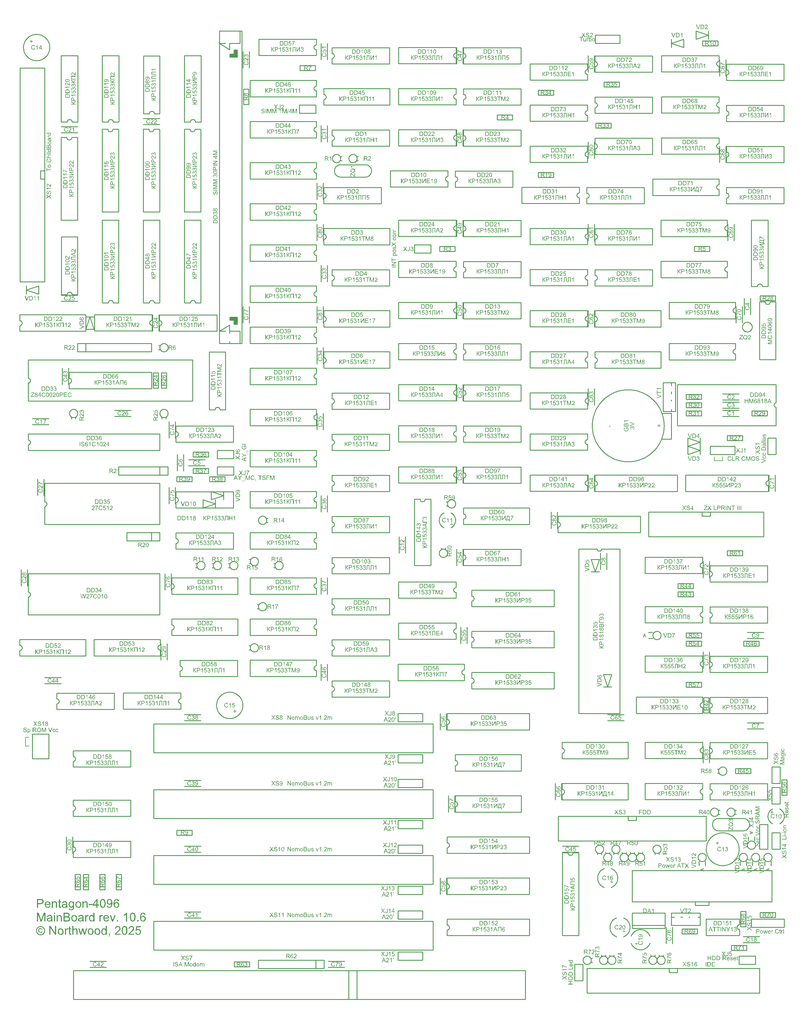
<source format=gto>
G04*
G04  File:            MAINBOARD-V10.6.7.GTO, Fri Sep 19 00:57:48 2025*
G04  Source:          P-CAD 2006 PCB, Version 19.02.958, (D:\PCAD-2006\Projects\Pentagon-4096\Hardware\MainBoard-v10.6.7.PCB)*
G04  Format:          Gerber Format (RS-274-D), ASCII*
G04*
G04  Format Options:  Absolute Positioning*
G04                   Leading-Zero Suppression*
G04                   Scale Factor 1:1*
G04                   NO Circular Interpolation*
G04                   Inch Units*
G04                   Numeric Format: 4.4 (XXXX.XXXX)*
G04                   G54 NOT Used for Aperture Change*
G04                   Apertures Embedded*
G04*
G04  File Options:    Offset = (0.0mil,0.0mil)*
G04                   Drill Symbol Size = 80.0mil*
G04                   No Pad/Via Holes*
G04*
G04  File Contents:   No Pads*
G04                   No Vias*
G04                   Designators*
G04                   Types*
G04                   Values*
G04                   No Drill Symbols*
G04                   Top Silk*
G04*
%INMAINBOARD-V10.6.7.GTO*%
%ICAS*%
%MOIN*%
G04*
G04  Aperture MACROs for general use --- invoked via D-code assignment *
G04*
G04  General MACRO for flashed round with rotation and/or offset hole *
%AMROTOFFROUND*
1,1,$1,0.0000,0.0000*
1,0,$2,$3,$4*%
G04*
G04  General MACRO for flashed oval (obround) with rotation and/or offset hole *
%AMROTOFFOVAL*
21,1,$1,$2,0.0000,0.0000,$3*
1,1,$4,$5,$6*
1,1,$4,0-$5,0-$6*
1,0,$7,$8,$9*%
G04*
G04  General MACRO for flashed oval (obround) with rotation and no hole *
%AMROTOVALNOHOLE*
21,1,$1,$2,0.0000,0.0000,$3*
1,1,$4,$5,$6*
1,1,$4,0-$5,0-$6*%
G04*
G04  General MACRO for flashed rectangle with rotation and/or offset hole *
%AMROTOFFRECT*
21,1,$1,$2,0.0000,0.0000,$3*
1,0,$4,$5,$6*%
G04*
G04  General MACRO for flashed rectangle with rotation and no hole *
%AMROTRECTNOHOLE*
21,1,$1,$2,0.0000,0.0000,$3*%
G04*
G04  General MACRO for flashed rounded-rectangle *
%AMROUNDRECT*
21,1,$1,$2-$4,0.0000,0.0000,$3*
21,1,$1-$4,$2,0.0000,0.0000,$3*
1,1,$4,$5,$6*
1,1,$4,$7,$8*
1,1,$4,0-$5,0-$6*
1,1,$4,0-$7,0-$8*
1,0,$9,$10,$11*%
G04*
G04  General MACRO for flashed rounded-rectangle with rotation and no hole *
%AMROUNDRECTNOHOLE*
21,1,$1,$2-$4,0.0000,0.0000,$3*
21,1,$1-$4,$2,0.0000,0.0000,$3*
1,1,$4,$5,$6*
1,1,$4,$7,$8*
1,1,$4,0-$5,0-$6*
1,1,$4,0-$7,0-$8*%
G04*
G04  General MACRO for flashed regular polygon *
%AMREGPOLY*
5,1,$1,0.0000,0.0000,$2,$3+$4*
1,0,$5,$6,$7*%
G04*
G04  General MACRO for flashed regular polygon with no hole *
%AMREGPOLYNOHOLE*
5,1,$1,0.0000,0.0000,$2,$3+$4*%
G04*
G04  General MACRO for target *
%AMTARGET*
6,0,0,$1,$2,$3,4,$4,$5,$6*%
G04*
G04  General MACRO for mounting hole *
%AMMTHOLE*
1,1,$1,0,0*
1,0,$2,0,0*
$1=$1-$2*
$1=$1/2*
21,1,$2+$1,$3,0,0,$4*
21,1,$3,$2+$1,0,0,$4*%
G04*
G04*
G04  D10 : "Ellipse X8.0mil Y8.0mil H0.0mil 0.0deg (0.0mil,0.0mil) Draw"*
G04  Disc: OuterDia=0.0080*
%ADD10C, 0.0080*%
G04  D11 : "Ellipse X10.0mil Y10.0mil H0.0mil 0.0deg (0.0mil,0.0mil) Draw"*
G04  Disc: OuterDia=0.0100*
%ADD11C, 0.0100*%
G04  D12 : "Ellipse X15.0mil Y15.0mil H0.0mil 0.0deg (0.0mil,0.0mil) Draw"*
G04  Disc: OuterDia=0.0150*
%ADD12C, 0.0150*%
G04  D13 : "Ellipse X25.0mil Y25.0mil H0.0mil 0.0deg (0.0mil,0.0mil) Draw"*
G04  Disc: OuterDia=0.0250*
%ADD13C, 0.0250*%
G04  D14 : "Ellipse X30.0mil Y30.0mil H0.0mil 0.0deg (0.0mil,0.0mil) Draw"*
G04  Disc: OuterDia=0.0300*
%ADD14C, 0.0300*%
G04  D15 : "Ellipse X40.0mil Y40.0mil H0.0mil 0.0deg (0.0mil,0.0mil) Draw"*
G04  Disc: OuterDia=0.0400*
%ADD15C, 0.0400*%
G04  D16 : "Ellipse X5.0mil Y5.0mil H0.0mil 0.0deg (0.0mil,0.0mil) Draw"*
G04  Disc: OuterDia=0.0050*
%ADD16C, 0.0050*%
G04  D17 : "Ellipse X6.0mil Y6.0mil H0.0mil 0.0deg (0.0mil,0.0mil) Draw"*
G04  Disc: OuterDia=0.0060*
%ADD17C, 0.0060*%
G04  D18 : "Ellipse X9.8mil Y9.8mil H0.0mil 0.0deg (0.0mil,0.0mil) Draw"*
G04  Disc: OuterDia=0.0098*
%ADD18C, 0.0098*%
G04  D19 : "Ellipse X110.0mil Y110.0mil H0.0mil 0.0deg (0.0mil,0.0mil) Flash"*
G04  Disc: OuterDia=0.1100*
%ADD19C, 0.1100*%
G04  D20 : "Ellipse X200.0mil Y200.0mil H0.0mil 0.0deg (0.0mil,0.0mil) Flash"*
G04  Disc: OuterDia=0.2000*
%ADD20C, 0.2000*%
G04  D21 : "Ellipse X215.0mil Y215.0mil H0.0mil 0.0deg (0.0mil,0.0mil) Flash"*
G04  Disc: OuterDia=0.2150*
%ADD21C, 0.2150*%
G04  D22 : "Ellipse X50.0mil Y50.0mil H0.0mil 0.0deg (0.0mil,0.0mil) Flash"*
G04  Disc: OuterDia=0.0500*
%ADD22C, 0.0500*%
G04  D23 : "Ellipse X56.0mil Y56.0mil H0.0mil 0.0deg (0.0mil,0.0mil) Flash"*
G04  Disc: OuterDia=0.0560*
%ADD23C, 0.0560*%
G04  D24 : "Ellipse X60.0mil Y60.0mil H0.0mil 0.0deg (0.0mil,0.0mil) Flash"*
G04  Disc: OuterDia=0.0600*
%ADD24C, 0.0600*%
G04  D25 : "Ellipse X64.0mil Y64.0mil H0.0mil 0.0deg (0.0mil,0.0mil) Flash"*
G04  Disc: OuterDia=0.0640*
%ADD25C, 0.0640*%
G04  D26 : "Ellipse X65.0mil Y65.0mil H0.0mil 0.0deg (0.0mil,0.0mil) Flash"*
G04  Disc: OuterDia=0.0650*
%ADD26C, 0.0650*%
G04  D27 : "Ellipse X71.0mil Y71.0mil H0.0mil 0.0deg (0.0mil,0.0mil) Flash"*
G04  Disc: OuterDia=0.0710*
%ADD27C, 0.0710*%
G04  D28 : "Ellipse X75.0mil Y75.0mil H0.0mil 0.0deg (0.0mil,0.0mil) Flash"*
G04  Disc: OuterDia=0.0750*
%ADD28C, 0.0750*%
G04  D29 : "Ellipse X79.0mil Y79.0mil H0.0mil 0.0deg (0.0mil,0.0mil) Flash"*
G04  Disc: OuterDia=0.0790*
%ADD29C, 0.0790*%
G04  D30 : "Ellipse X90.0mil Y90.0mil H0.0mil 0.0deg (0.0mil,0.0mil) Flash"*
G04  Disc: OuterDia=0.0900*
%ADD30C, 0.0900*%
G04  D31 : "Ellipse X95.0mil Y95.0mil H0.0mil 0.0deg (0.0mil,0.0mil) Flash"*
G04  Disc: OuterDia=0.0950*
%ADD31C, 0.0950*%
G04  D32 : "Oval X75.0mil Y87.0mil H0.0mil 0.0deg (0.0mil,0.0mil) Flash"*
G04  Obround: DimX=0.0750, DimY=0.0870, Rotation=0.0, OffsetX=0.0000, OffsetY=0.0000, HoleDia=0.0000 *
%ADD32O, 0.0750 X0.0870*%
G04  D33 : "Oval X90.0mil Y102.0mil H0.0mil 0.0deg (0.0mil,0.0mil) Flash"*
G04  Obround: DimX=0.0900, DimY=0.1020, Rotation=0.0, OffsetX=0.0000, OffsetY=0.0000, HoleDia=0.0000 *
%ADD33O, 0.0900 X0.1020*%
G04  D34 : "Rectangle X110.0mil Y110.0mil H0.0mil 0.0deg (0.0mil,0.0mil) Flash"*
G04  Square: Side=0.1100, Rotation=0.0, OffsetX=0.0000, OffsetY=0.0000, HoleDia=0.0000*
%ADD34R, 0.1100 X0.1100*%
G04  D35 : "Rectangle X50.0mil Y50.0mil H0.0mil 0.0deg (0.0mil,0.0mil) Flash"*
G04  Square: Side=0.0500, Rotation=0.0, OffsetX=0.0000, OffsetY=0.0000, HoleDia=0.0000*
%ADD35R, 0.0500 X0.0500*%
G04  D36 : "Rectangle X56.0mil Y56.0mil H0.0mil 0.0deg (0.0mil,0.0mil) Flash"*
G04  Square: Side=0.0560, Rotation=0.0, OffsetX=0.0000, OffsetY=0.0000, HoleDia=0.0000*
%ADD36R, 0.0560 X0.0560*%
G04  D37 : "Rectangle X60.0mil Y60.0mil H0.0mil 0.0deg (0.0mil,0.0mil) Flash"*
G04  Square: Side=0.0600, Rotation=0.0, OffsetX=0.0000, OffsetY=0.0000, HoleDia=0.0000*
%ADD37R, 0.0600 X0.0600*%
G04  D38 : "Rectangle X64.0mil Y64.0mil H0.0mil 0.0deg (0.0mil,0.0mil) Flash"*
G04  Square: Side=0.0640, Rotation=0.0, OffsetX=0.0000, OffsetY=0.0000, HoleDia=0.0000*
%ADD38R, 0.0640 X0.0640*%
G04  D39 : "Rectangle X65.0mil Y65.0mil H0.0mil 0.0deg (0.0mil,0.0mil) Flash"*
G04  Square: Side=0.0650, Rotation=0.0, OffsetX=0.0000, OffsetY=0.0000, HoleDia=0.0000*
%ADD39R, 0.0650 X0.0650*%
G04  D40 : "Rectangle X71.0mil Y71.0mil H0.0mil 0.0deg (0.0mil,0.0mil) Flash"*
G04  Square: Side=0.0710, Rotation=0.0, OffsetX=0.0000, OffsetY=0.0000, HoleDia=0.0000*
%ADD40R, 0.0710 X0.0710*%
G04  D41 : "Rectangle X75.0mil Y75.0mil H0.0mil 0.0deg (0.0mil,0.0mil) Flash"*
G04  Square: Side=0.0750, Rotation=0.0, OffsetX=0.0000, OffsetY=0.0000, HoleDia=0.0000*
%ADD41R, 0.0750 X0.0750*%
G04  D42 : "Rectangle X75.0mil Y87.0mil H0.0mil 0.0deg (0.0mil,0.0mil) Flash"*
G04  Rectangular: DimX=0.0750, DimY=0.0870, Rotation=0.0, OffsetX=0.0000, OffsetY=0.0000, HoleDia=0.0000 *
%ADD42R, 0.0750 X0.0870*%
G04  D43 : "Rectangle X79.0mil Y79.0mil H0.0mil 0.0deg (0.0mil,0.0mil) Flash"*
G04  Square: Side=0.0790, Rotation=0.0, OffsetX=0.0000, OffsetY=0.0000, HoleDia=0.0000*
%ADD43R, 0.0790 X0.0790*%
G04  D44 : "Rectangle X90.0mil Y102.0mil H0.0mil 0.0deg (0.0mil,0.0mil) Flash"*
G04  Rectangular: DimX=0.0900, DimY=0.1020, Rotation=0.0, OffsetX=0.0000, OffsetY=0.0000, HoleDia=0.0000 *
%ADD44R, 0.0900 X0.1020*%
G04  D45 : "Rectangle X95.0mil Y95.0mil H0.0mil 0.0deg (0.0mil,0.0mil) Flash"*
G04  Square: Side=0.0950, Rotation=0.0, OffsetX=0.0000, OffsetY=0.0000, HoleDia=0.0000*
%ADD45R, 0.0950 X0.0950*%
G04  D46 : "Ellipse X102.0mil Y102.0mil H0.0mil 0.0deg (0.0mil,0.0mil) Flash"*
G04  Disc: OuterDia=0.1020*
%ADD46C, 0.1020*%
G04  D47 : "Ellipse X118.0mil Y118.0mil H0.0mil 0.0deg (0.0mil,0.0mil) Flash"*
G04  Disc: OuterDia=0.1180*
%ADD47C, 0.1180*%
G04  D48 : "Ellipse X133.0mil Y133.0mil H0.0mil 0.0deg (0.0mil,0.0mil) Flash"*
G04  Disc: OuterDia=0.1330*
%ADD48C, 0.1330*%
G04  D49 : "Ellipse X20.0mil Y20.0mil H0.0mil 0.0deg (0.0mil,0.0mil) Flash"*
G04  Disc: OuterDia=0.0200*
%ADD49C, 0.0200*%
G04  D50 : "Ellipse X35.0mil Y35.0mil H0.0mil 0.0deg (0.0mil,0.0mil) Flash"*
G04  Disc: OuterDia=0.0350*
%ADD50C, 0.0350*%
G04  D51 : "Ellipse X55.0mil Y55.0mil H0.0mil 0.0deg (0.0mil,0.0mil) Flash"*
G04  Disc: OuterDia=0.0550*
%ADD51C, 0.0550*%
G04  D52 : "Ellipse X70.0mil Y70.0mil H0.0mil 0.0deg (0.0mil,0.0mil) Flash"*
G04  Disc: OuterDia=0.0700*
%ADD52C, 0.0700*%
G04  D53 : "Ellipse X87.0mil Y87.0mil H0.0mil 0.0deg (0.0mil,0.0mil) Flash"*
G04  Disc: OuterDia=0.0870*
%ADD53C, 0.0870*%
G04*
%FSLAX44Y44*%
%SFA1B1*%
%OFA0.0000B0.0000*%
G04*
G70*
G90*
G01*
D2*
%LNTop Silk*%
%LPD*%
D10*
D11*
X103981Y108600*
X104078Y108609D1*
X104172Y108638*
X104259Y108684*
X104334Y108746*
X104397Y108822*
X104443Y108908*
X104471Y109002*
X104481Y109100*
X104471Y109197*
X104443Y109291*
X104397Y109377*
X104334Y109453*
X104259Y109515*
X104172Y109562*
X104078Y109590*
X103981Y109600*
X103883Y109590*
X103790Y109562*
X103703Y109515*
X103627Y109453*
X103565Y109377*
X103519Y109291*
X103490Y109197*
X103481Y109100*
X103490Y109002*
X103519Y108908*
X103565Y108822*
X103627Y108746*
X103703Y108684*
X103790Y108638*
X103883Y108609*
X103981Y108600*
D2*
D10*
X102160Y131520*
X102600D1*
Y132600D2*
X102160D1*
X187000Y166250D2*
Y166750D1*
X102160Y132600D2*
Y131520D1*
X186000Y166750D2*
Y166250D1*
X187000*
D2*
D11*
X154375Y125500*
Y123500D1*
X153625D2*
Y125500D1*
D2*
D10*
D11*
X155375Y155500*
Y153500D1*
X154625D2*
Y155500D1*
D2*
D10*
D11*
X155375Y185500*
Y183500D1*
X154625D2*
Y185500D1*
D2*
D10*
D11*
X155375Y206500*
Y204500D1*
X154625D2*
Y206500D1*
D2*
D10*
D11*
X104375Y164000*
Y162000D1*
X103625D2*
Y164000D1*
D2*
D10*
D11*
X107375Y177500*
Y175500D1*
X106625D2*
Y177500D1*
D2*
D10*
D11*
X109812Y115937*
X109187D1*
X109812Y114062D2*
X109187D1*
Y115937*
X109812D2*
Y114062D1*
D2*
D10*
D11*
X108812Y115937*
X108187D1*
X108812Y114062D2*
X108187D1*
Y115937*
X108812D2*
Y114062D1*
D2*
D10*
D11*
X111812Y115937*
X111187D1*
X111812Y114062D2*
X111187D1*
Y115937*
X111812D2*
Y114062D1*
D2*
D10*
D11*
X118625Y142000*
Y144000D1*
X119375D2*
Y142000D1*
D2*
D10*
D11*
X118312Y176937*
X117687D1*
X118312Y175062D2*
X117687D1*
Y176937*
X118312D2*
Y175062D1*
D2*
D10*
D11*
X118750Y171350*
Y171550D1*
X119250Y171350D2*
Y171550D1*
X119000Y171499D2*
X119097Y171509D1*
X119191Y171538*
X119277Y171584*
X119353Y171646*
X119415Y171722*
X119461Y171808*
X119490Y171902*
X119500Y172000*
X119490Y172097*
X119461Y172191*
X119415Y172277*
X119353Y172353*
X119277Y172415*
X119191Y172461*
X119097Y172490*
X119000Y172500*
X118902Y172490*
X118808Y172461*
X118722Y172415*
X118646Y172353*
X118584Y172277*
X118538Y172191*
X118509Y172097*
X118499Y172000*
X118509Y171902*
X118538Y171808*
X118584Y171722*
X118646Y171646*
X118722Y171584*
X118808Y171538*
X118902Y171509*
X119000Y171499*
D2*
D10*
D11*
X119312Y176937*
X118687D1*
X119312Y175062D2*
X118687D1*
Y176937*
X119312D2*
Y175062D1*
D2*
D10*
D11*
X117625Y182000*
Y184000D1*
X118375D2*
Y182000D1*
D2*
D10*
D11*
X120625Y165000*
Y167000D1*
X121375D2*
Y165000D1*
D2*
D10*
D11*
X126850Y153750*
X127050D1*
X126850Y153250D2*
X127050D1*
X126999Y153500D2*
X127009Y153402D1*
X127038Y153308*
X127084Y153222*
X127146Y153146*
X127222Y153084*
X127308Y153038*
X127402Y153009*
X127500Y152999*
X127597Y153009*
X127691Y153038*
X127777Y153084*
X127853Y153146*
X127915Y153222*
X127961Y153308*
X127990Y153402*
X128000Y153500*
X127990Y153597*
X127961Y153691*
X127915Y153777*
X127853Y153853*
X127777Y153915*
X127691Y153961*
X127597Y153990*
X127500Y154000*
X127402Y153990*
X127308Y153961*
X127222Y153915*
X127146Y153853*
X127084Y153777*
X127038Y153691*
X127009Y153597*
X126999Y153500*
D2*
D10*
D11*
X138125Y139500*
Y141500D1*
X138875D2*
Y139500D1*
D2*
D10*
D11*
X138125Y150000*
Y152000D1*
X138875D2*
Y150000D1*
D2*
D10*
D11*
X138125Y160000*
Y162000D1*
X138875D2*
Y160000D1*
D2*
D10*
D11*
Y190000*
Y188000D1*
X138125D2*
Y190000D1*
D2*
D10*
D11*
X138875Y217000*
Y215000D1*
X138125D2*
Y217000D1*
D2*
D10*
D11*
X148375Y157000*
Y155000D1*
X147625D2*
Y157000D1*
D2*
D10*
D11*
X155375Y165500*
Y163500D1*
X154625D2*
Y165500D1*
D2*
D10*
D11*
X155375Y175500*
Y173500D1*
X154625D2*
Y175500D1*
D2*
D10*
D11*
X155375Y216500*
Y214500D1*
X154625D2*
Y216500D1*
D2*
D10*
D11*
X167375Y127000*
Y125000D1*
X166625D2*
Y127000D1*
D2*
D10*
D11*
X166875Y160000*
Y158000D1*
X166125D2*
Y160000D1*
D2*
D10*
D11*
X172750Y106150*
Y105950D1*
X172250Y106150D2*
Y105950D1*
X172500Y106000D2*
X172402Y105990D1*
X172308Y105961*
X172222Y105915*
X172146Y105853*
X172084Y105777*
X172038Y105691*
X172009Y105597*
X171999Y105500*
X172009Y105402*
X172038Y105308*
X172084Y105222*
X172146Y105146*
X172222Y105084*
X172308Y105038*
X172402Y105009*
X172500Y104999*
X172597Y105009*
X172691Y105038*
X172777Y105084*
X172853Y105146*
X172915Y105222*
X172961Y105308*
X172990Y105402*
X173000Y105500*
X172990Y105597*
X172961Y105691*
X172915Y105777*
X172853Y105853*
X172777Y105915*
X172691Y105961*
X172597Y105990*
X172500Y106000*
D2*
D10*
D11*
X173250Y118650*
Y118450D1*
X172750Y118650D2*
Y118450D1*
X173000Y118500D2*
X172902Y118490D1*
X172808Y118461*
X172722Y118415*
X172646Y118353*
X172584Y118277*
X172538Y118191*
X172509Y118097*
X172499Y118000*
X172509Y117902*
X172538Y117808*
X172584Y117722*
X172646Y117646*
X172722Y117584*
X172808Y117538*
X172902Y117509*
X173000Y117499*
X173097Y117509*
X173191Y117538*
X173277Y117584*
X173353Y117646*
X173415Y117722*
X173461Y117808*
X173490Y117902*
X173500Y118000*
X173490Y118097*
X173461Y118191*
X173415Y118277*
X173353Y118353*
X173277Y118415*
X173191Y118461*
X173097Y118490*
X173000Y118500*
D2*
D10*
D11*
X171750Y118350*
Y118550D1*
X172250Y118350D2*
Y118550D1*
X172000Y118499D2*
X172097Y118509D1*
X172191Y118538*
X172277Y118584*
X172353Y118646*
X172415Y118722*
X172461Y118808*
X172490Y118902*
X172500Y119000*
X172490Y119097*
X172461Y119191*
X172415Y119277*
X172353Y119353*
X172277Y119415*
X172191Y119461*
X172097Y119490*
X172000Y119500*
X171902Y119490*
X171808Y119461*
X171722Y119415*
X171646Y119353*
X171584Y119277*
X171538Y119191*
X171509Y119097*
X171499Y119000*
X171509Y118902*
X171538Y118808*
X171584Y118722*
X171646Y118646*
X171722Y118584*
X171808Y118538*
X171902Y118509*
X172000Y118499*
D2*
D10*
D11*
X173500Y140250*
X172500D1*
X173500Y138750D2*
X172500D1*
X173500Y140250D2*
X173000Y138750D1*
X172500Y140250*
D2*
D10*
D11*
X172125Y153000*
Y155000D1*
X172875D2*
Y153000D1*
D2*
D10*
D11*
X175250Y118650*
Y118450D1*
X174750Y118650D2*
Y118450D1*
X175000Y118500D2*
X174902Y118490D1*
X174808Y118461*
X174722Y118415*
X174646Y118353*
X174584Y118277*
X174538Y118191*
X174509Y118097*
X174499Y118000*
X174509Y117902*
X174538Y117808*
X174584Y117722*
X174646Y117646*
X174722Y117584*
X174808Y117538*
X174902Y117509*
X175000Y117499*
X175097Y117509*
X175191Y117538*
X175277Y117584*
X175353Y117646*
X175415Y117722*
X175461Y117808*
X175490Y117902*
X175500Y118000*
X175490Y118097*
X175461Y118191*
X175415Y118277*
X175353Y118353*
X175277Y118415*
X175191Y118461*
X175097Y118490*
X175000Y118500*
D2*
D10*
D11*
X176250Y118650*
Y118450D1*
X175750Y118650D2*
Y118450D1*
X176000Y118500D2*
X175902Y118490D1*
X175808Y118461*
X175722Y118415*
X175646Y118353*
X175584Y118277*
X175538Y118191*
X175509Y118097*
X175499Y118000*
X175509Y117902*
X175538Y117808*
X175584Y117722*
X175646Y117646*
X175722Y117584*
X175808Y117538*
X175902Y117509*
X176000Y117499*
X176097Y117509*
X176191Y117538*
X176277Y117584*
X176353Y117646*
X176415Y117722*
X176461Y117808*
X176490Y117902*
X176500Y118000*
X176490Y118097*
X176461Y118191*
X176415Y118277*
X176353Y118353*
X176277Y118415*
X176191Y118461*
X176097Y118490*
X176000Y118500*
D2*
D10*
D11*
X178750Y106150*
Y105950D1*
X178250Y106150D2*
Y105950D1*
X178500Y106000D2*
X178402Y105990D1*
X178308Y105961*
X178222Y105915*
X178146Y105853*
X178084Y105777*
X178038Y105691*
X178009Y105597*
X177999Y105500*
X178009Y105402*
X178038Y105308*
X178084Y105222*
X178146Y105146*
X178222Y105084*
X178308Y105038*
X178402Y105009*
X178500Y104999*
X178597Y105009*
X178691Y105038*
X178777Y105084*
X178853Y105146*
X178915Y105222*
X178961Y105308*
X178990Y105402*
X179000Y105500*
X178990Y105597*
X178961Y105691*
X178915Y105777*
X178853Y105853*
X178777Y105915*
X178691Y105961*
X178597Y105990*
X178500Y106000*
D2*
D10*
D11*
D17*
X184706Y116650*
X184312Y116500D1*
X184706Y116350*
X184575Y116406D2*
Y116593D1*
D2*
D11*
X184875Y117500*
Y117000D1*
X184125Y117500D2*
Y117000D1*
X185000Y118000D2*
X184990Y118097D1*
X184961Y118191*
X184915Y118277*
X184853Y118353*
X184777Y118415*
X184691Y118461*
X184597Y118490*
X184500Y118500*
X184402Y118490*
X184308Y118461*
X184222Y118415*
X184146Y118353*
X184084Y118277*
X184038Y118191*
X184009Y118097*
X183999Y118000*
X184009Y117902*
X184038Y117808*
X184084Y117722*
X184146Y117646*
X184222Y117584*
X184308Y117538*
X184402Y117509*
X184500Y117499*
X184597Y117509*
X184691Y117538*
X184777Y117584*
X184853Y117646*
X184915Y117722*
X184961Y117808*
X184990Y117902*
X185000Y118000*
D2*
D10*
D11*
X184625Y129500*
Y131500D1*
X185375D2*
Y129500D1*
D2*
D10*
D11*
Y143000*
Y141000D1*
X184625D2*
Y143000D1*
D2*
D10*
D11*
X184687Y135562*
X185312D1*
X184687Y137437D2*
X185312D1*
Y135562*
X184687D2*
Y137437D1*
D2*
D10*
D11*
X185375Y154000*
Y152000D1*
X184625D2*
Y154000D1*
D2*
D10*
D11*
X187375Y204500*
Y202500D1*
X186625D2*
Y204500D1*
D2*
D10*
D11*
X187375Y215000*
Y213000D1*
X186625D2*
Y215000D1*
D2*
D10*
D17*
X191206Y116650*
X190812Y116500D1*
X191206Y116350*
X191075Y116406D2*
Y116593D1*
D2*
D11*
X191375Y117500*
Y117000D1*
X190625Y117500D2*
Y117000D1*
X191500Y118000D2*
X191490Y118097D1*
X191461Y118191*
X191415Y118277*
X191353Y118353*
X191277Y118415*
X191191Y118461*
X191097Y118490*
X191000Y118500*
X190902Y118490*
X190808Y118461*
X190722Y118415*
X190646Y118353*
X190584Y118277*
X190538Y118191*
X190509Y118097*
X190499Y118000*
X190509Y117902*
X190538Y117808*
X190584Y117722*
X190646Y117646*
X190722Y117584*
X190808Y117538*
X190902Y117509*
X191000Y117499*
X191097Y117509*
X191191Y117538*
X191277Y117584*
X191353Y117646*
X191415Y117722*
X191461Y117808*
X191490Y117902*
X191500Y118000*
D2*
D10*
D17*
X190293Y120849*
X190687Y120999D1*
X190293Y121149*
X190425Y121093D2*
Y120906D1*
D2*
D11*
X190125Y120000*
Y120500D1*
X190875Y120000D2*
Y120500D1*
X189999Y119500D2*
X190009Y119402D1*
X190038Y119308*
X190084Y119222*
X190146Y119146*
X190222Y119084*
X190308Y119038*
X190402Y119009*
X190500Y118999*
X190597Y119009*
X190691Y119038*
X190777Y119084*
X190853Y119146*
X190915Y119222*
X190961Y119308*
X190990Y119402*
X191000Y119500*
X190990Y119597*
X190961Y119691*
X190915Y119777*
X190853Y119853*
X190777Y119915*
X190691Y119961*
X190597Y119990*
X190500Y120000*
X190402Y119990*
X190308Y119961*
X190222Y119915*
X190146Y119853*
X190084Y119777*
X190038Y119691*
X190009Y119597*
X189999Y119500*
D2*
D10*
D11*
X189625Y184000*
Y186000D1*
X190375D2*
Y184000D1*
D2*
D10*
D11*
X193077Y123906*
X192990Y123860D1*
X192907Y123805*
X192831Y123743*
X192761Y123674*
X192698Y123598*
X192643Y123516*
X192596Y123429*
X192559Y123338*
X192530Y123244*
X192510Y123147*
X192501Y123049*
Y122950*
X192510Y122852*
X192530Y122755*
X192559Y122661*
X192596Y122570*
X192643Y122483*
X192698Y122401*
X192761Y122325*
X192831Y122256*
X192907Y122194*
X192990Y122139*
X193077Y122093*
X193922D2*
X194009Y122139D1*
X194092Y122194*
X194168Y122256*
X194238Y122325*
X194301Y122401*
X194356Y122483*
X194403Y122570*
X194440Y122661*
X194469Y122755*
X194489Y122852*
X194498Y122950*
Y123049*
X194489Y123147*
X194469Y123244*
X194440Y123338*
X194403Y123429*
X194356Y123516*
X194301Y123598*
X194238Y123674*
X194168Y123743*
X194092Y123805*
X194009Y123860*
X193922Y123906*
D2*
D10*
D11*
X194000Y129000*
X193000D1*
Y127000D2*
X194000D1*
Y129000*
X193000D2*
Y127000D1*
D2*
D10*
D11*
X192625Y162500*
Y164500D1*
X193375D2*
Y162500D1*
D2*
D10*
D11*
X109500Y182250*
X110500D1*
X109500Y183750D2*
X110500D1*
X109500Y182250D2*
X110000Y183750D1*
X110500Y182250*
D2*
D10*
D11*
X138875Y207000*
Y205000D1*
X138125D2*
Y207000D1*
D2*
D10*
D11*
X155375Y195500*
Y193500D1*
X154625D2*
Y195500D1*
D2*
D10*
D11*
X180125Y107500*
Y109500D1*
X180875D2*
Y107500D1*
D2*
D10*
D11*
X187625Y193000*
Y195000D1*
X188375D2*
Y193000D1*
D2*
D10*
D11*
X189187Y109562*
X189812D1*
X189187Y111437D2*
X189812D1*
Y109562*
X189187D2*
Y111437D1*
D2*
D10*
D11*
X193000Y119000*
X194000D1*
Y121000D2*
X193000D1*
Y119000*
X194000D2*
Y121000D1*
D2*
D10*
D11*
X106500Y139125*
X104500D1*
Y139875D2*
X106500D1*
D2*
D10*
D11*
X119875Y152500*
Y150500D1*
X119125D2*
Y152500D1*
D2*
D10*
D11*
X113000Y172375*
X115000D1*
Y171625D2*
X113000D1*
D2*
D10*
D11*
X116500Y207875*
X118500D1*
Y207125D2*
X116500D1*
D2*
D10*
D11*
X130350Y148750*
X130550D1*
X130350Y148250D2*
X130550D1*
X130499Y148500D2*
X130509Y148402D1*
X130538Y148308*
X130584Y148222*
X130646Y148146*
X130722Y148084*
X130808Y148038*
X130902Y148009*
X131000Y147999*
X131097Y148009*
X131191Y148038*
X131277Y148084*
X131353Y148146*
X131415Y148222*
X131461Y148308*
X131490Y148402*
X131500Y148500*
X131490Y148597*
X131461Y148691*
X131415Y148777*
X131353Y148853*
X131277Y148915*
X131191Y148961*
X131097Y148990*
X131000Y149000*
X130902Y148990*
X130808Y148961*
X130722Y148915*
X130646Y148853*
X130584Y148777*
X130538Y148691*
X130509Y148597*
X130499Y148500*
D2*
D10*
D11*
X124562Y164312*
Y163687D1*
X126437Y164312D2*
Y163687D1*
X124562*
Y164312D2*
X126437D1*
D2*
D10*
D11*
X124000Y165625*
X122000D1*
Y166375D2*
X124000D1*
D2*
D10*
D11*
X122562Y167312*
Y166687D1*
X124437Y167312D2*
Y166687D1*
X122562*
Y167312D2*
X124437D1*
D2*
D10*
D11*
X142650Y202750*
X142450D1*
X142650Y203250D2*
X142450D1*
X142500Y203000D2*
X142490Y203097D1*
X142461Y203191*
X142415Y203277*
X142353Y203353*
X142277Y203415*
X142191Y203461*
X142097Y203490*
X142000Y203500*
X141902Y203490*
X141808Y203461*
X141722Y203415*
X141646Y203353*
X141584Y203277*
X141538Y203191*
X141509Y203097*
X141499Y203000*
X141509Y202902*
X141538Y202808*
X141584Y202722*
X141646Y202646*
X141722Y202584*
X141808Y202538*
X141902Y202509*
X142000Y202499*
X142097Y202509*
X142191Y202538*
X142277Y202584*
X142353Y202646*
X142415Y202722*
X142461Y202808*
X142490Y202902*
X142500Y203000*
D2*
D10*
D11*
X140650Y202750*
X140450D1*
X140650Y203250D2*
X140450D1*
X140500Y203000D2*
X140490Y203097D1*
X140461Y203191*
X140415Y203277*
X140353Y203353*
X140277Y203415*
X140191Y203461*
X140097Y203490*
X140000Y203500*
X139902Y203490*
X139808Y203461*
X139722Y203415*
X139646Y203353*
X139584Y203277*
X139538Y203191*
X139509Y203097*
X139499Y203000*
X139509Y202902*
X139538Y202808*
X139584Y202722*
X139646Y202646*
X139722Y202584*
X139808Y202538*
X139902Y202509*
X140000Y202499*
X140097Y202509*
X140191Y202538*
X140277Y202584*
X140353Y202646*
X140415Y202722*
X140461Y202808*
X140490Y202902*
X140500Y203000*
D2*
D10*
D11*
X135562Y214312*
Y213687D1*
X137437Y214312D2*
Y213687D1*
X135562*
Y214312D2*
X137437D1*
D2*
D10*
D11*
X150500Y119500*
Y118500D1*
X147500D2*
Y119500D1*
X150500Y118500D2*
X147500D1*
Y119500D2*
X150500D1*
D2*
D10*
D11*
Y122500*
Y121500D1*
X147500D2*
Y122500D1*
X150500Y121500D2*
X147500D1*
Y122500D2*
X150500D1*
D2*
D10*
D11*
Y127500*
Y126500D1*
X147500D2*
Y127500D1*
X150500Y126500D2*
X147500D1*
Y127500D2*
X150500D1*
D2*
D10*
D11*
Y130500*
Y129500D1*
X147500D2*
Y130500D1*
X150500Y129500D2*
X147500D1*
Y130500D2*
X150500D1*
D2*
D10*
D11*
X161437Y207687*
Y208312D1*
X159562Y207687D2*
Y208312D1*
X161437*
Y207687D2*
X159562D1*
D2*
D10*
D11*
X166437Y210687*
Y211312D1*
X164562Y210687D2*
Y211312D1*
X166437*
Y210687D2*
X164562D1*
D2*
D10*
D11*
X174918Y110650*
X175010Y110612D1*
X175099Y110567*
X175184Y110514*
X175264Y110455*
X175339Y110390*
X175409Y110319*
X175473Y110242*
X175530Y110160*
X175580Y110074*
X175623Y109984*
X175659Y109891*
X175687Y109796*
X175707Y109698*
X175719Y109599*
X175723Y109500*
X175719Y109400*
X175707Y109301*
X175687Y109203*
X175659Y109108*
X175623Y109015*
X175580Y108925*
X175530Y108839*
X175473Y108757*
X175409Y108680*
X175339Y108609*
X175264Y108544*
X175184Y108485*
X175099Y108432*
X175010Y108387*
X174918Y108349*
X174081D2*
X173989Y108387D1*
X173900Y108432*
X173815Y108485*
X173735Y108544*
X173660Y108609*
X173590Y108680*
X173526Y108757*
X173469Y108839*
X173419Y108925*
X173376Y109015*
X173340Y109108*
X173312Y109203*
X173292Y109301*
X173280Y109400*
X173276Y109500*
X173280Y109599*
X173292Y109698*
X173312Y109796*
X173340Y109891*
X173376Y109984*
X173419Y110074*
X173469Y110160*
X173526Y110242*
X173590Y110319*
X173660Y110390*
X173735Y110455*
X173815Y110514*
X173900Y110567*
X173989Y110612*
X174081Y110650*
D2*
D10*
D11*
X173418Y114349*
X173510Y114387D1*
X173599Y114432*
X173684Y114485*
X173764Y114544*
X173839Y114609*
X173909Y114680*
X173973Y114757*
X174030Y114839*
X174080Y114925*
X174123Y115015*
X174159Y115108*
X174187Y115203*
X174207Y115301*
X174219Y115400*
X174223Y115500*
X174219Y115599*
X174207Y115698*
X174187Y115796*
X174159Y115891*
X174123Y115984*
X174080Y116074*
X174030Y116160*
X173973Y116242*
X173909Y116319*
X173839Y116390*
X173764Y116455*
X173684Y116514*
X173599Y116567*
X173510Y116612*
X173418Y116650*
X172581D2*
X172489Y116612D1*
X172400Y116567*
X172315Y116514*
X172235Y116455*
X172160Y116390*
X172090Y116319*
X172026Y116242*
X171969Y116160*
X171919Y116074*
X171876Y115984*
X171840Y115891*
X171812Y115796*
X171792Y115698*
X171780Y115599*
X171776Y115500*
X171780Y115400*
X171792Y115301*
X171812Y115203*
X171840Y115108*
X171876Y115015*
X171919Y114925*
X171969Y114839*
X172026Y114757*
X172090Y114680*
X172160Y114609*
X172235Y114544*
X172315Y114485*
X172400Y114432*
X172489Y114387*
X172581Y114349*
D2*
D10*
D11*
X178750Y118350*
Y118550D1*
X179250Y118350D2*
Y118550D1*
X179000Y118499D2*
X179097Y118509D1*
X179191Y118538*
X179277Y118584*
X179353Y118646*
X179415Y118722*
X179461Y118808*
X179490Y118902*
X179500Y119000*
X179490Y119097*
X179461Y119191*
X179415Y119277*
X179353Y119353*
X179277Y119415*
X179191Y119461*
X179097Y119490*
X179000Y119500*
X178902Y119490*
X178808Y119461*
X178722Y119415*
X178646Y119353*
X178584Y119277*
X178538Y119191*
X178509Y119097*
X178499Y119000*
X178509Y118902*
X178538Y118808*
X178584Y118722*
X178646Y118646*
X178722Y118584*
X178808Y118538*
X178902Y118509*
X179000Y118499*
D2*
D10*
D11*
X178000Y144625*
X178500D1*
X178000Y145375D2*
X178500D1*
X179000Y144499D2*
X179097Y144509D1*
X179191Y144538*
X179277Y144584*
X179353Y144646*
X179415Y144722*
X179461Y144808*
X179490Y144902*
X179500Y145000*
X179490Y145097*
X179461Y145191*
X179415Y145277*
X179353Y145353*
X179277Y145415*
X179191Y145461*
X179097Y145490*
X179000Y145500*
X178902Y145490*
X178808Y145461*
X178722Y145415*
X178646Y145353*
X178584Y145277*
X178538Y145191*
X178509Y145097*
X178499Y145000*
X178509Y144902*
X178538Y144808*
X178584Y144722*
X178646Y144646*
X178722Y144584*
X178808Y144538*
X178902Y144509*
X179000Y144499*
D2*
D17*
X177650Y144793*
X177500Y145187D1*
X177350Y144793*
X177406Y144925D2*
X177593D1*
D2*
D11*
D10*
D11*
X171375Y164500*
Y162500D1*
X170625D2*
Y164500D1*
D2*
D10*
D11*
X172562Y212312*
Y211687D1*
X174437Y212312D2*
Y211687D1*
X172562*
Y212312D2*
X174437D1*
D2*
D10*
D11*
X171375Y215500*
Y213500D1*
X170625D2*
Y215500D1*
D2*
D10*
D11*
X188062Y107312*
Y106687D1*
X189937Y107312D2*
Y106687D1*
X188062*
Y107312D2*
X189937D1*
D2*
D10*
D11*
X186500Y121250*
X186402Y121256D1*
X186305Y121275*
X186212Y121307*
X186125Y121350*
X186043Y121404*
X185969Y121469*
X185904Y121543*
X185850Y121625*
X185807Y121712*
X185775Y121805*
X185756Y121902*
X185750Y122000*
X185756Y122097*
X185775Y122194*
X185807Y122287*
X185850Y122375*
X185904Y122456*
X185969Y122530*
X186043Y122595*
X186125Y122649*
X186212Y122692*
X186305Y122724*
X186402Y122743*
X186500Y122750*
X189500D2*
X189597Y122743D1*
X189694Y122724*
X189787Y122692*
X189875Y122649*
X189956Y122595*
X190030Y122530*
X190095Y122456*
X190149Y122375*
X190192Y122287*
X190224Y122194*
X190243Y122097*
X190250Y122000*
X190243Y121902*
X190224Y121805*
X190192Y121712*
X190149Y121625*
X190095Y121543*
X190030Y121469*
X189956Y121404*
X189875Y121350*
X189787Y121307*
X189694Y121275*
X189597Y121256*
X189500Y121250*
X186500D2*
X189500D1*
X186500Y122750D2*
X189500D1*
D2*
D10*
D11*
X192000Y133625*
X190000D1*
Y134375D2*
X192000D1*
D2*
D10*
D11*
X184437Y138687*
Y139312D1*
X182562Y138687D2*
Y139312D1*
X184437*
Y138687D2*
X182562D1*
D2*
D10*
D11*
X190000Y145375*
X192000D1*
Y144625D2*
X190000D1*
D2*
D10*
D11*
X184437Y144687*
Y145312D1*
X182562Y144687D2*
Y145312D1*
X184437*
Y144687D2*
X182562D1*
D2*
D10*
D11*
X189437Y154687*
Y155312D1*
X187562Y154687D2*
Y155312D1*
X189437*
Y154687D2*
X187562D1*
D2*
D10*
D11*
Y169312*
Y168687D1*
X189437Y169312D2*
Y168687D1*
X187562*
Y169312D2*
X189437D1*
D2*
D10*
D11*
X189000Y171625*
X187000D1*
Y172375D2*
X189000D1*
D2*
D10*
D11*
X187000Y173375*
X189000D1*
Y172625D2*
X187000D1*
D2*
D10*
D11*
X182562Y173312*
Y172687D1*
X184437Y173312D2*
Y172687D1*
X182562*
Y173312D2*
X184437D1*
D2*
D10*
D11*
Y171687*
Y172312D1*
X182562Y171687D2*
Y172312D1*
X184437*
Y171687D2*
X182562D1*
D2*
D10*
D11*
X186437Y216687*
Y217312D1*
X184562Y216687D2*
Y217312D1*
X186437*
Y216687D2*
X184562D1*
D2*
D10*
D11*
X107875Y120500*
Y118500D1*
X107125D2*
Y120500D1*
D2*
D10*
D11*
X102375Y153000*
Y151000D1*
X101625D2*
Y153000D1*
D2*
D10*
D11*
X103000Y171375*
X105000D1*
Y170625D2*
X103000D1*
D2*
D10*
D11*
X107750Y171350*
Y171550D1*
X108250Y171350D2*
Y171550D1*
X108000Y171499D2*
X108097Y171509D1*
X108191Y171538*
X108277Y171584*
X108353Y171646*
X108415Y171722*
X108461Y171808*
X108490Y171902*
X108500Y172000*
X108490Y172097*
X108461Y172191*
X108415Y172277*
X108353Y172353*
X108277Y172415*
X108191Y172461*
X108097Y172490*
X108000Y172500*
X107902Y172490*
X107808Y172461*
X107722Y172415*
X107646Y172353*
X107584Y172277*
X107538Y172191*
X107509Y172097*
X107499Y172000*
X107509Y171902*
X107538Y171808*
X107584Y171722*
X107646Y171646*
X107722Y171584*
X107808Y171538*
X107902Y171509*
X108000Y171499*
D2*
D10*
D11*
X106500Y186375*
X108500D1*
Y185625D2*
X106500D1*
D2*
D10*
D11*
X103750Y186500*
Y187500D1*
X102250Y186500D2*
Y187500D1*
X103750Y186500D2*
X102250Y187000D1*
X103750Y187500*
D2*
D10*
D11*
X106500Y206875*
X108500D1*
Y206125D2*
X106500D1*
D2*
D10*
D11*
X112000Y104625*
X110000D1*
Y105375D2*
X112000D1*
D2*
D10*
D11*
X113812Y115937*
X113187D1*
X113812Y114062D2*
X113187D1*
Y115937*
X113812D2*
Y114062D1*
D2*
D10*
D18*
X121051Y136723*
X120958Y136738D1*
X120874Y136780*
X120808Y136847*
X120765Y136930*
X120751Y137023*
X120765Y137116*
X120808Y137199*
X120874Y137266*
X120958Y137308*
X121051Y137323*
Y136723D2*
Y136039D1*
X114043Y138007D2*
X121051D1*
Y136039D2*
X114043D1*
X121051Y138007D2*
Y137323D1*
X114043Y136039D2*
Y138007D1*
D2*
D10*
D11*
X120375Y163000*
Y161000D1*
X119625D2*
Y163000D1*
D2*
D10*
D11*
X113500Y164500*
Y165500D1*
X118500D2*
Y164500D1*
X119500Y165500D2*
Y164500D1*
X113500Y165500D2*
X119500D1*
Y164500D2*
X113500D1*
D2*
D10*
D11*
X118350Y180250*
X118550D1*
X118350Y179750D2*
X118550D1*
X118499Y180000D2*
X118509Y179902D1*
X118538Y179808*
X118584Y179722*
X118646Y179646*
X118722Y179584*
X118808Y179538*
X118902Y179509*
X119000Y179499*
X119097Y179509*
X119191Y179538*
X119277Y179584*
X119353Y179646*
X119415Y179722*
X119461Y179808*
X119490Y179902*
X119500Y180000*
X119490Y180097*
X119461Y180191*
X119415Y180277*
X119353Y180353*
X119277Y180415*
X119191Y180461*
X119097Y180490*
X119000Y180500*
X118902Y180490*
X118808Y180461*
X118722Y180415*
X118646Y180353*
X118584Y180277*
X118538Y180191*
X118509Y180097*
X118499Y180000*
D2*
D10*
D18*
X112823Y207448*
X112808Y207541D1*
X112766Y207625*
X112699Y207691*
X112616Y207734*
X112523Y207748*
X112430Y207734*
X112347Y207691*
X112280Y207625*
X112238Y207541*
X112223Y207448*
X111500*
X113508Y215500D2*
Y207449D1*
X111500D2*
Y215500D1*
X113507Y207448D2*
X112823D1*
X111500Y215500D2*
X113500D1*
D2*
D10*
D18*
X117223Y208448*
X117238Y208541D1*
X117280Y208625*
X117347Y208691*
X117430Y208734*
X117523Y208748*
X117616Y208734*
X117699Y208691*
X117766Y208625*
X117808Y208541*
X117823Y208448*
X117223D2*
X116539D1*
X118507Y215456D2*
Y208448D1*
X116539D2*
Y215456D1*
X118507Y208448D2*
X117823D1*
X116539Y215456D2*
X118507D1*
D2*
D10*
D11*
X129437Y104687*
Y105312D1*
X127562Y104687D2*
Y105312D1*
X129437*
Y104687D2*
X127562D1*
D2*
D10*
D11*
X127000Y134900*
X127099Y134903D1*
X127198Y134912*
X127296Y134928*
X127393Y134949*
X127489Y134977*
X127583Y135010*
X127674Y135049*
X127763Y135094*
X127849Y135144*
X127932Y135200*
X128011Y135260*
X128086Y135325*
X128157Y135395*
X128223Y135469*
X128285Y135547*
X128341Y135629*
X128393Y135714*
X128439Y135802*
X128480Y135893*
X128514Y135986*
X128543Y136082*
X128566Y136178*
X128583Y136276*
X128594Y136375*
X128599Y136475*
X128597Y136574*
X128590Y136673*
X128576Y136772*
X128556Y136869*
X128530Y136965*
X128498Y137060*
X128460Y137152*
X128417Y137241*
X128368Y137328*
X128314Y137411*
X128254Y137491*
X128190Y137567*
X128122Y137639*
X128049Y137707*
X127972Y137770*
X127891Y137828*
X127806Y137881*
X127719Y137928*
X127629Y137970*
X127536Y138006*
X127441Y138037*
X127345Y138061*
X127247Y138080*
X127149Y138092*
X127049Y138098*
X126950*
X126850Y138092*
X126752Y138080*
X126654Y138061*
X126558Y138037*
X126463Y138006*
X126370Y137970*
X126280Y137928*
X126193Y137881*
X126108Y137828*
X126027Y137770*
X125950Y137707*
X125877Y137639*
X125809Y137567*
X125745Y137491*
X125685Y137411*
X125631Y137328*
X125582Y137241*
X125539Y137152*
X125501Y137060*
X125469Y136965*
X125443Y136869*
X125423Y136772*
X125409Y136673*
X125402Y136574*
X125400Y136475*
X125405Y136375*
X125416Y136276*
X125433Y136178*
X125456Y136082*
X125485Y135986*
X125519Y135893*
X125560Y135802*
X125606Y135714*
X125658Y135629*
X125714Y135547*
X125776Y135469*
X125842Y135395*
X125913Y135325*
X125988Y135260*
X126067Y135200*
X126150Y135144*
X126236Y135094*
X126325Y135049*
X126416Y135010*
X126510Y134977*
X126606Y134949*
X126703Y134928*
X126801Y134912*
X126900Y134903*
X127000Y134900*
D2*
D10*
D11*
X129350Y143750*
X129550D1*
X129350Y143250D2*
X129550D1*
X129499Y143500D2*
X129509Y143402D1*
X129538Y143308*
X129584Y143222*
X129646Y143146*
X129722Y143084*
X129808Y143038*
X129902Y143009*
X130000Y142999*
X130097Y143009*
X130191Y143038*
X130277Y143084*
X130353Y143146*
X130415Y143222*
X130461Y143308*
X130490Y143402*
X130500Y143500*
X130490Y143597*
X130461Y143691*
X130415Y143777*
X130353Y143853*
X130277Y143915*
X130191Y143961*
X130097Y143990*
X130000Y144000*
X129902Y143990*
X129808Y143961*
X129722Y143915*
X129646Y143853*
X129584Y143777*
X129538Y143691*
X129509Y143597*
X129499Y143500*
D2*
D10*
D11*
X122850Y153750*
X123050D1*
X122850Y153250D2*
X123050D1*
X122999Y153500D2*
X123009Y153402D1*
X123038Y153308*
X123084Y153222*
X123146Y153146*
X123222Y153084*
X123308Y153038*
X123402Y153009*
X123500Y152999*
X123597Y153009*
X123691Y153038*
X123777Y153084*
X123853Y153146*
X123915Y153222*
X123961Y153308*
X123990Y153402*
X124000Y153500*
X123990Y153597*
X123961Y153691*
X123915Y153777*
X123853Y153853*
X123777Y153915*
X123691Y153961*
X123597Y153990*
X123500Y154000*
X123402Y153990*
X123308Y153961*
X123222Y153915*
X123146Y153853*
X123084Y153777*
X123038Y153691*
X123009Y153597*
X122999Y153500*
D2*
D10*
D11*
X124850Y153750*
X125050D1*
X124850Y153250D2*
X125050D1*
X124999Y153500D2*
X125009Y153402D1*
X125038Y153308*
X125084Y153222*
X125146Y153146*
X125222Y153084*
X125308Y153038*
X125402Y153009*
X125500Y152999*
X125597Y153009*
X125691Y153038*
X125777Y153084*
X125853Y153146*
X125915Y153222*
X125961Y153308*
X125990Y153402*
X126000Y153500*
X125990Y153597*
X125961Y153691*
X125915Y153777*
X125853Y153853*
X125777Y153915*
X125691Y153961*
X125597Y153990*
X125500Y154000*
X125402Y153990*
X125308Y153961*
X125222Y153915*
X125146Y153853*
X125084Y153777*
X125038Y153691*
X125009Y153597*
X124999Y153500*
D2*
D10*
D11*
X129350Y154250*
X129550D1*
X129350Y153750D2*
X129550D1*
X129499Y154000D2*
X129509Y153902D1*
X129538Y153808*
X129584Y153722*
X129646Y153646*
X129722Y153584*
X129808Y153538*
X129902Y153509*
X130000Y153499*
X130097Y153509*
X130191Y153538*
X130277Y153584*
X130353Y153646*
X130415Y153722*
X130461Y153808*
X130490Y153902*
X130500Y154000*
X130490Y154097*
X130461Y154191*
X130415Y154277*
X130353Y154353*
X130277Y154415*
X130191Y154461*
X130097Y154490*
X130000Y154500*
X129902Y154490*
X129808Y154461*
X129722Y154415*
X129646Y154353*
X129584Y154277*
X129538Y154191*
X129509Y154097*
X129499Y154000*
D2*
D10*
D11*
X125500Y166500*
Y167500D1*
X127500D2*
Y166500D1*
X125500*
Y167500D2*
X127500D1*
D2*
D10*
D11*
X125500Y164500*
Y165500D1*
X127500D2*
Y164500D1*
X125500*
Y165500D2*
X127500D1*
D2*
D10*
D11*
X122562Y165312*
Y164687D1*
X124437Y165312D2*
Y164687D1*
X122562*
Y165312D2*
X124437D1*
D2*
D10*
D11*
X124750Y162500*
Y161500D1*
X126250Y162500D2*
Y161500D1*
X124750Y162500D2*
X126250Y162000D1*
X124750Y161500*
D2*
D10*
D18*
X125223Y172448*
X125238Y172541D1*
X125280Y172625*
X125347Y172691*
X125430Y172734*
X125523Y172748*
X125616Y172734*
X125699Y172691*
X125766Y172625*
X125808Y172541*
X125823Y172448*
X125223D2*
X124539D1*
X126507Y179456D2*
Y172448D1*
X124539D2*
Y179456D1*
X126507Y172448D2*
X125823D1*
X124539Y179456D2*
X126507D1*
D2*
D10*
D11*
X129375Y185000*
Y183000D1*
X128625D2*
Y185000D1*
D2*
D10*
D11*
Y214000*
Y216000D1*
X129375D2*
Y214000D1*
D2*
D10*
D11*
X128687Y209562*
X129312D1*
X128687Y211437D2*
X129312D1*
Y209562*
X128687D2*
Y211437D1*
D2*
D10*
D11*
X139000Y105375*
X141000D1*
Y104625D2*
X139000D1*
D2*
D10*
D11*
X138375Y180000*
Y178000D1*
X137625D2*
Y180000D1*
D2*
D10*
D11*
Y170000*
Y172000D1*
X138375D2*
Y170000D1*
D2*
D10*
D11*
Y185000*
Y183000D1*
X137625D2*
Y185000D1*
D2*
D10*
D11*
X140500Y200750*
X140402Y200756D1*
X140305Y200775*
X140212Y200807*
X140125Y200850*
X140043Y200904*
X139969Y200969*
X139904Y201043*
X139850Y201125*
X139807Y201212*
X139775Y201305*
X139756Y201402*
X139750Y201500*
X139756Y201597*
X139775Y201694*
X139807Y201787*
X139850Y201875*
X139904Y201956*
X139969Y202030*
X140043Y202095*
X140125Y202149*
X140212Y202192*
X140305Y202224*
X140402Y202243*
X140500Y202250*
X143500D2*
X143597Y202243D1*
X143694Y202224*
X143787Y202192*
X143875Y202149*
X143956Y202095*
X144030Y202030*
X144095Y201956*
X144149Y201875*
X144192Y201787*
X144224Y201694*
X144243Y201597*
X144250Y201500*
X144243Y201402*
X144224Y201305*
X144192Y201212*
X144149Y201125*
X144095Y201043*
X144030Y200969*
X143956Y200904*
X143875Y200850*
X143787Y200807*
X143694Y200775*
X143597Y200756*
X143500Y200750*
X140500D2*
X143500D1*
X140500Y202250D2*
X143500D1*
D2*
D10*
D11*
X138375Y200000*
Y198000D1*
X137625D2*
Y200000D1*
D2*
D10*
D11*
X153375Y115500*
Y113500D1*
X152625D2*
Y115500D1*
D2*
D10*
D18*
X155551Y140223*
X155458Y140238D1*
X155374Y140280*
X155308Y140347*
X155265Y140430*
X155251Y140523*
X155265Y140616*
X155308Y140699*
X155374Y140766*
X155458Y140808*
X155551Y140823*
Y140223D2*
Y139500D1*
X147500Y141508D2*
X155551D1*
Y139500D2*
X147500D1*
X155551Y141507D2*
Y140823D1*
X147500Y139500D2*
Y141500D1*
D2*
D10*
D11*
X150500Y135500*
Y134500D1*
X147500D2*
Y135500D1*
X150500Y134500D2*
X147500D1*
Y135500D2*
X150500D1*
D2*
D10*
D18*
X154551Y150223*
X154458Y150238D1*
X154374Y150280*
X154308Y150347*
X154265Y150430*
X154251Y150523*
X154265Y150616*
X154308Y150699*
X154374Y150766*
X154458Y150808*
X154551Y150823*
Y150223D2*
Y149539D1*
X147543Y151507D2*
X154551D1*
Y149539D2*
X147543D1*
X154551Y151507D2*
Y150823D1*
X147543Y149539D2*
Y151507D1*
D2*
D10*
D11*
X153250Y155650*
Y155450D1*
X152750Y155650D2*
Y155450D1*
X153000Y155500D2*
X152902Y155490D1*
X152808Y155461*
X152722Y155415*
X152646Y155353*
X152584Y155277*
X152538Y155191*
X152509Y155097*
X152499Y155000*
X152509Y154902*
X152538Y154808*
X152584Y154722*
X152646Y154646*
X152722Y154584*
X152808Y154538*
X152902Y154509*
X153000Y154499*
X153097Y154509*
X153191Y154538*
X153277Y154584*
X153353Y154646*
X153415Y154722*
X153461Y154808*
X153490Y154902*
X153500Y155000*
X153490Y155097*
X153461Y155191*
X153415Y155277*
X153353Y155353*
X153277Y155415*
X153191Y155461*
X153097Y155490*
X153000Y155500*
D2*
D10*
D11*
X153922Y158093*
X154009Y158139D1*
X154092Y158194*
X154168Y158256*
X154238Y158325*
X154301Y158401*
X154356Y158483*
X154403Y158570*
X154440Y158661*
X154469Y158755*
X154489Y158852*
X154498Y158950*
Y159049*
X154489Y159147*
X154469Y159244*
X154440Y159338*
X154403Y159429*
X154356Y159516*
X154301Y159598*
X154238Y159674*
X154168Y159743*
X154092Y159805*
X154009Y159860*
X153922Y159906*
X153077D2*
X152990Y159860D1*
X152907Y159805*
X152831Y159743*
X152761Y159674*
X152698Y159598*
X152643Y159516*
X152596Y159429*
X152559Y159338*
X152530Y159244*
X152510Y159147*
X152501Y159049*
Y158950*
X152510Y158852*
X152530Y158755*
X152559Y158661*
X152596Y158570*
X152643Y158483*
X152698Y158401*
X152761Y158325*
X152831Y158256*
X152907Y158194*
X152990Y158139*
X153077Y158093*
D2*
D10*
D11*
X153350Y161250*
X153550D1*
X153350Y160750D2*
X153550D1*
X153499Y161000D2*
X153509Y160902D1*
X153538Y160808*
X153584Y160722*
X153646Y160646*
X153722Y160584*
X153808Y160538*
X153902Y160509*
X154000Y160499*
X154097Y160509*
X154191Y160538*
X154277Y160584*
X154353Y160646*
X154415Y160722*
X154461Y160808*
X154490Y160902*
X154500Y161000*
X154490Y161097*
X154461Y161191*
X154415Y161277*
X154353Y161353*
X154277Y161415*
X154191Y161461*
X154097Y161490*
X154000Y161500*
X153902Y161490*
X153808Y161461*
X153722Y161415*
X153646Y161353*
X153584Y161277*
X153538Y161191*
X153509Y161097*
X153499Y161000*
D2*
D10*
D18*
X154551Y164223*
X154458Y164238D1*
X154374Y164280*
X154308Y164347*
X154265Y164430*
X154251Y164523*
X154265Y164616*
X154308Y164699*
X154374Y164766*
X154458Y164808*
X154551Y164823*
Y164223D2*
Y163539D1*
X147543Y165507D2*
X154551D1*
Y163539D2*
X147543D1*
X154551Y165507D2*
Y164823D1*
X147543Y163539D2*
Y165507D1*
D2*
D10*
D18*
X154551Y174223*
X154458Y174238D1*
X154374Y174280*
X154308Y174347*
X154265Y174430*
X154251Y174523*
X154265Y174616*
X154308Y174699*
X154374Y174766*
X154458Y174808*
X154551Y174823*
Y174223D2*
Y173539D1*
X147543Y175507D2*
X154551D1*
Y173539D2*
X147543D1*
X154551Y175507D2*
Y174823D1*
X147543Y173539D2*
Y175507D1*
D2*
D10*
D11*
X152562Y192312*
Y191687D1*
X154437Y192312D2*
Y191687D1*
X152562*
Y192312D2*
X154437D1*
D2*
D10*
D11*
D18*
X154551Y184823*
X154458Y184808D1*
X154374Y184766*
X154308Y184699*
X154265Y184616*
X154251Y184523*
X154265Y184430*
X154308Y184347*
X154374Y184280*
X154458Y184238*
X154551Y184223*
Y183539*
X147543Y185507D2*
X154551D1*
Y183539D2*
X147543D1*
X154551Y185507D2*
Y184823D1*
X147543Y183539D2*
Y185507D1*
D2*
D10*
D18*
X154551Y189223*
X154458Y189238D1*
X154374Y189280*
X154308Y189347*
X154265Y189430*
X154251Y189523*
X154265Y189616*
X154308Y189699*
X154374Y189766*
X154458Y189808*
X154551Y189823*
Y189223D2*
Y188539D1*
X147543Y190507D2*
X154551D1*
Y188539D2*
X147543D1*
X154551Y190507D2*
Y189823D1*
X147543Y188539D2*
Y190507D1*
D2*
D10*
D18*
X153551Y200223*
X153458Y200238D1*
X153374Y200280*
X153308Y200347*
X153265Y200430*
X153251Y200523*
X153265Y200616*
X153308Y200699*
X153374Y200766*
X153458Y200808*
X153551Y200823*
Y200223D2*
Y199539D1*
X146543Y201507D2*
X153551D1*
Y199539D2*
X146543D1*
X153551Y201507D2*
Y200823D1*
X146543Y199539D2*
Y201507D1*
D2*
D10*
D18*
X154551Y210223*
X154458Y210238D1*
X154374Y210280*
X154308Y210347*
X154265Y210430*
X154251Y210523*
X154265Y210616*
X154308Y210699*
X154374Y210766*
X154458Y210808*
X154551Y210823*
Y210223D2*
Y209539D1*
X147543Y211507D2*
X154551D1*
Y209539D2*
X147543D1*
X154551Y211507D2*
Y210823D1*
X147543Y209539D2*
Y211507D1*
D2*
D10*
D11*
X164562Y201312*
Y200687D1*
X166437Y201312D2*
Y200687D1*
X164562*
Y201312D2*
X166437D1*
D2*
D10*
D11*
D10*
D11*
X175849Y107581*
X175887Y107489D1*
X175932Y107400*
X175985Y107315*
X176044Y107235*
X176109Y107160*
X176180Y107090*
X176257Y107026*
X176339Y106969*
X176425Y106919*
X176515Y106876*
X176608Y106840*
X176703Y106812*
X176801Y106792*
X176900Y106780*
X177000Y106776*
X177099Y106780*
X177198Y106792*
X177296Y106812*
X177391Y106840*
X177484Y106876*
X177574Y106919*
X177660Y106969*
X177742Y107026*
X177819Y107090*
X177890Y107160*
X177955Y107235*
X178014Y107315*
X178067Y107400*
X178112Y107489*
X178150Y107581*
Y108418D2*
X178112Y108510D1*
X178067Y108599*
X178014Y108684*
X177955Y108764*
X177890Y108839*
X177819Y108909*
X177742Y108973*
X177660Y109030*
X177574Y109080*
X177484Y109123*
X177391Y109159*
X177296Y109187*
X177198Y109207*
X177099Y109219*
X177000Y109223*
X176900Y109219*
X176801Y109207*
X176703Y109187*
X176608Y109159*
X176515Y109123*
X176425Y109080*
X176339Y109030*
X176257Y108973*
X176180Y108909*
X176109Y108839*
X176044Y108764*
X175985Y108684*
X175932Y108599*
X175887Y108510*
X175849Y108418*
D2*
D10*
D11*
X171150Y105250*
X170950D1*
X171150Y105750D2*
X170950D1*
X171000Y105500D2*
X170990Y105597D1*
X170961Y105691*
X170915Y105777*
X170853Y105853*
X170777Y105915*
X170691Y105961*
X170597Y105990*
X170500Y106000*
X170402Y105990*
X170308Y105961*
X170222Y105915*
X170146Y105853*
X170084Y105777*
X170038Y105691*
X170009Y105597*
X169999Y105500*
X170009Y105402*
X170038Y105308*
X170084Y105222*
X170146Y105146*
X170222Y105084*
X170308Y105038*
X170402Y105009*
X170500Y104999*
X170597Y105009*
X170691Y105038*
X170777Y105084*
X170853Y105146*
X170915Y105222*
X170961Y105308*
X170990Y105402*
X171000Y105500*
D2*
D10*
D11*
X173750Y106150*
Y105950D1*
X173250Y106150D2*
Y105950D1*
X173500Y106000D2*
X173402Y105990D1*
X173308Y105961*
X173222Y105915*
X173146Y105853*
X173084Y105777*
X173038Y105691*
X173009Y105597*
X172999Y105500*
X173009Y105402*
X173038Y105308*
X173084Y105222*
X173146Y105146*
X173222Y105084*
X173308Y105038*
X173402Y105009*
X173500Y104999*
X173597Y105009*
X173691Y105038*
X173777Y105084*
X173853Y105146*
X173915Y105222*
X173961Y105308*
X173990Y105402*
X174000Y105500*
X173990Y105597*
X173961Y105691*
X173915Y105777*
X173853Y105853*
X173777Y105915*
X173691Y105961*
X173597Y105990*
X173500Y106000*
D2*
D10*
D11*
X179750Y106150*
Y105950D1*
X179250Y106150D2*
Y105950D1*
X179500Y106000D2*
X179402Y105990D1*
X179308Y105961*
X179222Y105915*
X179146Y105853*
X179084Y105777*
X179038Y105691*
X179009Y105597*
X178999Y105500*
X179009Y105402*
X179038Y105308*
X179084Y105222*
X179146Y105146*
X179222Y105084*
X179308Y105038*
X179402Y105009*
X179500Y104999*
X179597Y105009*
X179691Y105038*
X179777Y105084*
X179853Y105146*
X179915Y105222*
X179961Y105308*
X179990Y105402*
X180000Y105500*
X179990Y105597*
X179961Y105691*
X179915Y105777*
X179853Y105853*
X179777Y105915*
X179691Y105961*
X179597Y105990*
X179500Y106000*
D2*
D10*
D11*
X173750Y118350*
Y118550D1*
X174250Y118350D2*
Y118550D1*
X174000Y118499D2*
X174097Y118509D1*
X174191Y118538*
X174277Y118584*
X174353Y118646*
X174415Y118722*
X174461Y118808*
X174490Y118902*
X174500Y119000*
X174490Y119097*
X174461Y119191*
X174415Y119277*
X174353Y119353*
X174277Y119415*
X174191Y119461*
X174097Y119490*
X174000Y119500*
X173902Y119490*
X173808Y119461*
X173722Y119415*
X173646Y119353*
X173584Y119277*
X173538Y119191*
X173509Y119097*
X173499Y119000*
X173509Y118902*
X173538Y118808*
X173584Y118722*
X173646Y118646*
X173722Y118584*
X173808Y118538*
X173902Y118509*
X174000Y118499*
D2*
D10*
D11*
X177250Y118650*
Y118450D1*
X176750Y118650D2*
Y118450D1*
X177000Y118500D2*
X176902Y118490D1*
X176808Y118461*
X176722Y118415*
X176646Y118353*
X176584Y118277*
X176538Y118191*
X176509Y118097*
X176499Y118000*
X176509Y117902*
X176538Y117808*
X176584Y117722*
X176646Y117646*
X176722Y117584*
X176808Y117538*
X176902Y117509*
X177000Y117499*
X177097Y117509*
X177191Y117538*
X177277Y117584*
X177353Y117646*
X177415Y117722*
X177461Y117808*
X177490Y117902*
X177500Y118000*
X177490Y118097*
X177461Y118191*
X177415Y118277*
X177353Y118353*
X177277Y118415*
X177191Y118461*
X177097Y118490*
X177000Y118500*
D2*
D10*
D11*
X175000Y134625*
X173000D1*
Y135375D2*
X175000D1*
D2*
D10*
D11*
X172000Y154250*
X171000D1*
X172000Y152750D2*
X171000D1*
X172000Y154250D2*
X171500Y152750D1*
X171000Y154250*
D2*
D10*
D11*
X171375Y175000*
Y173000D1*
X170625D2*
Y175000D1*
D2*
D10*
D18*
X171448Y178176*
X171541Y178191D1*
X171625Y178233*
X171691Y178300*
X171734Y178383*
X171748Y178476*
X171734Y178569*
X171691Y178652*
X171625Y178719*
X171541Y178761*
X171448Y178776*
Y179500*
X179500Y177492D2*
X171449D1*
Y179500D2*
X179500D1*
X171448Y177492D2*
Y178176D1*
X179500Y179500D2*
Y177500D1*
D2*
D10*
D11*
X180750Y173500*
Y173625D1*
Y174375D2*
Y174625D1*
Y175375D2*
Y175750D1*
Y172250D2*
Y172500D1*
X181250Y172250D2*
Y175750D1*
X179750D2*
Y172250D1*
X181250Y175750D2*
X179750D1*
Y172250D2*
X181250D1*
D2*
D10*
D11*
D10*
D18*
X171448Y183176*
X171541Y183191D1*
X171625Y183233*
X171691Y183300*
X171734Y183383*
X171748Y183476*
X171734Y183569*
X171691Y183652*
X171625Y183719*
X171541Y183761*
X171448Y183776*
Y184500*
X179500Y182492D2*
X171449D1*
Y184500D2*
X179500D1*
X171448Y182492D2*
Y183176D1*
X179500Y184500D2*
Y182500D1*
D2*
D10*
D18*
X171448Y188176*
X171541Y188191D1*
X171625Y188233*
X171691Y188300*
X171734Y188383*
X171748Y188476*
X171734Y188569*
X171691Y188652*
X171625Y188719*
X171541Y188761*
X171448Y188776*
Y189460*
X178456Y187492D2*
X171448D1*
Y189460D2*
X178456D1*
X171448Y187492D2*
Y188176D1*
X178456Y189460D2*
Y187492D1*
D2*
D10*
D11*
X171375Y184500*
Y182500D1*
X170625D2*
Y184500D1*
D2*
D10*
D11*
X171375Y205000*
Y203000D1*
X170625D2*
Y205000D1*
D2*
D10*
D18*
X170448Y198776*
X170541Y198761D1*
X170625Y198719*
X170691Y198652*
X170734Y198569*
X170748Y198476*
X170734Y198383*
X170691Y198300*
X170625Y198233*
X170541Y198191*
X170448Y198176*
Y198776D2*
Y199460D1*
X177456Y197492D2*
X170448D1*
Y199460D2*
X177456D1*
X170448Y197492D2*
Y198176D1*
X177456Y199460D2*
Y197492D1*
D2*
D10*
D18*
X171448Y209176*
X171541Y209191D1*
X171625Y209233*
X171691Y209300*
X171734Y209383*
X171748Y209476*
X171734Y209569*
X171691Y209652*
X171625Y209719*
X171541Y209761*
X171448Y209776*
Y210460*
X178456Y208492D2*
X171448D1*
Y210460D2*
X178456D1*
X171448Y208492D2*
Y209176D1*
X178456Y210460D2*
Y208492D1*
D2*
D10*
D18*
X171448Y214176*
X171541Y214191D1*
X171625Y214233*
X171691Y214300*
X171734Y214383*
X171748Y214476*
X171734Y214569*
X171691Y214652*
X171625Y214719*
X171541Y214761*
X171448Y214776*
Y215460*
X178456Y213492D2*
X171448D1*
Y215460D2*
X178456D1*
X171448Y213492D2*
Y214176D1*
X178456Y215460D2*
Y213492D1*
D2*
D10*
D11*
X171562Y207312*
Y206687D1*
X173437Y207312D2*
Y206687D1*
X171562*
Y207312D2*
X173437D1*
D2*
D10*
D11*
X189500Y108375*
X191500D1*
Y107625D2*
X189500D1*
D2*
D10*
D11*
X189000Y105000*
Y106000D1*
X191000D2*
Y105000D1*
X189000*
Y106000D2*
X191000D1*
D2*
D10*
D11*
X187000Y121000*
X186900Y120997D1*
X186800Y120990*
X186701Y120977*
X186603Y120960*
X186506Y120938*
X186410Y120911*
X186315Y120879*
X186223Y120842*
X186132Y120801*
X186043Y120756*
X185957Y120706*
X185873Y120652*
X185792Y120594*
X185714Y120532*
X185639Y120466*
X185568Y120396*
X185500Y120323*
X185436Y120246*
X185376Y120167*
X185319Y120085*
X185267Y120000*
X185220Y119912*
X185176Y119822*
X185138Y119730*
X185104Y119636*
X185074Y119541*
X185050Y119445*
X185030Y119347*
X185015Y119248*
X185005Y119149*
X185000Y119049*
Y118950*
X185005Y118850*
X185015Y118751*
X185030Y118652*
X185050Y118554*
X185074Y118458*
X185104Y118363*
X185138Y118269*
X185176Y118177*
X185220Y118087*
X185267Y118000*
X185319Y117914*
X185376Y117832*
X185436Y117753*
X185500Y117676*
X185568Y117603*
X185639Y117533*
X185714Y117467*
X185792Y117405*
X185873Y117347*
X185957Y117293*
X186043Y117243*
X186132Y117198*
X186223Y117157*
X186315Y117120*
X186410Y117088*
X186506Y117061*
X186603Y117039*
X186701Y117022*
X186800Y117009*
X186900Y117002*
X187000Y117000*
X187099Y117002*
X187199Y117009*
X187298Y117022*
X187396Y117039*
X187493Y117061*
X187589Y117088*
X187684Y117120*
X187776Y117157*
X187867Y117198*
X187956Y117243*
X188042Y117293*
X188126Y117347*
X188207Y117405*
X188285Y117467*
X188360Y117533*
X188431Y117603*
X188499Y117676*
X188563Y117753*
X188623Y117832*
X188680Y117914*
X188732Y118000*
X188779Y118087*
X188823Y118177*
X188861Y118269*
X188895Y118363*
X188925Y118458*
X188949Y118554*
X188969Y118652*
X188984Y118751*
X188994Y118850*
X188999Y118950*
Y119049*
X188994Y119149*
X188984Y119248*
X188969Y119347*
X188949Y119445*
X188925Y119541*
X188895Y119636*
X188861Y119730*
X188823Y119822*
X188779Y119912*
X188732Y120000*
X188680Y120085*
X188623Y120167*
X188563Y120246*
X188499Y120323*
X188431Y120396*
X188360Y120466*
X188285Y120532*
X188207Y120594*
X188126Y120652*
X188042Y120706*
X187956Y120756*
X187867Y120801*
X187776Y120842*
X187684Y120879*
X187589Y120911*
X187493Y120938*
X187396Y120960*
X187298Y120977*
X187199Y120990*
X187099Y120997*
X187000Y121000*
D2*
D10*
D17*
X189706Y116650*
X189312Y116500D1*
X189706Y116350*
X189575Y116406D2*
Y116593D1*
D2*
D11*
X189875Y117500*
Y117000D1*
X189125Y117500D2*
Y117000D1*
X190000Y118000D2*
X189990Y118097D1*
X189961Y118191*
X189915Y118277*
X189853Y118353*
X189777Y118415*
X189691Y118461*
X189597Y118490*
X189500Y118500*
X189402Y118490*
X189308Y118461*
X189222Y118415*
X189146Y118353*
X189084Y118277*
X189038Y118191*
X189009Y118097*
X188999Y118000*
X189009Y117902*
X189038Y117808*
X189084Y117722*
X189146Y117646*
X189222Y117584*
X189308Y117538*
X189402Y117509*
X189500Y117499*
X189597Y117509*
X189691Y117538*
X189777Y117584*
X189853Y117646*
X189915Y117722*
X189961Y117808*
X189990Y117902*
X190000Y118000*
D2*
D10*
D17*
X192706Y116650*
X192312Y116500D1*
X192706Y116350*
X192575Y116406D2*
Y116593D1*
D2*
D11*
X192875Y117500*
Y117000D1*
X192125Y117500D2*
Y117000D1*
X193000Y118000D2*
X192990Y118097D1*
X192961Y118191*
X192915Y118277*
X192853Y118353*
X192777Y118415*
X192691Y118461*
X192597Y118490*
X192500Y118500*
X192402Y118490*
X192308Y118461*
X192222Y118415*
X192146Y118353*
X192084Y118277*
X192038Y118191*
X192009Y118097*
X191999Y118000*
X192009Y117902*
X192038Y117808*
X192084Y117722*
X192146Y117646*
X192222Y117584*
X192308Y117538*
X192402Y117509*
X192500Y117499*
X192597Y117509*
X192691Y117538*
X192777Y117584*
X192853Y117646*
X192915Y117722*
X192961Y117808*
X192990Y117902*
X193000Y118000*
D2*
D10*
D18*
X185448Y130676*
X185541Y130691D1*
X185625Y130733*
X185691Y130800*
X185734Y130883*
X185748Y130976*
X185734Y131069*
X185691Y131152*
X185625Y131219*
X185541Y131261*
X185448Y131276*
Y131960*
X192456Y129992D2*
X185448D1*
Y131960D2*
X192456D1*
X185448Y129992D2*
Y130676D1*
X192456Y131960D2*
Y129992D1*
D2*
D10*
D18*
X185448Y126276*
X185541Y126261D1*
X185625Y126219*
X185691Y126152*
X185734Y126069*
X185748Y125976*
X185734Y125883*
X185691Y125800*
X185625Y125733*
X185541Y125691*
X185448Y125676*
Y126276D2*
Y126960D1*
X192456Y124992D2*
X185448D1*
Y126960D2*
X192456D1*
X185448Y124992D2*
Y125676D1*
X192456Y126960D2*
Y124992D1*
D2*
D10*
D11*
X186650Y123250*
X186450D1*
X186650Y123750D2*
X186450D1*
X186500Y123500D2*
X186490Y123597D1*
X186461Y123691*
X186415Y123777*
X186353Y123853*
X186277Y123915*
X186191Y123961*
X186097Y123990*
X186000Y124000*
X185902Y123990*
X185808Y123961*
X185722Y123915*
X185646Y123853*
X185584Y123777*
X185538Y123691*
X185509Y123597*
X185499Y123500*
X185509Y123402*
X185538Y123308*
X185584Y123222*
X185646Y123146*
X185722Y123084*
X185808Y123038*
X185902Y123009*
X186000Y122999*
X186097Y123009*
X186191Y123038*
X186277Y123084*
X186353Y123146*
X186415Y123222*
X186461Y123308*
X186490Y123402*
X186500Y123500*
D2*
D10*
D11*
X188650Y123250*
X188450D1*
X188650Y123750D2*
X188450D1*
X188500Y123500D2*
X188490Y123597D1*
X188461Y123691*
X188415Y123777*
X188353Y123853*
X188277Y123915*
X188191Y123961*
X188097Y123990*
X188000Y124000*
X187902Y123990*
X187808Y123961*
X187722Y123915*
X187646Y123853*
X187584Y123777*
X187538Y123691*
X187509Y123597*
X187499Y123500*
X187509Y123402*
X187538Y123308*
X187584Y123222*
X187646Y123146*
X187722Y123084*
X187808Y123038*
X187902Y123009*
X188000Y122999*
X188097Y123009*
X188191Y123038*
X188277Y123084*
X188353Y123146*
X188415Y123222*
X188461Y123308*
X188490Y123402*
X188500Y123500*
D2*
D10*
D11*
X190437Y128187*
Y128812D1*
X188562Y128187D2*
Y128812D1*
X190437*
Y128187D2*
X188562D1*
D2*
D10*
D11*
X186350Y128750*
X186550D1*
X186350Y128250D2*
X186550D1*
X186499Y128500D2*
X186509Y128402D1*
X186538Y128308*
X186584Y128222*
X186646Y128146*
X186722Y128084*
X186808Y128038*
X186902Y128009*
X187000Y127999*
X187097Y128009*
X187191Y128038*
X187277Y128084*
X187353Y128146*
X187415Y128222*
X187461Y128308*
X187490Y128402*
X187500Y128500*
X187490Y128597*
X187461Y128691*
X187415Y128777*
X187353Y128853*
X187277Y128915*
X187191Y128961*
X187097Y128990*
X187000Y129000*
X186902Y128990*
X186808Y128961*
X186722Y128915*
X186646Y128853*
X186584Y128777*
X186538Y128691*
X186509Y128597*
X186499Y128500*
D2*
D10*
D18*
X185448Y141176*
X185541Y141191D1*
X185625Y141233*
X185691Y141300*
X185734Y141383*
X185748Y141476*
X185734Y141569*
X185691Y141652*
X185625Y141719*
X185541Y141761*
X185448Y141776*
Y142460*
X192456Y140492D2*
X185448D1*
Y142460D2*
X192456D1*
X185448Y140492D2*
Y141176D1*
X192456Y142460D2*
Y140492D1*
D2*
D10*
D18*
X185448Y136776*
X185541Y136761D1*
X185625Y136719*
X185691Y136652*
X185734Y136569*
X185748Y136476*
X185734Y136383*
X185691Y136300*
X185625Y136233*
X185541Y136191*
X185448Y136176*
Y136776D2*
Y137460D1*
X192456Y135492D2*
X185448D1*
Y137460D2*
X192456D1*
X185448Y135492D2*
Y136176D1*
X192456Y137460D2*
Y135492D1*
D2*
D10*
D11*
X191437Y143687*
Y144312D1*
X189562Y143687D2*
Y144312D1*
X191437*
Y143687D2*
X189562D1*
D2*
D10*
D11*
X184437*
Y144312D1*
X182562Y143687D2*
Y144312D1*
X184437*
Y143687D2*
X182562D1*
D2*
D10*
D18*
X185448Y152176*
X185541Y152191D1*
X185625Y152233*
X185691Y152300*
X185734Y152383*
X185748Y152476*
X185734Y152569*
X185691Y152652*
X185625Y152719*
X185541Y152761*
X185448Y152776*
Y153460*
X192456Y151492D2*
X185448D1*
Y153460D2*
X192456D1*
X185448Y151492D2*
Y152176D1*
X192456Y153460D2*
Y151492D1*
D2*
D10*
D18*
X185448Y147776*
X185541Y147761D1*
X185625Y147719*
X185691Y147652*
X185734Y147569*
X185748Y147476*
X185734Y147383*
X185691Y147300*
X185625Y147233*
X185541Y147191*
X185448Y147176*
Y147776D2*
Y148460D1*
X192456Y146492D2*
X185448D1*
Y148460D2*
X192456D1*
X185448Y146492D2*
Y147176D1*
X192456Y148460D2*
Y146492D1*
D2*
D11*
D10*
D18*
X192551Y163223*
X192458Y163238D1*
X192374Y163280*
X192308Y163347*
X192265Y163430*
X192251Y163523*
X192265Y163616*
X192308Y163699*
X192374Y163766*
X192458Y163808*
X192551Y163823*
Y163223D2*
Y162539D1*
X182500Y164500D2*
X192500D1*
Y162500D2*
X182500D1*
X192551Y164507D2*
Y163823D1*
X182500Y162500D2*
Y164500D1*
D2*
D10*
D11*
X182750Y168000*
Y167000D1*
X184250Y168000D2*
Y167000D1*
X182750Y168000D2*
X184250Y167500D1*
X182750Y167000*
D2*
D10*
D11*
X188500Y168000*
Y167000D1*
X185500D2*
Y168000D1*
X188500Y167000D2*
X185500D1*
Y168000D2*
X188500D1*
D2*
D10*
D11*
X187000Y174375*
X189000D1*
Y173625D2*
X187000D1*
D2*
D10*
D11*
X184437Y173687*
Y174312D1*
X182562Y173687D2*
Y174312D1*
X184437*
Y173687D2*
X182562D1*
D2*
D10*
D11*
X188625Y183000*
Y185000D1*
X189375D2*
Y183000D1*
D2*
D10*
D11*
X183562Y192312*
Y191687D1*
X185437Y192312D2*
Y191687D1*
X183562*
Y192312D2*
X185437D1*
D2*
D10*
D11*
X194187Y125562*
X194812D1*
X194187Y127437D2*
X194812D1*
Y125562*
X194187D2*
Y127437D1*
D2*
D10*
D11*
X103000Y133000*
Y130000D1*
X105000D2*
Y133000D1*
X103000Y130000D2*
X105000D1*
Y133000D2*
X103000D1*
D2*
D10*
D11*
D10*
D11*
X103500Y218099*
X103400Y218096D1*
X103301Y218087*
X103203Y218071*
X103106Y218050*
X103010Y218022*
X102916Y217989*
X102825Y217950*
X102736Y217905*
X102650Y217855*
X102567Y217799*
X102488Y217739*
X102413Y217674*
X102342Y217604*
X102276Y217530*
X102214Y217452*
X102158Y217370*
X102106Y217285*
X102060Y217197*
X102019Y217106*
X101985Y217013*
X101956Y216917*
X101933Y216821*
X101916Y216723*
X101905Y216624*
X101900Y216524*
X101902Y216425*
X101909Y216326*
X101923Y216227*
X101943Y216130*
X101969Y216034*
X102001Y215939*
X102039Y215847*
X102082Y215758*
X102131Y215671*
X102185Y215588*
X102245Y215508*
X102309Y215432*
X102377Y215360*
X102450Y215292*
X102527Y215229*
X102608Y215171*
X102693Y215118*
X102780Y215071*
X102870Y215029*
X102963Y214993*
X103058Y214962*
X103154Y214938*
X103252Y214919*
X103350Y214907*
X103450Y214901*
X103549*
X103649Y214907*
X103747Y214919*
X103845Y214938*
X103941Y214962*
X104036Y214993*
X104129Y215029*
X104219Y215071*
X104306Y215118*
X104391Y215171*
X104472Y215229*
X104549Y215292*
X104622Y215360*
X104690Y215432*
X104754Y215508*
X104814Y215588*
X104868Y215671*
X104917Y215758*
X104960Y215847*
X104998Y215939*
X105030Y216034*
X105056Y216130*
X105076Y216227*
X105090Y216326*
X105097Y216425*
X105099Y216524*
X105094Y216624*
X105083Y216723*
X105066Y216821*
X105043Y216917*
X105014Y217013*
X104980Y217106*
X104939Y217197*
X104893Y217285*
X104841Y217370*
X104785Y217452*
X104723Y217530*
X104657Y217604*
X104586Y217674*
X104511Y217739*
X104432Y217799*
X104349Y217855*
X104263Y217905*
X104174Y217950*
X104083Y217989*
X103989Y218022*
X103893Y218050*
X103796Y218071*
X103698Y218087*
X103599Y218096*
X103500Y218099*
D2*
D10*
D18*
X118551Y143823*
X118458Y143808D1*
X118374Y143766*
X118308Y143699*
X118265Y143616*
X118251Y143523*
X118265Y143430*
X118308Y143347*
X118374Y143280*
X118458Y143238*
X118551Y143223*
Y142500*
X110500Y144508D2*
X118551D1*
Y142500D2*
X110500D1*
X118551Y144507D2*
Y143823D1*
X110500Y142500D2*
Y144500D1*
D2*
D10*
D18*
X112223Y185448*
X112238Y185541D1*
X112280Y185625*
X112347Y185691*
X112430Y185734*
X112523Y185748*
X112616Y185734*
X112699Y185691*
X112766Y185625*
X112808Y185541*
X112823Y185448*
X112223D2*
X111539D1*
X113500Y195500D2*
Y185500D1*
X111500D2*
Y195500D1*
X113507Y185448D2*
X112823D1*
X111500Y195500D2*
X113500D1*
D2*
D10*
D18*
X117223Y185448*
X117238Y185541D1*
X117280Y185625*
X117347Y185691*
X117430Y185734*
X117523Y185748*
X117616Y185734*
X117699Y185691*
X117766Y185625*
X117808Y185541*
X117823Y185448*
X117223D2*
X116539D1*
X118500Y195500D2*
Y185500D1*
X116500D2*
Y195500D1*
X118507Y185448D2*
X117823D1*
X116500Y195500D2*
X118500D1*
D2*
D10*
D11*
X120375Y171000*
Y169000D1*
X119625D2*
Y171000D1*
D2*
D10*
D18*
X117551Y182723*
X117458Y182738D1*
X117374Y182780*
X117308Y182847*
X117265Y182930*
X117251Y183023*
X117265Y183116*
X117308Y183199*
X117374Y183266*
X117458Y183308*
X117551Y183323*
Y182723D2*
Y182039D1*
X110543Y184007D2*
X117551D1*
Y182039D2*
X110543D1*
X117551Y184007D2*
Y183323D1*
X110543Y182039D2*
Y184007D1*
D2*
D10*
D11*
X118500Y156500*
Y157500D1*
X117500Y156500D2*
Y157500D1*
X114500D2*
Y156500D1*
X118500*
Y157500D2*
X114500D1*
D2*
D10*
D11*
X138375Y195000*
Y193000D1*
X137625D2*
Y195000D1*
D2*
D10*
D11*
X153375Y135500*
Y133500D1*
X152625D2*
Y135500D1*
D2*
D10*
D18*
X154551Y145223*
X154458Y145238D1*
X154374Y145280*
X154308Y145347*
X154265Y145430*
X154251Y145523*
X154265Y145616*
X154308Y145699*
X154374Y145766*
X154458Y145808*
X154551Y145823*
Y145223D2*
Y144539D1*
X147543Y146507D2*
X154551D1*
Y144539D2*
X147543D1*
X154551Y146507D2*
Y145823D1*
X147543Y144539D2*
Y146507D1*
D2*
D10*
D11*
X155125Y144000*
Y146000D1*
X155875D2*
Y144000D1*
D2*
D10*
D18*
X150776Y161551*
X150761Y161458D1*
X150719Y161374*
X150652Y161308*
X150569Y161265*
X150476Y161251*
X150383Y161265*
X150300Y161308*
X150233Y161374*
X150191Y161458*
X150176Y161551*
X150776D2*
X151500D1*
X149492Y153500D2*
Y161551D1*
X151500D2*
Y153500D1*
X149492Y161551D2*
X150176D1*
X151500Y153500D2*
X149500D1*
D2*
D10*
D18*
X154551Y194223*
X154458Y194238D1*
X154374Y194280*
X154308Y194347*
X154265Y194430*
X154251Y194523*
X154265Y194616*
X154308Y194699*
X154374Y194766*
X154458Y194808*
X154551Y194823*
Y194223D2*
Y193539D1*
X147543Y195507D2*
X154551D1*
Y193539D2*
X147543D1*
X154551Y195507D2*
Y194823D1*
X147543Y193539D2*
Y195507D1*
D2*
D10*
D18*
X154551Y169823*
X154458Y169808D1*
X154374Y169766*
X154308Y169699*
X154265Y169616*
X154251Y169523*
X154265Y169430*
X154308Y169347*
X154374Y169280*
X154458Y169238*
X154551Y169223*
Y168539*
X147543Y170507D2*
X154551D1*
Y168539D2*
X147543D1*
X154551Y170507D2*
Y169823D1*
X147543Y168539D2*
Y170507D1*
D2*
D10*
D18*
X154551Y179223*
X154458Y179238D1*
X154374Y179280*
X154308Y179347*
X154265Y179430*
X154251Y179523*
X154265Y179616*
X154308Y179699*
X154374Y179766*
X154458Y179808*
X154551Y179823*
Y179223D2*
Y178539D1*
X147543Y180507D2*
X154551D1*
Y178539D2*
X147543D1*
X154551Y180507D2*
Y179823D1*
X147543Y178539D2*
Y180507D1*
D2*
D10*
D11*
X149500Y191500*
Y192500D1*
X151500D2*
Y191500D1*
X149500*
Y192500D2*
X151500D1*
D2*
D10*
D18*
X154551Y215223*
X154458Y215238D1*
X154374Y215280*
X154308Y215347*
X154265Y215430*
X154251Y215523*
X154265Y215616*
X154308Y215699*
X154374Y215766*
X154458Y215808*
X154551Y215823*
Y215223D2*
Y214539D1*
X147543Y216507D2*
X154551D1*
Y214539D2*
X147543D1*
X154551Y216507D2*
Y215823D1*
X147543Y214539D2*
Y216507D1*
D2*
D10*
D18*
X154551Y205823*
X154458Y205808D1*
X154374Y205766*
X154308Y205699*
X154265Y205616*
X154251Y205523*
X154265Y205430*
X154308Y205347*
X154374Y205280*
X154458Y205238*
X154551Y205223*
Y204539*
X147543Y206507D2*
X154551D1*
Y204539D2*
X147543D1*
X154551Y206507D2*
Y205823D1*
X147543Y204539D2*
Y206507D1*
D2*
D10*
D11*
X180000Y111250*
Y109375D1*
X176000D2*
Y111250D1*
X180000*
Y109750D2*
X176000D1*
X180000Y109375D2*
X176000D1*
D2*
D10*
D11*
X171375Y195000*
Y193000D1*
X170625D2*
Y195000D1*
D2*
D10*
D18*
X171448Y193776*
X171541Y193761D1*
X171625Y193719*
X171691Y193652*
X171734Y193569*
X171748Y193476*
X171734Y193383*
X171691Y193300*
X171625Y193233*
X171541Y193191*
X171448Y193176*
Y193776D2*
Y194460D1*
X178456Y192492D2*
X171448D1*
Y194460D2*
X178456D1*
X171448Y192492D2*
Y193176D1*
X178456Y194460D2*
Y192492D1*
D2*
D10*
D11*
X180750Y168875*
X179625D1*
Y172000D2*
X180750D1*
D2*
D10*
D11*
Y168875D1*
X171125Y170500D2*
X171126Y170400D1*
X171129Y170300*
X171135Y170200*
X171143Y170100*
X171153Y170001*
X171166Y169902*
X171180Y169803*
X171197Y169704*
X171217Y169606*
X171238Y169509*
X171262Y169411*
X171288Y169315*
X171316Y169219*
X171346Y169124*
X171379Y169029*
X171414Y168936*
X171450Y168843*
X171489Y168751*
X171530Y168659*
X171573Y168569*
X171619Y168480*
X171666Y168392*
X171715Y168305*
X171766Y168219*
X171819Y168134*
X171874Y168051*
X171931Y167969*
X171990Y167888*
X172050Y167808*
X172113Y167730*
X172177Y167653*
X172243Y167578*
X172310Y167505*
X172380Y167433*
X172450Y167362*
X172523Y167293*
X172597Y167226*
X172672Y167161*
X172749Y167097*
X172828Y167035*
X172908Y166975*
X172989Y166917*
X173071Y166860*
X173155Y166806*
X173240Y166753*
X173326Y166702*
X173414Y166654*
X173502Y166607*
X173592Y166562*
X173682Y166520*
X173773Y166479*
X173866Y166441*
X173959Y166405*
X174053Y166371*
X174148Y166339*
X174243Y166309*
X174339Y166281*
X174436Y166256*
X174533Y166233*
X174631Y166212*
X174729Y166193*
X174827Y166176*
X174926Y166162*
X175026Y166150*
X175125Y166141*
X175225Y166133*
X175325Y166128*
X175425Y166125*
X175524Y166125*
X175624Y166126*
X175724Y166130*
X175824Y166137*
X175924Y166145*
X176023Y166156*
X176122Y166169*
X176221Y166184*
X176319Y166202*
X176417Y166222*
X176515Y166244*
X176612Y166268*
X176708Y166295*
X176804Y166323*
X176899Y166354*
X176993Y166387*
X177087Y166423*
X177180Y166460*
X177271Y166499*
X177362Y166541*
X177452Y166584*
X177541Y166630*
X177629Y166678*
X177716Y166727*
X177801Y166779*
X177886Y166833*
X177969Y166888*
X178051Y166945*
X178131Y167005*
X178210Y167066*
X178288Y167129*
X178365Y167193*
X178439Y167259*
X178513Y167327*
X178584Y167397*
X178654Y167468*
X178723Y167541*
X178789Y167616*
X178855Y167692*
X178918Y167769*
X178979Y167848*
X179039Y167928*
X179097Y168009*
X179153Y168092*
X179207Y168176*
X179259Y168262*
X179309Y168348*
X179357Y168436*
X179403Y168524*
X179447Y168614*
X179489Y168705*
X179529Y168796*
X179567Y168889*
X179603Y168982*
X179637Y169076*
X179668Y169171*
X179697Y169267*
X179724Y169363*
X179749Y169460*
X179772Y169557*
X179792Y169655*
X179810Y169753*
X179826Y169852*
X179840Y169951*
X179851Y170050*
X179861Y170150*
X179867Y170250*
X179872Y170350*
X179874Y170450*
Y170549*
X179872Y170649*
X179867Y170749*
X179861Y170849*
X179851Y170949*
X179840Y171048*
X179826Y171147*
X179810Y171246*
X179792Y171344*
X179772Y171442*
X179749Y171539*
X179724Y171636*
X179697Y171732*
X179668Y171828*
X179637Y171923*
X179603Y172017*
X179567Y172110*
X179529Y172203*
X179489Y172294*
X179447Y172385*
X179403Y172475*
X179357Y172563*
X179309Y172651*
X179259Y172737*
X179207Y172823*
X179153Y172907*
X179097Y172990*
X179039Y173071*
X178979Y173151*
X178918Y173230*
X178855Y173307*
X178789Y173383*
X178723Y173458*
X178654Y173531*
X178584Y173602*
X178513Y173672*
X178439Y173740*
X178365Y173806*
X178288Y173870*
X178210Y173933*
X178131Y173994*
X178051Y174054*
X177969Y174111*
X177886Y174166*
X177801Y174220*
X177716Y174272*
X177629Y174321*
X177541Y174369*
X177452Y174415*
X177362Y174458*
X177271Y174500*
X177180Y174539*
X177087Y174576*
X176993Y174612*
X176899Y174645*
X176804Y174676*
X176708Y174704*
X176612Y174731*
X176515Y174755*
X176417Y174777*
X176319Y174797*
X176221Y174815*
X176122Y174830*
X176023Y174843*
X175924Y174854*
X175824Y174862*
X175724Y174869*
X175624Y174873*
X175524Y174874*
X175425Y174874*
X175325Y174871*
X175225Y174866*
X175125Y174858*
X175026Y174849*
X174926Y174837*
X174827Y174823*
X174729Y174806*
X174631Y174787*
X174533Y174766*
X174436Y174743*
X174339Y174718*
X174243Y174690*
X174148Y174660*
X174053Y174628*
X173959Y174594*
X173866Y174558*
X173773Y174520*
X173682Y174479*
X173592Y174437*
X173502Y174392*
X173414Y174345*
X173326Y174297*
X173240Y174246*
X173155Y174193*
X173071Y174139*
X172989Y174082*
X172908Y174024*
X172828Y173964*
X172749Y173902*
X172672Y173838*
X172597Y173773*
X172523Y173706*
X172450Y173637*
X172380Y173566*
X172310Y173494*
X172243Y173421*
X172177Y173346*
X172113Y173269*
X172050Y173191*
X171990Y173111*
X171931Y173030*
X171874Y172948*
X171819Y172865*
X171766Y172780*
X171715Y172694*
X171666Y172607*
X171619Y172519*
X171573Y172430*
X171530Y172340*
X171489Y172248*
X171450Y172156*
X171414Y172063*
X171379Y171970*
X171346Y171875*
X171316Y171780*
X171288Y171684*
X171262Y171588*
X171238Y171490*
X171217Y171393*
X171197Y171295*
X171180Y171196*
X171166Y171097*
X171153Y170998*
X171143Y170899*
X171135Y170799*
X171129Y170699*
X171126Y170599*
X171125Y170500*
D2*
D10*
D18*
X171448Y204176*
X171541Y204191D1*
X171625Y204233*
X171691Y204300*
X171734Y204383*
X171748Y204476*
X171734Y204569*
X171691Y204652*
X171625Y204719*
X171541Y204761*
X171448Y204776*
Y205460*
X178456Y203492D2*
X171448D1*
Y205460D2*
X178456D1*
X171448Y203492D2*
Y204176D1*
X178456Y205460D2*
Y203492D1*
D2*
D10*
D18*
X189051Y109823*
X188958Y109808D1*
X188874Y109766*
X188808Y109699*
X188765Y109616*
X188751Y109523*
X188765Y109430*
X188808Y109347*
X188874Y109280*
X188958Y109238*
X189051Y109223*
Y108539*
X185000Y110500D2*
X189000D1*
Y108500D2*
X185000D1*
X189051Y110507D2*
Y109823D1*
X185000Y108500D2*
Y110500D1*
D2*
D10*
D11*
X192500Y119000*
X191500D1*
Y122000D2*
X192500D1*
X191500Y119000D2*
Y122000D1*
X192500D2*
Y119000D1*
D2*
D10*
D11*
X189406Y182499*
X189414Y182402D1*
X189438Y182307*
X189477Y182217*
X189531Y182135*
X189597Y182063*
X189675Y182002*
X189761Y181956*
X189854Y181924*
X189950Y181908*
X190049*
X190145Y181924*
X190238Y181956*
X190324Y182002*
X190402Y182063*
X190468Y182135*
X190522Y182217*
X190561Y182307*
X190585Y182402*
X190593Y182499*
X190585Y182597*
X190561Y182692*
X190522Y182782*
X190468Y182864*
X190402Y182936*
X190324Y182997*
X190238Y183043*
X190145Y183075*
X190049Y183091*
X189950*
X189854Y183075*
X189761Y183043*
X189675Y182997*
X189597Y182936*
X189531Y182864*
X189477Y182782*
X189438Y182692*
X189414Y182597*
X189406Y182499*
D2*
D10*
D11*
X182750Y169000*
Y168000D1*
X184250Y169000D2*
Y168000D1*
X182750Y169000D2*
X184250Y168500D1*
X182750Y168000*
D2*
D10*
D11*
X183750Y218500*
Y217500D1*
X185250Y218500D2*
Y217500D1*
X183750Y218500D2*
X185250Y218000D1*
X183750Y217500*
D2*
D10*
D11*
D18*
X107776Y205551*
X107761Y205458D1*
X107719Y205374*
X107652Y205308*
X107569Y205265*
X107476Y205251*
X107383Y205265*
X107300Y205308*
X107233Y205374*
X107191Y205458*
X107176Y205551*
X107776D2*
X108460D1*
X106500Y195500D2*
Y205500D1*
X108500D2*
Y195500D1*
X106492Y205551D2*
X107176D1*
X108500Y195500D2*
X106500D1*
D2*
D10*
D11*
X104000Y200500*
X104500D1*
X104000D2*
Y201500D1*
X104500D2*
X104000D1*
X104500Y188000D2*
Y214000D1*
X101500D2*
Y188000D1*
X104500*
Y214000D2*
X101500D1*
D2*
D10*
D18*
X112176Y206551*
X112191Y206458D1*
X112233Y206374*
X112300Y206308*
X112383Y206265*
X112476Y206251*
X112569Y206265*
X112652Y206308*
X112719Y206374*
X112761Y206458*
X112776Y206551*
X113460*
X111500Y196500D2*
Y206500D1*
X113500D2*
Y196500D1*
X111492Y206551D2*
X112176D1*
X113500Y196500D2*
X111500D1*
D2*
D10*
D18*
X117176Y206551*
X117191Y206458D1*
X117233Y206374*
X117300Y206308*
X117383Y206265*
X117476Y206251*
X117569Y206265*
X117652Y206308*
X117719Y206374*
X117761Y206458*
X117776Y206551*
X118460*
X116500Y196500D2*
Y206500D1*
X118500D2*
Y196500D1*
X116492Y206551D2*
X117176D1*
X118500Y196500D2*
X116500D1*
D2*
D10*
X127080Y215330*
X127920D1*
X127080Y215370D2*
X127920D1*
X127080Y215410D2*
X127920D1*
X127080Y215450D2*
X127920D1*
X127080Y215490D2*
X127920D1*
X127080Y215530D2*
X127920D1*
X127080Y215570D2*
X127920D1*
X127080Y215610D2*
X127920D1*
X127080Y215650D2*
X127920D1*
X127553Y215690D2*
X127920D1*
X127578Y215730D2*
X127920D1*
X127580Y215770D2*
X127920D1*
X127580Y215810D2*
X127920D1*
X127580Y215850D2*
X127920D1*
X127580Y215890D2*
X127920D1*
X127580Y215930D2*
X127920D1*
X127580Y215970D2*
X127920D1*
X127580Y216010D2*
X127920D1*
X127580Y216050D2*
X127920D1*
X127580Y216090D2*
X127920D1*
X127580Y216130D2*
X127920D1*
X127960Y216210D2*
X127540D1*
Y215742*
X127533Y215727*
X127522Y215716*
X127507Y215710*
X127040*
Y215290*
X127960*
Y216210*
D2*
D11*
X127000Y216250*
X125750Y217000D1*
X126500*
X127000D2*
Y216250D1*
D2*
D10*
X127580Y182830*
X127920D1*
X127580Y182870D2*
X127920D1*
X127580Y182910D2*
X127920D1*
X127580Y182950D2*
X127920D1*
X127580Y182990D2*
X127920D1*
X127580Y183030D2*
X127920D1*
X127580Y183070D2*
X127920D1*
X127580Y183110D2*
X127920D1*
X127580Y183150D2*
X127920D1*
X127580Y183190D2*
X127920D1*
X127580Y183230D2*
X127920D1*
X127578Y183270D2*
X127920D1*
X127553Y183310D2*
X127920D1*
X127080Y183350D2*
X127920D1*
X127080Y183390D2*
X127920D1*
X127080Y183430D2*
X127920D1*
X127080Y183470D2*
X127920D1*
X127080Y183510D2*
X127920D1*
X127080Y183550D2*
X127920D1*
X127080Y183590D2*
X127920D1*
X127080Y183630D2*
X127920D1*
X127960Y183710D2*
X127040D1*
Y183290*
X127507*
X127522Y183283*
X127533Y183272*
X127540Y183257*
Y182790*
X127960*
Y183710*
D2*
D11*
X127000Y180500*
Y180750D1*
X128250Y218500D2*
Y217000D1*
Y180500D2*
Y182000D1*
X127000Y182750D2*
X125750Y182000D1*
X126500*
X127000Y181750D2*
Y182750D1*
X128500Y180500D2*
Y218500D1*
X125750Y180500D2*
Y218500D1*
X128250Y217000D2*
X127000D1*
X128250Y182000D2*
X127000D1*
X125750Y218500D2*
X128500D1*
Y180500D2*
X125750D1*
D2*
D10*
D11*
X150500Y106500*
Y105500D1*
X147500D2*
Y106500D1*
X150500Y105500D2*
X147500D1*
Y106500D2*
X150500D1*
D2*
D10*
D11*
X121500Y119375*
X123500D1*
Y118625D2*
X121500D1*
D2*
D10*
D11*
X120562Y121312*
Y120687D1*
X122437Y121312D2*
Y120687D1*
X120562*
Y121312D2*
X122437D1*
D2*
D10*
D11*
X121500Y127375*
X123500D1*
Y126625D2*
X121500D1*
D2*
D10*
D11*
X123750Y161500*
Y160500D1*
X125250Y161500D2*
Y160500D1*
X123750Y161500D2*
X125250Y161000D1*
X123750Y160500*
D2*
D10*
D11*
X122437Y163687*
Y164312D1*
X120562Y163687D2*
Y164312D1*
X122437*
Y163687D2*
X120562D1*
D2*
D10*
D11*
X135500Y208500*
Y209500D1*
X137500D2*
Y208500D1*
X135500*
Y209500D2*
X137500D1*
D2*
D10*
D11*
X194500Y109500*
Y110500D1*
X190500D2*
Y109500D1*
X194500Y110500D2*
X190500D1*
Y109500D2*
X194500D1*
D2*
D10*
D11*
X182062Y109312*
Y108687D1*
X183937Y109312D2*
Y108687D1*
X182062*
Y109312D2*
X183937D1*
D2*
D10*
D11*
X169500Y118625*
X167500D1*
Y119375D2*
X169500D1*
D2*
D10*
D11*
X183437Y150687*
Y151312D1*
X181562Y150687D2*
Y151312D1*
X183437*
Y150687D2*
X181562D1*
D2*
D10*
D11*
X192437Y171687*
Y172312D1*
X190562Y171687D2*
Y172312D1*
X192437*
Y171687D2*
X190562D1*
D2*
D10*
D11*
X174500Y217000*
Y218000D1*
X171500D2*
Y217000D1*
X174500Y218000D2*
X171500D1*
Y217000D2*
X174500D1*
D2*
D10*
D11*
X182250Y216500*
Y217500D1*
X180750Y216500D2*
Y217500D1*
X182250Y216500D2*
X180750Y217000D1*
X182250Y217500*
D2*
D10*
D11*
X130500Y105500*
X138500D1*
Y104500D2*
X130500D1*
Y105500*
X137500D2*
Y104500D1*
X138500Y105500D2*
Y104500D1*
D2*
D10*
D11*
D18*
X107948Y118676*
X108041Y118691D1*
X108125Y118733*
X108191Y118800*
X108234Y118883*
X108248Y118976*
X108234Y119069*
X108191Y119152*
X108125Y119219*
X108041Y119261*
X107948Y119276*
Y119960*
X114956Y117992D2*
X107948D1*
Y119960D2*
X114956D1*
X107948Y117992D2*
Y118676D1*
X114956Y119960D2*
Y117992D1*
D2*
D10*
D11*
X121500Y111375*
X123500D1*
Y110625D2*
X121500D1*
D2*
D10*
D11*
X150500Y114500*
Y113500D1*
X147500D2*
Y114500D1*
X150500Y113500D2*
X147500D1*
Y114500D2*
X150500D1*
D2*
D10*
D11*
Y111500*
Y110500D1*
X147500D2*
Y111500D1*
X150500Y110500D2*
X147500D1*
Y111500D2*
X150500D1*
D2*
D10*
D18*
X107948Y123676*
X108041Y123691D1*
X108125Y123733*
X108191Y123800*
X108234Y123883*
X108248Y123976*
X108234Y124069*
X108191Y124152*
X108125Y124219*
X108041Y124261*
X107948Y124276*
Y124960*
X114956Y122992D2*
X107948D1*
Y124960D2*
X114956D1*
X107948Y122992D2*
Y123676D1*
X114956Y124960D2*
Y122992D1*
D2*
D10*
D18*
X107948Y129676*
X108041Y129691D1*
X108125Y129733*
X108191Y129800*
X108234Y129883*
X108248Y129976*
X108234Y130069*
X108191Y130152*
X108125Y130219*
X108041Y130261*
X107948Y130276*
Y130960*
X114956Y128992D2*
X107948D1*
Y130960D2*
X114956D1*
X107948Y128992D2*
Y129676D1*
X114956Y130960D2*
Y128992D1*
D2*
D11*
D10*
D18*
X137551Y140723*
X137458Y140738D1*
X137374Y140780*
X137308Y140847*
X137265Y140930*
X137251Y141023*
X137265Y141116*
X137308Y141199*
X137374Y141266*
X137458Y141308*
X137551Y141323*
Y140723D2*
Y140000D1*
X129500Y142008D2*
X137551D1*
Y140000D2*
X129500D1*
X137551Y142007D2*
Y141323D1*
X129500Y140000D2*
Y142000D1*
D2*
D10*
D18*
X139448Y143176*
X139541Y143191D1*
X139625Y143233*
X139691Y143300*
X139734Y143383*
X139748Y143476*
X139734Y143569*
X139691Y143652*
X139625Y143719*
X139541Y143761*
X139448Y143776*
Y144460*
X146456Y142492D2*
X139448D1*
Y144460D2*
X146456D1*
X139448Y142492D2*
Y143176D1*
X146456Y144460D2*
Y142492D1*
D2*
D10*
D18*
X139448Y138776*
X139541Y138761D1*
X139625Y138719*
X139691Y138652*
X139734Y138569*
X139748Y138476*
X139734Y138383*
X139691Y138300*
X139625Y138233*
X139541Y138191*
X139448Y138176*
Y138776D2*
Y139460D1*
X146456Y137492D2*
X139448D1*
Y139460D2*
X146456D1*
X139448Y137492D2*
Y138176D1*
X146456Y139460D2*
Y137492D1*
D2*
D10*
D18*
X120948Y140676*
X121041Y140691D1*
X121125Y140733*
X121191Y140800*
X121234Y140883*
X121248Y140976*
X121234Y141069*
X121191Y141152*
X121125Y141219*
X121041Y141261*
X120948Y141276*
Y141960*
X127956Y139992D2*
X120948D1*
Y141960D2*
X127956D1*
X120948Y139992D2*
Y140676D1*
X127956Y141960D2*
Y139992D1*
D2*
D10*
D18*
X105948Y137276*
X106041Y137261D1*
X106125Y137219*
X106191Y137152*
X106234Y137069*
X106248Y136976*
X106234Y136883*
X106191Y136800*
X106125Y136733*
X106041Y136691*
X105948Y136676*
Y137276D2*
Y137960D1*
X112956Y135992D2*
X105948D1*
Y137960D2*
X112956D1*
X105948Y135992D2*
Y136676D1*
X112956Y137960D2*
Y135992D1*
D2*
D10*
D11*
X121500Y135375*
X123500D1*
Y134625D2*
X121500D1*
D2*
D10*
D18*
X137551Y150723*
X137458Y150738D1*
X137374Y150780*
X137308Y150847*
X137265Y150930*
X137251Y151023*
X137265Y151116*
X137308Y151199*
X137374Y151266*
X137458Y151308*
X137551Y151323*
Y150723D2*
Y150000D1*
X129500Y152008D2*
X137551D1*
Y150000D2*
X129500D1*
X137551Y152007D2*
Y151323D1*
X129500Y150000D2*
Y152000D1*
D2*
D10*
D18*
X139448Y148776*
X139541Y148761D1*
X139625Y148719*
X139691Y148652*
X139734Y148569*
X139748Y148476*
X139734Y148383*
X139691Y148300*
X139625Y148233*
X139541Y148191*
X139448Y148176*
Y148776D2*
Y149460D1*
X146456Y147492D2*
X139448D1*
Y149460D2*
X146456D1*
X139448Y147492D2*
Y148176D1*
X146456Y149460D2*
Y147492D1*
D2*
D10*
D18*
X139448Y153176*
X139541Y153191D1*
X139625Y153233*
X139691Y153300*
X139734Y153383*
X139748Y153476*
X139734Y153569*
X139691Y153652*
X139625Y153719*
X139541Y153761*
X139448Y153776*
Y154460*
X146456Y152492D2*
X139448D1*
Y154460D2*
X146456D1*
X139448Y152492D2*
Y153176D1*
X146456Y154460D2*
Y152492D1*
D2*
D10*
D18*
X119948Y151276*
X120041Y151261D1*
X120125Y151219*
X120191Y151152*
X120234Y151069*
X120248Y150976*
X120234Y150883*
X120191Y150800*
X120125Y150733*
X120041Y150691*
X119948Y150676*
Y151276D2*
Y152000D1*
X128000Y149992D2*
X119949D1*
Y152000D2*
X128000D1*
X119948Y149992D2*
Y150676D1*
X128000Y152000D2*
Y150000D1*
D2*
D10*
D11*
X132350Y153750*
X132550D1*
X132350Y153250D2*
X132550D1*
X132499Y153500D2*
X132509Y153402D1*
X132538Y153308*
X132584Y153222*
X132646Y153146*
X132722Y153084*
X132808Y153038*
X132902Y153009*
X133000Y152999*
X133097Y153009*
X133191Y153038*
X133277Y153084*
X133353Y153146*
X133415Y153222*
X133461Y153308*
X133490Y153402*
X133500Y153500*
X133490Y153597*
X133461Y153691*
X133415Y153777*
X133353Y153853*
X133277Y153915*
X133191Y153961*
X133097Y153990*
X133000Y154000*
X132902Y153990*
X132808Y153961*
X132722Y153915*
X132646Y153853*
X132584Y153777*
X132538Y153691*
X132509Y153597*
X132499Y153500*
D2*
D10*
D18*
X104500Y158500*
Y160676D1*
Y161250D2*
Y163500D1*
X118500Y158500D2*
X104500D1*
Y163500D2*
X118500D1*
X104504Y161271D2*
X104589Y161241D1*
X104662Y161186*
X104715Y161113*
X104744Y161027*
X104746Y160936*
X104720Y160849*
X104670Y160773*
X104599Y160716*
X104514Y160683*
X118500Y163500D2*
Y158500D1*
D2*
D10*
D18*
X139448Y163176*
X139541Y163191D1*
X139625Y163233*
X139691Y163300*
X139734Y163383*
X139748Y163476*
X139734Y163569*
X139691Y163652*
X139625Y163719*
X139541Y163761*
X139448Y163776*
Y164460*
X146456Y162492D2*
X139448D1*
Y164460D2*
X146456D1*
X139448Y162492D2*
Y163176D1*
X146456Y164460D2*
Y162492D1*
D2*
D10*
D18*
X137551Y166223*
X137458Y166238D1*
X137374Y166280*
X137308Y166347*
X137265Y166430*
X137251Y166523*
X137265Y166616*
X137308Y166699*
X137374Y166766*
X137458Y166808*
X137551Y166823*
Y166223D2*
Y165500D1*
X129500Y167508D2*
X137551D1*
Y165500D2*
X129500D1*
X137551Y167507D2*
Y166823D1*
X129500Y165500D2*
Y167500D1*
D2*
D10*
D18*
X137551Y161823*
X137458Y161808D1*
X137374Y161766*
X137308Y161699*
X137265Y161616*
X137251Y161523*
X137265Y161430*
X137308Y161347*
X137374Y161280*
X137458Y161238*
X137551Y161223*
Y160500*
X129500Y162508D2*
X137551D1*
Y160500D2*
X129500D1*
X137551Y162507D2*
Y161823D1*
X129500Y160500D2*
Y162500D1*
D2*
D10*
D18*
X120448Y161776*
X120541Y161761D1*
X120625Y161719*
X120691Y161652*
X120734Y161569*
X120748Y161476*
X120734Y161383*
X120691Y161300*
X120625Y161233*
X120541Y161191*
X120448Y161176*
Y161776D2*
Y162460D1*
X127456Y160492D2*
X120448D1*
Y162460D2*
X127456D1*
X120448Y160492D2*
Y161176D1*
X127456Y162460D2*
Y160492D1*
D2*
D10*
D11*
X131650Y158750*
X131450D1*
X131650Y159250D2*
X131450D1*
X131500Y159000D2*
X131490Y159097D1*
X131461Y159191*
X131415Y159277*
X131353Y159353*
X131277Y159415*
X131191Y159461*
X131097Y159490*
X131000Y159500*
X130902Y159490*
X130808Y159461*
X130722Y159415*
X130646Y159353*
X130584Y159277*
X130538Y159191*
X130509Y159097*
X130499Y159000*
X130509Y158902*
X130538Y158808*
X130584Y158722*
X130646Y158646*
X130722Y158584*
X130808Y158538*
X130902Y158509*
X131000Y158499*
X131097Y158509*
X131191Y158538*
X131277Y158584*
X131353Y158646*
X131415Y158722*
X131461Y158808*
X131490Y158902*
X131500Y159000*
D2*
D10*
D18*
X137551Y176223*
X137458Y176238D1*
X137374Y176280*
X137308Y176347*
X137265Y176430*
X137251Y176523*
X137265Y176616*
X137308Y176699*
X137374Y176766*
X137458Y176808*
X137551Y176823*
Y176223D2*
Y175500D1*
X129500Y177508D2*
X137551D1*
Y175500D2*
X129500D1*
X137551Y177507D2*
Y176823D1*
X129500Y175500D2*
Y177500D1*
D2*
D10*
D18*
X137551Y171823*
X137458Y171808D1*
X137374Y171766*
X137308Y171699*
X137265Y171616*
X137251Y171523*
X137265Y171430*
X137308Y171347*
X137374Y171280*
X137458Y171238*
X137551Y171223*
Y170500*
X129500Y172508D2*
X137551D1*
Y170500D2*
X129500D1*
X137551Y172507D2*
Y171823D1*
X129500Y170500D2*
Y172500D1*
D2*
D10*
D18*
X107448Y175676*
X107541Y175691D1*
X107625Y175733*
X107691Y175800*
X107734Y175883*
X107748Y175976*
X107734Y176069*
X107691Y176152*
X107625Y176219*
X107541Y176261*
X107448Y176276*
Y176960*
X117500Y175000D2*
X107500D1*
Y177000D2*
X117500D1*
X107448Y174992D2*
Y175676D1*
X117500Y177000D2*
Y175000D1*
D2*
D10*
D18*
X138448Y178176*
X138541Y178191D1*
X138625Y178233*
X138691Y178300*
X138734Y178383*
X138748Y178476*
X138734Y178569*
X138691Y178652*
X138625Y178719*
X138541Y178761*
X138448Y178776*
Y179500*
X146500Y177492D2*
X138449D1*
Y179500D2*
X146500D1*
X138448Y177492D2*
Y178176D1*
X146500Y179500D2*
Y177500D1*
D2*
D10*
D18*
X139448Y173776*
X139541Y173761D1*
X139625Y173719*
X139691Y173652*
X139734Y173569*
X139748Y173476*
X139734Y173383*
X139691Y173300*
X139625Y173233*
X139541Y173191*
X139448Y173176*
Y173776D2*
Y174460D1*
X146456Y172492D2*
X139448D1*
Y174460D2*
X146456D1*
X139448Y172492D2*
Y173176D1*
X146456Y174460D2*
Y172492D1*
D2*
D10*
D11*
X108500Y180500*
Y179500D1*
X109500D2*
Y180500D1*
X117500D2*
Y179500D1*
X108500Y180500D2*
X117500D1*
Y179500D2*
X108500D1*
D2*
D10*
D18*
X137551Y186223*
X137458Y186238D1*
X137374Y186280*
X137308Y186347*
X137265Y186430*
X137251Y186523*
X137265Y186616*
X137308Y186699*
X137374Y186766*
X137458Y186808*
X137551Y186823*
Y186223D2*
Y185500D1*
X129500Y187508D2*
X137551D1*
Y185500D2*
X129500D1*
X137551Y187507D2*
Y186823D1*
X129500Y185500D2*
Y187500D1*
D2*
D10*
D18*
X138448Y183776*
X138541Y183761D1*
X138625Y183719*
X138691Y183652*
X138734Y183569*
X138748Y183476*
X138734Y183383*
X138691Y183300*
X138625Y183233*
X138541Y183191*
X138448Y183176*
Y183776D2*
Y184500D1*
X146500Y182492D2*
X138449D1*
Y184500D2*
X146500D1*
X138448Y182492D2*
Y183176D1*
X146500Y184500D2*
Y182500D1*
D2*
D10*
D18*
X139448Y188176*
X139541Y188191D1*
X139625Y188233*
X139691Y188300*
X139734Y188383*
X139748Y188476*
X139734Y188569*
X139691Y188652*
X139625Y188719*
X139541Y188761*
X139448Y188776*
Y189460*
X146456Y187492D2*
X139448D1*
Y189460D2*
X146456D1*
X139448Y187492D2*
Y188176D1*
X146456Y189460D2*
Y187492D1*
D2*
D10*
D18*
X137551Y196223*
X137458Y196238D1*
X137374Y196280*
X137308Y196347*
X137265Y196430*
X137251Y196523*
X137265Y196616*
X137308Y196699*
X137374Y196766*
X137458Y196808*
X137551Y196823*
Y196223D2*
Y195500D1*
X129500Y197508D2*
X137551D1*
Y195500D2*
X129500D1*
X137551Y197507D2*
Y196823D1*
X129500Y195500D2*
Y197500D1*
D2*
D10*
D18*
X137551Y201223*
X137458Y201238D1*
X137374Y201280*
X137308Y201347*
X137265Y201430*
X137251Y201523*
X137265Y201616*
X137308Y201699*
X137374Y201766*
X137458Y201808*
X137551Y201823*
Y201223D2*
Y200500D1*
X129500Y202508D2*
X137551D1*
Y200500D2*
X129500D1*
X137551Y202507D2*
Y201823D1*
X129500Y200500D2*
Y202500D1*
D2*
D10*
D18*
X138448Y198776*
X138541Y198761D1*
X138625Y198719*
X138691Y198652*
X138734Y198569*
X138748Y198476*
X138734Y198383*
X138691Y198300*
X138625Y198233*
X138541Y198191*
X138448Y198176*
Y198776D2*
Y199460D1*
X145456Y197492D2*
X138448D1*
Y199460D2*
X145456D1*
X138448Y197492D2*
Y198176D1*
X145456Y199460D2*
Y197492D1*
D2*
D10*
D18*
X137551Y211223*
X137458Y211238D1*
X137374Y211280*
X137308Y211347*
X137265Y211430*
X137251Y211523*
X137265Y211616*
X137308Y211699*
X137374Y211766*
X137458Y211808*
X137551Y211823*
Y211223D2*
Y210500D1*
X129500Y212508D2*
X137551D1*
Y210500D2*
X129500D1*
X137551Y212507D2*
Y211823D1*
X129500Y210500D2*
Y212500D1*
D2*
D10*
D18*
X107823Y207448*
X107808Y207541D1*
X107766Y207625*
X107699Y207691*
X107616Y207734*
X107523Y207748*
X107430Y207734*
X107347Y207691*
X107280Y207625*
X107238Y207541*
X107223Y207448*
X106500*
X108508Y215500D2*
Y207449D1*
X106500D2*
Y215500D1*
X108507Y207448D2*
X107823D1*
X106500Y215500D2*
X108500D1*
D2*
D10*
D18*
X122223Y207448*
X122238Y207541D1*
X122280Y207625*
X122347Y207691*
X122430Y207734*
X122523Y207748*
X122616Y207734*
X122699Y207691*
X122766Y207625*
X122808Y207541*
X122823Y207448*
X122223D2*
X121500D1*
X123508Y215500D2*
Y207449D1*
X121500D2*
Y215500D1*
X123507Y207448D2*
X122823D1*
X121500Y215500D2*
X123500D1*
D2*
D10*
D18*
X139448Y215776*
X139541Y215761D1*
X139625Y215719*
X139691Y215652*
X139734Y215569*
X139748Y215476*
X139734Y215383*
X139691Y215300*
X139625Y215233*
X139541Y215191*
X139448Y215176*
Y215776D2*
Y216460D1*
X146456Y214492D2*
X139448D1*
Y216460D2*
X146456D1*
X139448Y214492D2*
Y215176D1*
X146456Y216460D2*
Y214492D1*
D2*
D10*
D18*
X138448Y210776*
X138541Y210761D1*
X138625Y210719*
X138691Y210652*
X138734Y210569*
X138748Y210476*
X138734Y210383*
X138691Y210300*
X138625Y210233*
X138541Y210191*
X138448Y210176*
Y210776D2*
Y211500D1*
X146500Y209492D2*
X138449D1*
Y211500D2*
X146500D1*
X138448Y209492D2*
Y210176D1*
X146500Y211500D2*
Y209500D1*
D2*
D10*
D11*
X169000Y103000*
X170000D1*
Y105000D2*
X169000D1*
Y103000*
X170000D2*
Y105000D1*
D2*
D10*
D11*
X180500Y104000*
Y104500D1*
X181500D2*
Y104000D1*
X180500*
X191500Y104500D2*
X170500D1*
Y101500D2*
X191500D1*
X170500Y104500D2*
Y101500D1*
X191500D2*
Y104500D1*
D2*
D10*
D11*
X183673Y112590*
Y112157D1*
X185326D2*
Y112590D1*
X175996Y116409D2*
Y112590D1*
X193003Y116409D2*
Y112590D1*
X183673Y112157D2*
X185326D1*
X175996Y112590D2*
X193003D1*
X175996Y116409D2*
X193003D1*
D2*
D10*
D11*
X183000Y110750*
X182875D1*
X182125D2*
X181875D1*
X181125D2*
X180750D1*
X184250D2*
X184000D1*
X184250Y111250D2*
X180750D1*
Y109750D2*
X184250D1*
X180750Y111250D2*
Y109750D1*
X184250D2*
Y111250D1*
D2*
D10*
D11*
D10*
D18*
X153448Y114176*
X153541Y114191D1*
X153625Y114233*
X153691Y114300*
X153734Y114383*
X153748Y114476*
X153734Y114569*
X153691Y114652*
X153625Y114719*
X153541Y114761*
X153448Y114776*
Y115460*
X163500Y113500D2*
X153500D1*
Y115500D2*
X163500D1*
X153448Y113492D2*
Y114176D1*
X163500Y115500D2*
Y113500D1*
D2*
D11*
D10*
D18*
X153448Y119176*
X153541Y119191D1*
X153625Y119233*
X153691Y119300*
X153734Y119383*
X153748Y119476*
X153734Y119569*
X153691Y119652*
X153625Y119719*
X153541Y119761*
X153448Y119776*
Y120460*
X163500Y118500D2*
X153500D1*
Y120500D2*
X163500D1*
X153448Y118492D2*
Y119176D1*
X163500Y120500D2*
Y118500D1*
D2*
D11*
D10*
D11*
X191562Y111312*
Y110687D1*
X193437Y111312D2*
Y110687D1*
X191562*
Y111312D2*
X193437D1*
D2*
D10*
D11*
D18*
X184551Y130723*
X184458Y130738D1*
X184374Y130780*
X184308Y130847*
X184265Y130930*
X184251Y131023*
X184265Y131116*
X184308Y131199*
X184374Y131266*
X184458Y131308*
X184551Y131323*
Y130723D2*
Y130039D1*
X177543Y132007D2*
X184551D1*
Y130039D2*
X177543D1*
X184551Y132007D2*
Y131323D1*
X177543Y130039D2*
Y132007D1*
D2*
D10*
D18*
X184551Y126323*
X184458Y126308D1*
X184374Y126266*
X184308Y126199*
X184265Y126116*
X184251Y126023*
X184265Y125930*
X184308Y125847*
X184374Y125780*
X184458Y125738*
X184551Y125723*
Y125039*
X177543Y127007D2*
X184551D1*
Y125039D2*
X177543D1*
X184551Y127007D2*
Y126323D1*
X177543Y125039D2*
Y127007D1*
D2*
D10*
D18*
X167448Y130676*
X167541Y130691D1*
X167625Y130733*
X167691Y130800*
X167734Y130883*
X167748Y130976*
X167734Y131069*
X167691Y131152*
X167625Y131219*
X167541Y131261*
X167448Y131276*
Y132000*
X175500Y129992D2*
X167449D1*
Y132000D2*
X175500D1*
X167448Y129992D2*
Y130676D1*
X175500Y132000D2*
Y130000D1*
D2*
D10*
D18*
X167448Y126276*
X167541Y126261D1*
X167625Y126219*
X167691Y126152*
X167734Y126069*
X167748Y125976*
X167734Y125883*
X167691Y125800*
X167625Y125733*
X167541Y125691*
X167448Y125676*
Y126276D2*
Y127000D1*
X175500Y124992D2*
X167449D1*
Y127000D2*
X175500D1*
X167448Y124992D2*
Y125676D1*
X175500Y127000D2*
Y125000D1*
D2*
D10*
D11*
X193000Y124500*
X194000D1*
Y126500D2*
X193000D1*
Y124500*
X194000D2*
Y126500D1*
D2*
D10*
D18*
X154448Y129176*
X154541Y129191D1*
X154625Y129233*
X154691Y129300*
X154734Y129383*
X154748Y129476*
X154734Y129569*
X154691Y129652*
X154625Y129719*
X154541Y129761*
X154448Y129776*
Y130500*
X162500Y128492D2*
X154449D1*
Y130500D2*
X162500D1*
X154448Y128492D2*
Y129176D1*
X162500Y130500D2*
Y128500D1*
D2*
D11*
D10*
D18*
X154448Y124776*
X154541Y124761D1*
X154625Y124719*
X154691Y124652*
X154734Y124569*
X154748Y124476*
X154734Y124383*
X154691Y124300*
X154625Y124233*
X154541Y124191*
X154448Y124176*
Y124776D2*
Y125500D1*
X162500Y123492D2*
X154449D1*
Y125500D2*
X162500D1*
X154448Y123492D2*
Y124176D1*
X162500Y125500D2*
Y123500D1*
D2*
D11*
D10*
D18*
X184551Y141223*
X184458Y141238D1*
X184374Y141280*
X184308Y141347*
X184265Y141430*
X184251Y141523*
X184265Y141616*
X184308Y141699*
X184374Y141766*
X184458Y141808*
X184551Y141823*
Y141223D2*
Y140539D1*
X177543Y142507D2*
X184551D1*
Y140539D2*
X177543D1*
X184551Y142507D2*
Y141823D1*
X177543Y140539D2*
Y142507D1*
D2*
D10*
D18*
X184551Y136823*
X184458Y136808D1*
X184374Y136766*
X184308Y136699*
X184265Y136616*
X184251Y136523*
X184265Y136430*
X184308Y136347*
X184374Y136280*
X184458Y136238*
X184551Y136223*
Y135500*
X176500Y137508D2*
X184551D1*
Y135500D2*
X176500D1*
X184551Y137507D2*
Y136823D1*
X176500Y135500D2*
Y137500D1*
D2*
D10*
D18*
X156448Y139176*
X156541Y139191D1*
X156625Y139233*
X156691Y139300*
X156734Y139383*
X156748Y139476*
X156734Y139569*
X156691Y139652*
X156625Y139719*
X156541Y139761*
X156448Y139776*
Y140460*
X166500Y138500D2*
X156500D1*
Y140500D2*
X166500D1*
X156448Y138492D2*
Y139176D1*
X166500Y140500D2*
Y138500D1*
D2*
D10*
D18*
X184551Y147223*
X184458Y147238D1*
X184374Y147280*
X184308Y147347*
X184265Y147430*
X184251Y147523*
X184265Y147616*
X184308Y147699*
X184374Y147766*
X184458Y147808*
X184551Y147823*
Y147223D2*
Y146539D1*
X177543Y148507D2*
X184551D1*
Y146539D2*
X177543D1*
X184551Y148507D2*
Y147823D1*
X177543Y146539D2*
Y148507D1*
D2*
D10*
D18*
X184551Y153223*
X184458Y153238D1*
X184374Y153280*
X184308Y153347*
X184265Y153430*
X184251Y153523*
X184265Y153616*
X184308Y153699*
X184374Y153766*
X184458Y153808*
X184551Y153823*
Y153223D2*
Y152539D1*
X177543Y154507D2*
X184551D1*
Y152539D2*
X177543D1*
X184551Y154507D2*
Y153823D1*
X177543Y152539D2*
Y154507D1*
D2*
D10*
D18*
X156448Y149776*
X156541Y149761D1*
X156625Y149719*
X156691Y149652*
X156734Y149569*
X156748Y149476*
X156734Y149383*
X156691Y149300*
X156625Y149233*
X156541Y149191*
X156448Y149176*
Y149776D2*
Y150460D1*
X166500Y148500D2*
X156500D1*
Y150500D2*
X166500D1*
X156448Y148492D2*
Y149176D1*
X166500Y150500D2*
Y148500D1*
D2*
D10*
D18*
X155448Y154176*
X155541Y154191D1*
X155625Y154233*
X155691Y154300*
X155734Y154383*
X155748Y154476*
X155734Y154569*
X155691Y154652*
X155625Y154719*
X155541Y154761*
X155448Y154776*
Y155460*
X162456Y153492D2*
X155448D1*
Y155460D2*
X162456D1*
X155448Y153492D2*
Y154176D1*
X162456Y155460D2*
Y153492D1*
D2*
D10*
D11*
X183437Y149687*
Y150312D1*
X181562Y149687D2*
Y150312D1*
X183437*
Y149687D2*
X181562D1*
D2*
D10*
D18*
X170551Y163223*
X170458Y163238D1*
X170374Y163280*
X170308Y163347*
X170265Y163430*
X170251Y163523*
X170265Y163616*
X170308Y163699*
X170374Y163766*
X170458Y163808*
X170551Y163823*
Y163223D2*
Y162539D1*
X163543Y164507D2*
X170551D1*
Y162539D2*
X163543D1*
X170551Y164507D2*
Y163823D1*
X163543Y162539D2*
Y164507D1*
D2*
D10*
D18*
X171448Y163776*
X171541Y163761D1*
X171625Y163719*
X171691Y163652*
X171734Y163569*
X171748Y163476*
X171734Y163383*
X171691Y163300*
X171625Y163233*
X171541Y163191*
X171448Y163176*
Y163776D2*
Y164460D1*
X181500Y162500D2*
X171500D1*
Y164500D2*
X181500D1*
X171448Y162492D2*
Y163176D1*
X181500Y164500D2*
Y162500D1*
D2*
D10*
D18*
X155448Y159776*
X155541Y159761D1*
X155625Y159719*
X155691Y159652*
X155734Y159569*
X155748Y159476*
X155734Y159383*
X155691Y159300*
X155625Y159233*
X155541Y159191*
X155448Y159176*
Y159776D2*
Y160500D1*
X163500Y158492D2*
X155449D1*
Y160500D2*
X163500D1*
X155448Y158492D2*
Y159176D1*
X163500Y160500D2*
Y158500D1*
D2*
D10*
D18*
X155448Y164176*
X155541Y164191D1*
X155625Y164233*
X155691Y164300*
X155734Y164383*
X155748Y164476*
X155734Y164569*
X155691Y164652*
X155625Y164719*
X155541Y164761*
X155448Y164776*
Y165460*
X162456Y163492D2*
X155448D1*
Y165460D2*
X162456D1*
X155448Y163492D2*
Y164176D1*
X162456Y165460D2*
Y163492D1*
D2*
D10*
D18*
X170551Y178223*
X170458Y178238D1*
X170374Y178280*
X170308Y178347*
X170265Y178430*
X170251Y178523*
X170265Y178616*
X170308Y178699*
X170374Y178766*
X170458Y178808*
X170551Y178823*
Y178223D2*
Y177539D1*
X163543Y179507D2*
X170551D1*
Y177539D2*
X163543D1*
X170551Y179507D2*
Y178823D1*
X163543Y177539D2*
Y179507D1*
D2*
D10*
D18*
X170551Y173823*
X170458Y173808D1*
X170374Y173766*
X170308Y173699*
X170265Y173616*
X170251Y173523*
X170265Y173430*
X170308Y173347*
X170374Y173280*
X170458Y173238*
X170551Y173223*
Y172539*
X163543Y174507D2*
X170551D1*
Y172539D2*
X163543D1*
X170551Y174507D2*
Y173823D1*
X163543Y172539D2*
Y174507D1*
D2*
D10*
D18*
X193500Y175500*
Y173324D1*
Y172750D2*
Y170500D1*
X181500Y175500D2*
X193500D1*
Y170500D2*
X181500D1*
X193495Y172728D2*
X193410Y172758D1*
X193337Y172813*
X193284Y172886*
X193255Y172972*
X193253Y173063*
X193279Y173150*
X193329Y173226*
X193400Y173283*
X193485Y173316*
X181500Y170500D2*
Y175500D1*
D2*
D10*
D18*
X155448Y174776*
X155541Y174761D1*
X155625Y174719*
X155691Y174652*
X155734Y174569*
X155748Y174476*
X155734Y174383*
X155691Y174300*
X155625Y174233*
X155541Y174191*
X155448Y174176*
Y174776D2*
Y175460D1*
X162456Y173492D2*
X155448D1*
Y175460D2*
X162456D1*
X155448Y173492D2*
Y174176D1*
X162456Y175460D2*
Y173492D1*
D2*
D10*
D18*
X155448Y179176*
X155541Y179191D1*
X155625Y179233*
X155691Y179300*
X155734Y179383*
X155748Y179476*
X155734Y179569*
X155691Y179652*
X155625Y179719*
X155541Y179761*
X155448Y179776*
Y180460*
X162456Y178492D2*
X155448D1*
Y180460D2*
X162456D1*
X155448Y178492D2*
Y179176D1*
X162456Y180460D2*
Y178492D1*
D2*
D10*
D18*
X170551Y188223*
X170458Y188238D1*
X170374Y188280*
X170308Y188347*
X170265Y188430*
X170251Y188523*
X170265Y188616*
X170308Y188699*
X170374Y188766*
X170458Y188808*
X170551Y188823*
Y188223D2*
Y187539D1*
X163543Y189507D2*
X170551D1*
Y187539D2*
X163543D1*
X170551Y189507D2*
Y188823D1*
X163543Y187539D2*
Y189507D1*
D2*
D10*
D18*
X187551Y189223*
X187458Y189238D1*
X187374Y189280*
X187308Y189347*
X187265Y189430*
X187251Y189523*
X187265Y189616*
X187308Y189699*
X187374Y189766*
X187458Y189808*
X187551Y189823*
Y189223D2*
Y188500D1*
X179500Y190508D2*
X187551D1*
Y188500D2*
X179500D1*
X187551Y190507D2*
Y189823D1*
X179500Y188500D2*
Y190500D1*
D2*
D10*
D18*
X188551Y184823*
X188458Y184808D1*
X188374Y184766*
X188308Y184699*
X188265Y184616*
X188251Y184523*
X188265Y184430*
X188308Y184347*
X188374Y184280*
X188458Y184238*
X188551Y184223*
Y183500*
X180500Y185508D2*
X188551D1*
Y183500D2*
X180500D1*
X188551Y185507D2*
Y184823D1*
X180500Y183500D2*
Y185500D1*
D2*
D10*
D18*
X155448Y184776*
X155541Y184761D1*
X155625Y184719*
X155691Y184652*
X155734Y184569*
X155748Y184476*
X155734Y184383*
X155691Y184300*
X155625Y184233*
X155541Y184191*
X155448Y184176*
Y184776D2*
Y185460D1*
X162456Y183492D2*
X155448D1*
Y185460D2*
X162456D1*
X155448Y183492D2*
Y184176D1*
X162456Y185460D2*
Y183492D1*
D2*
D10*
D18*
X155448Y189176*
X155541Y189191D1*
X155625Y189233*
X155691Y189300*
X155734Y189383*
X155748Y189476*
X155734Y189569*
X155691Y189652*
X155625Y189719*
X155541Y189761*
X155448Y189776*
Y190460*
X162456Y188492D2*
X155448D1*
Y190460D2*
X162456D1*
X155448Y188492D2*
Y189176D1*
X162456Y190460D2*
Y188492D1*
D2*
D10*
D18*
X170551Y183823*
X170458Y183808D1*
X170374Y183766*
X170308Y183699*
X170265Y183616*
X170251Y183523*
X170265Y183430*
X170308Y183347*
X170374Y183280*
X170458Y183238*
X170551Y183223*
Y182539*
X163543Y184507D2*
X170551D1*
Y182539D2*
X163543D1*
X170551Y184507D2*
Y183823D1*
X163543Y182539D2*
Y184507D1*
D2*
D10*
D11*
X191562Y186312*
Y185687D1*
X193437Y186312D2*
Y185687D1*
X191562*
Y186312D2*
X193437D1*
D2*
D10*
D11*
D18*
X169551Y198223*
X169458Y198238D1*
X169374Y198280*
X169308Y198347*
X169265Y198430*
X169251Y198523*
X169265Y198616*
X169308Y198699*
X169374Y198766*
X169458Y198808*
X169551Y198823*
Y198223D2*
Y197539D1*
X162543Y199507D2*
X169551D1*
Y197539D2*
X162543D1*
X169551Y199507D2*
Y198823D1*
X162543Y197539D2*
Y199507D1*
D2*
D10*
D18*
X186551Y199223*
X186458Y199238D1*
X186374Y199280*
X186308Y199347*
X186265Y199430*
X186251Y199523*
X186265Y199616*
X186308Y199699*
X186374Y199766*
X186458Y199808*
X186551Y199823*
Y199223D2*
Y198500D1*
X178500Y200508D2*
X186551D1*
Y198500D2*
X178500D1*
X186551Y200507D2*
Y199823D1*
X178500Y198500D2*
Y200500D1*
D2*
D10*
D18*
X154448Y200776*
X154541Y200761D1*
X154625Y200719*
X154691Y200652*
X154734Y200569*
X154748Y200476*
X154734Y200383*
X154691Y200300*
X154625Y200233*
X154541Y200191*
X154448Y200176*
Y200776D2*
Y201460D1*
X161456Y199492D2*
X154448D1*
Y201460D2*
X161456D1*
X154448Y199492D2*
Y200176D1*
X161456Y201460D2*
Y199492D1*
D2*
D10*
D18*
X187448Y203176*
X187541Y203191D1*
X187625Y203233*
X187691Y203300*
X187734Y203383*
X187748Y203476*
X187734Y203569*
X187691Y203652*
X187625Y203719*
X187541Y203761*
X187448Y203776*
Y204460*
X194456Y202492D2*
X187448D1*
Y204460D2*
X194456D1*
X187448Y202492D2*
Y203176D1*
X194456Y204460D2*
Y202492D1*
D2*
D10*
D18*
X187448Y198776*
X187541Y198761D1*
X187625Y198719*
X187691Y198652*
X187734Y198569*
X187748Y198476*
X187734Y198383*
X187691Y198300*
X187625Y198233*
X187541Y198191*
X187448Y198176*
Y198776D2*
Y199460D1*
X194456Y197492D2*
X187448D1*
Y199460D2*
X194456D1*
X187448Y197492D2*
Y198176D1*
X194456Y199460D2*
Y197492D1*
D2*
D10*
D18*
X170551Y208223*
X170458Y208238D1*
X170374Y208280*
X170308Y208347*
X170265Y208430*
X170251Y208523*
X170265Y208616*
X170308Y208699*
X170374Y208766*
X170458Y208808*
X170551Y208823*
Y208223D2*
Y207539D1*
X163543Y209507D2*
X170551D1*
Y207539D2*
X163543D1*
X170551Y209507D2*
Y208823D1*
X163543Y207539D2*
Y209507D1*
D2*
D10*
D18*
X186551Y214223*
X186458Y214238D1*
X186374Y214280*
X186308Y214347*
X186265Y214430*
X186251Y214523*
X186265Y214616*
X186308Y214699*
X186374Y214766*
X186458Y214808*
X186551Y214823*
Y214223D2*
Y213539D1*
X179543Y215507D2*
X186551D1*
Y213539D2*
X179543D1*
X186551Y215507D2*
Y214823D1*
X179543Y213539D2*
Y215507D1*
D2*
D10*
D18*
X186551Y209823*
X186458Y209808D1*
X186374Y209766*
X186308Y209699*
X186265Y209616*
X186251Y209523*
X186265Y209430*
X186308Y209347*
X186374Y209280*
X186458Y209238*
X186551Y209223*
Y208539*
X179543Y210507D2*
X186551D1*
Y208539D2*
X179543D1*
X186551Y210507D2*
Y209823D1*
X179543Y208539D2*
Y210507D1*
D2*
D10*
D18*
X155448Y215176*
X155541Y215191D1*
X155625Y215233*
X155691Y215300*
X155734Y215383*
X155748Y215476*
X155734Y215569*
X155691Y215652*
X155625Y215719*
X155541Y215761*
X155448Y215776*
Y216460*
X162456Y214492D2*
X155448D1*
Y216460D2*
X162456D1*
X155448Y214492D2*
Y215176D1*
X162456Y216460D2*
Y214492D1*
D2*
D10*
D18*
X155448Y210776*
X155541Y210761D1*
X155625Y210719*
X155691Y210652*
X155734Y210569*
X155748Y210476*
X155734Y210383*
X155691Y210300*
X155625Y210233*
X155541Y210191*
X155448Y210176*
Y210776D2*
Y211460D1*
X162456Y209492D2*
X155448D1*
Y211460D2*
X162456D1*
X155448Y209492D2*
Y210176D1*
X162456Y211460D2*
Y209492D1*
D2*
D10*
D18*
X187448Y213176*
X187541Y213191D1*
X187625Y213233*
X187691Y213300*
X187734Y213383*
X187748Y213476*
X187734Y213569*
X187691Y213652*
X187625Y213719*
X187541Y213761*
X187448Y213776*
Y214460*
X194456Y212492D2*
X187448D1*
Y214460D2*
X194456D1*
X187448Y212492D2*
Y213176D1*
X194456Y214460D2*
Y212492D1*
D2*
D10*
D18*
X187448Y208776*
X187541Y208761D1*
X187625Y208719*
X187691Y208652*
X187734Y208569*
X187748Y208476*
X187734Y208383*
X187691Y208300*
X187625Y208233*
X187541Y208191*
X187448Y208176*
Y208776D2*
Y209460D1*
X194456Y207492D2*
X187448D1*
Y209460D2*
X194456D1*
X187448Y207492D2*
Y208176D1*
X194456Y209460D2*
Y207492D1*
D2*
D10*
D18*
X170551Y213223*
X170458Y213238D1*
X170374Y213280*
X170308Y213347*
X170265Y213430*
X170251Y213523*
X170265Y213616*
X170308Y213699*
X170374Y213766*
X170458Y213808*
X170551Y213823*
Y213223D2*
Y212539D1*
X163543Y214507D2*
X170551D1*
Y212539D2*
X163543D1*
X170551Y214507D2*
Y213823D1*
X163543Y212539D2*
Y214507D1*
D2*
D10*
D18*
X137551Y146323*
X137458Y146308D1*
X137374Y146266*
X137308Y146199*
X137265Y146116*
X137251Y146023*
X137265Y145930*
X137308Y145847*
X137374Y145780*
X137458Y145738*
X137551Y145723*
Y145000*
X129500Y147008D2*
X137551D1*
Y145000D2*
X129500D1*
X137551Y147007D2*
Y146323D1*
X129500Y145000D2*
Y147000D1*
D2*
D10*
D18*
X119948Y146276*
X120041Y146261D1*
X120125Y146219*
X120191Y146152*
X120234Y146069*
X120248Y145976*
X120234Y145883*
X120191Y145800*
X120125Y145733*
X120041Y145691*
X119948Y145676*
Y146276D2*
Y147000D1*
X128000Y144992D2*
X119949D1*
Y147000D2*
X128000D1*
X119948Y144992D2*
Y145676D1*
X128000Y147000D2*
Y145000D1*
D2*
D10*
D18*
X137551Y181223*
X137458Y181238D1*
X137374Y181280*
X137308Y181347*
X137265Y181430*
X137251Y181523*
X137265Y181616*
X137308Y181699*
X137374Y181766*
X137458Y181808*
X137551Y181823*
Y181223D2*
Y180500D1*
X129500Y182508D2*
X137551D1*
Y180500D2*
X129500D1*
X137551Y182507D2*
Y181823D1*
X129500Y180500D2*
Y182500D1*
D2*
D10*
D18*
X137551Y191223*
X137458Y191238D1*
X137374Y191280*
X137308Y191347*
X137265Y191430*
X137251Y191523*
X137265Y191616*
X137308Y191699*
X137374Y191766*
X137458Y191808*
X137551Y191823*
Y191223D2*
Y190500D1*
X129500Y192508D2*
X137551D1*
Y190500D2*
X129500D1*
X137551Y192507D2*
Y191823D1*
X129500Y190500D2*
Y192500D1*
D2*
D10*
D18*
X107823Y186448*
X107808Y186541D1*
X107766Y186625*
X107699Y186691*
X107616Y186734*
X107523Y186748*
X107430Y186734*
X107347Y186691*
X107280Y186625*
X107238Y186541*
X107223Y186448*
X106539*
X108507Y193456D2*
Y186448D1*
X106539D2*
Y193456D1*
X108507Y186448D2*
X107823D1*
X106539Y193456D2*
X108507D1*
D2*
D10*
D18*
X122223Y185448*
X122238Y185541D1*
X122280Y185625*
X122347Y185691*
X122430Y185734*
X122523Y185748*
X122616Y185734*
X122699Y185691*
X122766Y185625*
X122808Y185541*
X122823Y185448*
X122223D2*
X121539D1*
X123500Y195500D2*
Y185500D1*
X121500D2*
Y195500D1*
X123507Y185448D2*
X122823D1*
X121500Y195500D2*
X123500D1*
D2*
D10*
D18*
X118448Y183276*
X118541Y183261D1*
X118625Y183219*
X118691Y183152*
X118734Y183069*
X118748Y182976*
X118734Y182883*
X118691Y182800*
X118625Y182733*
X118541Y182691*
X118448Y182676*
Y183276D2*
Y183960D1*
X125456Y181992D2*
X118448D1*
Y183960D2*
X125456D1*
X118448Y181992D2*
Y182676D1*
X125456Y183960D2*
Y181992D1*
D2*
D10*
D18*
X139448Y168776*
X139541Y168761D1*
X139625Y168719*
X139691Y168652*
X139734Y168569*
X139748Y168476*
X139734Y168383*
X139691Y168300*
X139625Y168233*
X139541Y168191*
X139448Y168176*
Y168776D2*
Y169460D1*
X146456Y167492D2*
X139448D1*
Y169460D2*
X146456D1*
X139448Y167492D2*
Y168176D1*
X146456Y169460D2*
Y167492D1*
D2*
D10*
D18*
X120448Y169176*
X120541Y169191D1*
X120625Y169233*
X120691Y169300*
X120734Y169383*
X120748Y169476*
X120734Y169569*
X120691Y169652*
X120625Y169719*
X120541Y169761*
X120448Y169776*
Y170460*
X127456Y168492D2*
X120448D1*
Y170460D2*
X127456D1*
X120448Y168492D2*
Y169176D1*
X127456Y170460D2*
Y168492D1*
D2*
D10*
D18*
X120448Y156776*
X120541Y156761D1*
X120625Y156719*
X120691Y156652*
X120734Y156569*
X120748Y156476*
X120734Y156383*
X120691Y156300*
X120625Y156233*
X120541Y156191*
X120448Y156176*
Y156776D2*
Y157460D1*
X127456Y155492D2*
X120448D1*
Y157460D2*
X127456D1*
X120448Y155492D2*
Y156176D1*
X127456Y157460D2*
Y155492D1*
D2*
D10*
D18*
X137551Y156223*
X137458Y156238D1*
X137374Y156280*
X137308Y156347*
X137265Y156430*
X137251Y156523*
X137265Y156616*
X137308Y156699*
X137374Y156766*
X137458Y156808*
X137551Y156823*
Y156223D2*
Y155500D1*
X129500Y157508D2*
X137551D1*
Y155500D2*
X129500D1*
X137551Y157507D2*
Y156823D1*
X129500Y155500D2*
Y157500D1*
D2*
D10*
D18*
X139448Y158176*
X139541Y158191D1*
X139625Y158233*
X139691Y158300*
X139734Y158383*
X139748Y158476*
X139734Y158569*
X139691Y158652*
X139625Y158719*
X139541Y158761*
X139448Y158776*
Y159460*
X146456Y157492D2*
X139448D1*
Y159460D2*
X146456D1*
X139448Y157492D2*
Y158176D1*
X146456Y159460D2*
Y157492D1*
D2*
D10*
D18*
X138448Y193176*
X138541Y193191D1*
X138625Y193233*
X138691Y193300*
X138734Y193383*
X138748Y193476*
X138734Y193569*
X138691Y193652*
X138625Y193719*
X138541Y193761*
X138448Y193776*
Y194500*
X146500Y192492D2*
X138449D1*
Y194500D2*
X146500D1*
X138448Y192492D2*
Y193176D1*
X146500Y194500D2*
Y192500D1*
D2*
D10*
D18*
X137551Y206223*
X137458Y206238D1*
X137374Y206280*
X137308Y206347*
X137265Y206430*
X137251Y206523*
X137265Y206616*
X137308Y206699*
X137374Y206766*
X137458Y206808*
X137551Y206823*
Y206223D2*
Y205500D1*
X129500Y207508D2*
X137551D1*
Y205500D2*
X129500D1*
X137551Y207507D2*
Y206823D1*
X129500Y205500D2*
Y207500D1*
D2*
D10*
D18*
X139448Y205776*
X139541Y205761D1*
X139625Y205719*
X139691Y205652*
X139734Y205569*
X139748Y205476*
X139734Y205383*
X139691Y205300*
X139625Y205233*
X139541Y205191*
X139448Y205176*
Y205776D2*
Y206460D1*
X146456Y204492D2*
X139448D1*
Y206460D2*
X146456D1*
X139448Y204492D2*
Y205176D1*
X146456Y206460D2*
Y204492D1*
D2*
D10*
D18*
X137551Y216223*
X137458Y216238D1*
X137374Y216280*
X137308Y216347*
X137265Y216430*
X137251Y216523*
X137265Y216616*
X137308Y216699*
X137374Y216766*
X137458Y216808*
X137551Y216823*
X130543Y217507D2*
X137551D1*
Y215539D2*
X130543D1*
X137551Y217507D2*
Y216823D1*
X130543Y215539D2*
Y217507D1*
X137551Y216223D2*
Y215539D1*
D2*
D10*
D11*
X175500Y122500*
Y123000D1*
X176500D2*
Y122500D1*
X175500*
X185000Y123000D2*
X167000D1*
Y120000D2*
X185000D1*
X167000Y123000D2*
Y120000D1*
X185000D2*
Y123000D1*
D2*
D10*
D18*
X168776Y118551*
X168761Y118458D1*
X168719Y118374*
X168652Y118308*
X168569Y118265*
X168476Y118251*
X168383Y118265*
X168300Y118308*
X168233Y118374*
X168191Y118458*
X168176Y118551*
X168776D2*
X169460D1*
X167500Y108500D2*
Y118500D1*
X169500D2*
Y108500D1*
X167492Y118551D2*
X168176D1*
X169500Y108500D2*
X167500D1*
D2*
D10*
D11*
D18*
X153448Y109176*
X153541Y109191D1*
X153625Y109233*
X153691Y109300*
X153734Y109383*
X153748Y109476*
X153734Y109569*
X153691Y109652*
X153625Y109719*
X153541Y109761*
X153448Y109776*
Y110460*
X163500Y108500D2*
X153500D1*
Y110500D2*
X163500D1*
X153448Y108492D2*
Y109176D1*
X163500Y110500D2*
Y108500D1*
D2*
D11*
D10*
D18*
X153448Y134176*
X153541Y134191D1*
X153625Y134233*
X153691Y134300*
X153734Y134383*
X153748Y134476*
X153734Y134569*
X153691Y134652*
X153625Y134719*
X153541Y134761*
X153448Y134776*
Y135460*
X163500Y133500D2*
X153500D1*
Y135500D2*
X163500D1*
X153448Y133492D2*
Y134176D1*
X163500Y135500D2*
Y133500D1*
D2*
D10*
D18*
X156448Y144176*
X156541Y144191D1*
X156625Y144233*
X156691Y144300*
X156734Y144383*
X156748Y144476*
X156734Y144569*
X156691Y144652*
X156625Y144719*
X156541Y144761*
X156448Y144776*
Y145460*
X166500Y143500D2*
X156500D1*
Y145500D2*
X166500D1*
X156448Y143492D2*
Y144176D1*
X166500Y145500D2*
Y143500D1*
D2*
D10*
D18*
X170551Y193223*
X170458Y193238D1*
X170374Y193280*
X170308Y193347*
X170265Y193430*
X170251Y193523*
X170265Y193616*
X170308Y193699*
X170374Y193766*
X170458Y193808*
X170551Y193823*
Y193223D2*
Y192539D1*
X163543Y194507D2*
X170551D1*
Y192539D2*
X163543D1*
X170551Y194507D2*
Y193823D1*
X163543Y192539D2*
Y194507D1*
D2*
D10*
D18*
X170551Y168823*
X170458Y168808D1*
X170374Y168766*
X170308Y168699*
X170265Y168616*
X170251Y168523*
X170265Y168430*
X170308Y168347*
X170374Y168280*
X170458Y168238*
X170551Y168223*
Y167539*
X163543Y169507D2*
X170551D1*
Y167539D2*
X163543D1*
X170551Y169507D2*
Y168823D1*
X163543Y167539D2*
Y169507D1*
D2*
D10*
D18*
X187551Y194223*
X187458Y194238D1*
X187374Y194280*
X187308Y194347*
X187265Y194430*
X187251Y194523*
X187265Y194616*
X187308Y194699*
X187374Y194766*
X187458Y194808*
X187551Y194823*
Y194223D2*
Y193500D1*
X179500Y195508D2*
X187551D1*
Y193500D2*
X179500D1*
X187551Y195507D2*
Y194823D1*
X179500Y193500D2*
Y195500D1*
D2*
D10*
D18*
X188551Y179823*
X188458Y179808D1*
X188374Y179766*
X188308Y179699*
X188265Y179616*
X188251Y179523*
X188265Y179430*
X188308Y179347*
X188374Y179280*
X188458Y179238*
X188551Y179223*
Y178500*
X180500Y180508D2*
X188551D1*
Y178500D2*
X180500D1*
X188551Y180507D2*
Y179823D1*
X180500Y178500D2*
Y180500D1*
D2*
D10*
D18*
X166948Y158776*
X167041Y158761D1*
X167125Y158719*
X167191Y158652*
X167234Y158569*
X167248Y158476*
X167234Y158383*
X167191Y158300*
X167125Y158233*
X167041Y158191*
X166948Y158176*
Y158776D2*
Y159460D1*
X177000Y157500D2*
X167000D1*
Y159500D2*
X177000D1*
X166948Y157492D2*
Y158176D1*
X177000Y159500D2*
Y157500D1*
D2*
D10*
D18*
X191223Y187448*
X191238Y187541D1*
X191280Y187625*
X191347Y187691*
X191430Y187734*
X191523Y187748*
X191616Y187734*
X191699Y187691*
X191766Y187625*
X191808Y187541*
X191823Y187448*
X191223D2*
X190500D1*
X192508Y195500D2*
Y187449D1*
X190500D2*
Y195500D1*
X192507Y187448D2*
X191823D1*
X190500Y195500D2*
X192500D1*
D2*
D10*
D18*
X192776Y185551*
X192761Y185458D1*
X192719Y185374*
X192652Y185308*
X192569Y185265*
X192476Y185251*
X192383Y185265*
X192300Y185308*
X192233Y185374*
X192191Y185458*
X192176Y185551*
X192776D2*
X193460D1*
X191492Y178543D2*
Y185551D1*
X193460D2*
Y178543D1*
X191492Y185551D2*
X192176D1*
X193460Y178543D2*
X191492D1*
D2*
D10*
D11*
X192500Y167000*
X193500D1*
Y169000D2*
X192500D1*
Y167000*
X193500D2*
Y169000D1*
D2*
D10*
D11*
X184500Y159500*
Y160000D1*
X185500D2*
Y159500D1*
X184500*
X192000Y160000D2*
X178000D1*
Y157000D2*
X192000D1*
X178000Y160000D2*
Y157000D1*
X192000D2*
Y160000D1*
D2*
D10*
D18*
X155448Y194176*
X155541Y194191D1*
X155625Y194233*
X155691Y194300*
X155734Y194383*
X155748Y194476*
X155734Y194569*
X155691Y194652*
X155625Y194719*
X155541Y194761*
X155448Y194776*
Y195460*
X162456Y193492D2*
X155448D1*
Y195460D2*
X162456D1*
X155448Y193492D2*
Y194176D1*
X162456Y195460D2*
Y193492D1*
D2*
D10*
D18*
X155448Y169776*
X155541Y169761D1*
X155625Y169719*
X155691Y169652*
X155734Y169569*
X155748Y169476*
X155734Y169383*
X155691Y169300*
X155625Y169233*
X155541Y169191*
X155448Y169176*
Y169776D2*
Y170460D1*
X162456Y168492D2*
X155448D1*
Y170460D2*
X162456D1*
X155448Y168492D2*
Y169176D1*
X162456Y170460D2*
Y168492D1*
D2*
D10*
D18*
X170551Y203223*
X170458Y203238D1*
X170374Y203280*
X170308Y203347*
X170265Y203430*
X170251Y203523*
X170265Y203616*
X170308Y203699*
X170374Y203766*
X170458Y203808*
X170551Y203823*
Y203223D2*
Y202539D1*
X163543Y204507D2*
X170551D1*
Y202539D2*
X163543D1*
X170551Y204507D2*
Y203823D1*
X163543Y202539D2*
Y204507D1*
D2*
D10*
D18*
X155448Y205176*
X155541Y205191D1*
X155625Y205233*
X155691Y205300*
X155734Y205383*
X155748Y205476*
X155734Y205569*
X155691Y205652*
X155625Y205719*
X155541Y205761*
X155448Y205776*
Y206460*
X162456Y204492D2*
X155448D1*
Y206460D2*
X162456D1*
X155448Y204492D2*
Y205176D1*
X162456Y206460D2*
Y204492D1*
D2*
D10*
D18*
X186551Y204223*
X186458Y204238D1*
X186374Y204280*
X186308Y204347*
X186265Y204430*
X186251Y204523*
X186265Y204616*
X186308Y204699*
X186374Y204766*
X186458Y204808*
X186551Y204823*
Y204223D2*
Y203539D1*
X179543Y205507D2*
X186551D1*
Y203539D2*
X179543D1*
X186551Y205507D2*
Y204823D1*
X179543Y203539D2*
Y205507D1*
D2*
D10*
D18*
X122776Y206551*
X122761Y206458D1*
X122719Y206374*
X122652Y206308*
X122569Y206265*
X122476Y206251*
X122383Y206265*
X122300Y206308*
X122233Y206374*
X122191Y206458*
X122176Y206551*
X122776D2*
X123460D1*
X121500Y196500D2*
Y206500D1*
X123500D2*
Y196500D1*
X121492Y206551D2*
X122176D1*
X123500Y196500D2*
X121500D1*
D2*
D10*
D18*
X169500Y155500*
X171750D1*
X172250D2*
X174500D1*
X169500Y135500D2*
Y155500D1*
X174500D2*
Y135500D1*
X172271Y155495D2*
X172241Y155410D1*
X172186Y155337*
X172113Y155284*
X172027Y155255*
X171936Y155253*
X171849Y155279*
X171773Y155329*
X171716Y155400*
X171683Y155485*
X174500Y135500D2*
X169500D1*
D2*
D10*
D11*
X108000Y104250*
Y100750D1*
X141500D2*
Y104250D1*
X142500Y100750D2*
Y104250D1*
X163000Y100750D2*
Y104250D1*
X108000Y100750D2*
X163000D1*
Y104250D2*
X108000D1*
D2*
D10*
D11*
X117750Y118250*
Y114750D1*
X151750D2*
Y118250D1*
X117750Y114750D2*
X151750D1*
Y118250D2*
X117750D1*
D2*
D10*
D11*
Y126250*
Y122750D1*
X151750D2*
Y126250D1*
X117750Y122750D2*
X151750D1*
Y126250D2*
X117750D1*
D2*
D10*
D11*
D18*
X101448Y143176*
X101541Y143191D1*
X101625Y143233*
X101691Y143300*
X101734Y143383*
X101748Y143476*
X101734Y143569*
X101691Y143652*
X101625Y143719*
X101541Y143761*
X101448Y143776*
Y144500*
X109500Y142492D2*
X101449D1*
Y144500D2*
X109500D1*
X101448Y142492D2*
Y143176D1*
X109500Y144500D2*
Y142500D1*
D2*
D11*
D10*
D18*
X102500Y147500*
Y149676D1*
Y150276D2*
Y152500D1*
X118500Y147500D2*
X102500D1*
Y152500D2*
X118500D1*
X102504Y150271D2*
X102589Y150241D1*
X102662Y150186*
X102715Y150113*
X102744Y150027*
X102746Y149936*
X102720Y149849*
X102670Y149773*
X102599Y149716*
X102514Y149683*
X118500Y152500D2*
Y147500D1*
D2*
D10*
D18*
X102500Y173500*
Y175750D1*
Y176250D2*
Y178500D1*
X122500Y173500D2*
X102500D1*
Y178500D2*
X122500D1*
X102504Y176271D2*
X102589Y176241D1*
X102662Y176186*
X102715Y176113*
X102744Y176027*
X102746Y175936*
X102720Y175849*
X102670Y175773*
X102599Y175716*
X102514Y175683*
X122500Y178500D2*
Y173500D1*
D2*
D10*
D11*
X117750Y134250*
Y130750D1*
X151750D2*
Y134250D1*
X117750Y130750D2*
X151750D1*
Y134250D2*
X117750D1*
D2*
D10*
D11*
Y110250*
Y106750D1*
X151750D2*
Y110250D1*
X117750Y106750D2*
X151750D1*
Y110250D2*
X117750D1*
D2*
D10*
D11*
D18*
X102514Y168183*
X102599Y168216D1*
X102670Y168273*
X102720Y168349*
X102746Y168436*
X102744Y168527*
X102715Y168613*
X102662Y168686*
X102589Y168741*
X102504Y168771*
X102500Y168776D2*
Y169500D1*
X118500Y167500D2*
X102500D1*
Y169500D2*
X118500D1*
X102500Y167500D2*
Y168176D1*
X118500Y169500D2*
Y167500D1*
D2*
D10*
D18*
X101448Y182676*
X101541Y182691D1*
X101625Y182733*
X101691Y182800*
X101734Y182883*
X101748Y182976*
X101734Y183069*
X101691Y183152*
X101625Y183219*
X101541Y183261*
X101448Y183276*
Y184000*
X109500Y181992D2*
X101449D1*
Y184000D2*
X109500D1*
X101448Y181992D2*
Y182676D1*
X109500Y184000D2*
Y182000D1*
D2*
D10*
%LNTop Silk_POS_GLYPHS*%
%LPD*%
G36*
X104127Y109014*
X104224Y109001D1*
X104179Y108897*
X104143Y108844*
X104046Y108802*
X103982Y108788*
X103857Y108827*
X103791Y108866*
X103737Y108996*
X103719Y109088*
X103735Y109194*
X103750Y109252*
X103805Y109323*
X103844Y109359*
X103929Y109386*
X103982Y109394*
X104084Y109370*
X104138Y109346*
X104191Y109265*
X104215Y109209*
X104120Y109196*
X104092Y109254*
X104071Y109284*
X104020Y109306*
X103987Y109314*
X103908Y109287*
X103866Y109260*
X103831Y109162*
X103820Y109091*
X103842Y108977*
X103864Y108921*
X103934Y108882*
X103981Y108869*
X104043Y108886*
X104077Y108904*
X104112Y108968*
X104127Y109014*
G37*
G36*
X105063Y108585D2*
Y109651D1*
X105206*
X105768Y108813*
Y109651*
X105904*
Y108585*
X105759*
X105199Y109421*
Y108585*
X105063*
G37*
G36*
X106075Y108970D2*
X106134Y109183D1*
X106194Y109289*
X106340Y109353*
X106435Y109375*
X106606Y109323*
X106696Y109270*
X106772Y109100*
X106798Y108982*
X106775Y108827*
X106753Y108747*
X106676Y108659*
X106622Y108615*
X106508Y108579*
X106435Y108568*
X106265Y108619*
X106175Y108671*
X106100Y108847*
X106075Y108970*
G37*
G36*
X106949Y108585D2*
Y109358D1*
X107066*
Y109239*
X107118Y109314*
X107149Y109348*
X107201Y109368*
X107235Y109375*
X107319Y109353*
X107371Y109331*
X107323Y109210*
X107263Y109232*
X107227Y109239*
X107177Y109226*
X107150Y109213*
X107117Y109170*
X107101Y109141*
X107085Y109047*
X107080Y108988*
Y108585*
X106949*
G37*
G36*
X107733Y108702D2*
X107751Y108587D1*
X107687Y108578*
X107651Y108575*
X107578Y108586*
X107541Y108597*
X107504Y108632*
X107486Y108656*
X107475Y108743*
X107471Y108811*
Y109256*
X107375*
Y109358*
X107471*
Y109547*
X107601Y109626*
Y109358*
X107733*
Y109256*
X107601*
Y108804*
X107605Y108754*
X107608Y108732*
X107621Y108715*
X107630Y108707*
X107656Y108700*
X107674Y108698*
X107709Y108700*
X107733Y108702*
G37*
G36*
X107862Y108585D2*
Y109651D1*
X107992*
Y109268*
X108130Y109348*
X108222Y109375*
X108317Y109358*
X108370Y109340*
X108431Y109285*
X108461Y109246*
X108482Y109145*
X108489Y109074*
Y108585*
X108359*
Y109074*
X108337Y109170*
X108315Y109217*
X108245Y109251*
X108196Y109262*
X108127Y109246*
X108086Y109231*
X108037Y109182*
X108013Y109149*
X107998Y109065*
X107992Y109007*
Y108585*
X107862*
G37*
G36*
X108828D2*
X108594Y109358D1*
X108730*
X108853Y108911*
X108899Y108744*
X108919Y108828*
X108938Y108905*
X109062Y109358*
X109194*
X109311Y108909*
X109350Y108761*
X109394Y108911*
X109530Y109358*
X109657*
X109411Y108585*
X109277*
X109156Y109047*
X109124Y109179*
X108966Y108585*
X108828*
G37*
G36*
X109718Y108970D2*
X109777Y109183D1*
X109837Y109289*
X109982Y109353*
X110078Y109375*
X110249Y109323*
X110339Y109270*
X110415Y109100*
X110441Y108982*
X110418Y108827*
X110396Y108747*
X110319Y108659*
X110265Y108615*
X110150Y108579*
X110078Y108568*
X109908Y108619*
X109818Y108671*
X109743Y108847*
X109718Y108970*
G37*
G36*
X110546D2*
X110606Y109183D1*
X110665Y109289*
X110811Y109353*
X110907Y109375*
X111077Y109323*
X111167Y109270*
X111244Y109100*
X111269Y108982*
X111246Y108827*
X111224Y108747*
X111147Y108659*
X111094Y108615*
X110979Y108579*
X110907Y108568*
X110736Y108619*
X110646Y108671*
X110571Y108847*
X110546Y108970*
G37*
G36*
X111923Y108585D2*
Y108681D1*
X111796Y108596*
X111706Y108568*
X111598Y108593*
X111536Y108619*
X111457Y108702*
X111417Y108760*
X111385Y108888*
X111374Y108970*
X111394Y109104*
X111413Y109179*
X111480Y109275*
X111528Y109324*
X111633Y109362*
X111700Y109375*
X111779Y109360*
X111824Y109345*
X111882Y109299*
X111913Y109268*
Y109651*
X112044*
Y108585*
X111923*
G37*
G36*
X112285D2*
Y108735D1*
X112435*
Y108585*
X112419Y108499*
X112404Y108454*
X112349Y108401*
X112310Y108374*
X112276Y108430*
X112316Y108462*
X112336Y108484*
X112352Y108543*
X112358Y108585*
X112285*
G37*
G36*
X113731Y108712D2*
Y108585D1*
X113025*
X113032Y108642*
X113041Y108675*
X113090Y108764*
X113127Y108817*
X113227Y108915*
X113298Y108978*
X113458Y109127*
X113532Y109204*
X113579Y109303*
X113595Y109361*
X113566Y109446*
X113538Y109492*
X113452Y109532*
X113393Y109546*
X113293Y109517*
X113241Y109489*
X113199Y109397*
X113184Y109333*
X113050Y109346*
X113105Y109498*
X113154Y109575*
X113297Y109635*
X113395Y109655*
X113555Y109612*
X113639Y109570*
X113706Y109442*
X113729Y109358*
X113716Y109279*
X113702Y109232*
X113652Y109151*
X113615Y109102*
X113500Y108991*
X113414Y108915*
X113309Y108824*
X113262Y108781*
X113226Y108738*
X113207Y108712*
X113731*
G37*
G36*
X113871Y109110D2*
X113890Y109309D1*
X113909Y109414*
X113976Y109532*
X114024Y109593*
X114140Y109639*
X114218Y109655*
X114315Y109638*
X114369Y109620*
X114439Y109562*
X114476Y109521*
X114519Y109425*
X114542Y109361*
X114561Y109212*
X114567Y109110*
X114547Y108912*
X114527Y108807*
X114460Y108690*
X114411Y108630*
X114295Y108583*
X114218Y108568*
X114059Y108622*
X113976Y108677*
X113897Y108927*
X113871Y109110*
G37*
G36*
X115387Y108712D2*
Y108585D1*
X114682*
X114689Y108642*
X114697Y108675*
X114747Y108764*
X114783Y108817*
X114884Y108915*
X114954Y108978*
X115115Y109127*
X115189Y109204*
X115236Y109303*
X115251Y109361*
X115223Y109446*
X115195Y109492*
X115108Y109532*
X115050Y109546*
X114950Y109517*
X114898Y109489*
X114855Y109397*
X114841Y109333*
X114707Y109346*
X114762Y109498*
X114810Y109575*
X114954Y109635*
X115052Y109655*
X115212Y109612*
X115295Y109570*
X115363Y109442*
X115385Y109358*
X115372Y109279*
X115359Y109232*
X115308Y109151*
X115271Y109102*
X115156Y108991*
X115071Y108915*
X114965Y108824*
X114919Y108781*
X114883Y108738*
X114864Y108712*
X115387*
G37*
G36*
X115527Y108865D2*
X115665Y108874D1*
X115703Y108775*
X115734Y108725*
X115816Y108688*
X115871Y108675*
X115975Y108711*
X116032Y108746*
X116081Y108858*
X116097Y108934*
X116065Y109051*
X116034Y109112*
X115934Y109161*
X115867Y109177*
X115794Y109163*
X115753Y109148*
X115700Y109102*
X115673Y109072*
X115550Y109089*
X115654Y109638*
X116185*
Y109513*
X115756*
X115700Y109225*
X115825Y109276*
X115901Y109292*
X116055Y109244*
X116138Y109196*
X116211Y109046*
X116235Y108945*
X116192Y108785*
X116149Y108696*
X115983Y108600*
X115869Y108568*
X115713Y108608*
X115631Y108648*
X115556Y108777*
X115527Y108865*
G37*
G36*
X103565Y111877D2*
Y112943D1*
X103965*
X104073Y112937*
X104128Y112931*
X104213Y112903*
X104259Y112881*
X104315Y112821*
X104345Y112779*
X104369Y112690*
X104377Y112634*
X104334Y112485*
X104290Y112404*
X104113Y112333*
X103979Y112310*
X103706*
Y111877*
X103565*
G37*
G36*
X105070Y112126D2*
X105204Y112109D1*
X105137Y111987*
X105086Y111925*
X104953Y111876*
X104864Y111859*
X104687Y111911*
X104595Y111963*
X104521Y112135*
X104496Y112256*
X104546Y112456*
X104596Y112558*
X104751Y112639*
X104857Y112667*
X105023Y112613*
X105111Y112560*
X105185Y112385*
X105210Y112264*
X105209Y112244*
X105208Y112229*
X104631*
X104667Y112100*
X104702Y112034*
X104799Y111984*
X104864Y111967*
X104945Y111985*
X104988Y112004*
X105042Y112074*
X105070Y112126*
G37*
G36*
X105369Y111877D2*
Y112649D1*
X105486*
Y112538*
X105629Y112634*
X105731Y112667*
X105812Y112654*
X105859Y112641*
X105917Y112601*
X105947Y112575*
X105975Y112517*
X105988Y112479*
X105994Y112405*
X105996Y112350*
Y111877*
X105865*
Y112346*
X105858Y112425*
X105850Y112465*
X105819Y112507*
X105795Y112529*
X105740Y112547*
X105704Y112553*
X105611Y112527*
X105560Y112500*
X105514Y112386*
X105499Y112298*
Y111877*
X105369*
G37*
G36*
X106483Y111994D2*
X106500Y111879D1*
X106436Y111870*
X106400Y111867*
X106327Y111878*
X106290Y111889*
X106253Y111924*
X106235Y111948*
X106224Y112034*
X106220Y112103*
Y112548*
X106124*
Y112649*
X106220*
Y112839*
X106350Y112918*
Y112649*
X106483*
Y112548*
X106350*
Y112095*
X106354Y112045*
X106357Y112023*
X106370Y112007*
X106379Y111998*
X106405Y111992*
X106423Y111990*
X106459Y111992*
X106483Y111994*
G37*
G36*
X107117Y111972D2*
X107030Y111913D1*
X106978Y111884*
X106888Y111866*
X106832Y111859*
X106701Y111890*
X106635Y111921*
X106584Y112016*
X106567Y112080*
X106580Y112146*
X106593Y112184*
X106633Y112233*
X106661Y112259*
X106719Y112288*
X106755Y112302*
X106823Y112314*
X106872Y112321*
X107030Y112349*
X107108Y112367*
X107109Y112390*
X107110Y112400*
X107090Y112477*
X107071Y112513*
X106984Y112546*
X106922Y112557*
X106829Y112541*
X106784Y112525*
X106740Y112460*
X106719Y112412*
X106590Y112429*
X106623Y112515*
X106647Y112560*
X106714Y112612*
X106762Y112639*
X106868Y112660*
X106937Y112667*
X107043Y112655*
X107099Y112643*
X107160Y112607*
X107190Y112583*
X107218Y112530*
X107230Y112494*
X107236Y112425*
X107238Y112373*
Y112201*
X107242Y112040*
X107246Y111970*
X107264Y111911*
X107278Y111877*
X107144*
X107125Y111935*
X107117Y111972*
G37*
G36*
X107415Y111813D2*
X107541Y111796D1*
X107566Y111740*
X107587Y111712*
X107665Y111683*
X107719Y111673*
X107813Y111692*
X107861Y111710*
X107907Y111770*
X107928Y111811*
X107936Y111905*
X107938Y111978*
X107809Y111902*
X107723Y111877*
X107560Y111934*
X107476Y111991*
X107410Y112157*
X107388Y112266*
X107408Y112396*
X107428Y112470*
X107496Y112566*
X107545Y112615*
X107653Y112654*
X107723Y112667*
X107871Y112611*
X107949Y112555*
Y112649*
X108068*
Y111980*
X108050Y111809*
X108032Y111727*
X107965Y111649*
X107916Y111608*
X107798Y111575*
X107719Y111564*
X107574Y111595*
X107497Y111626*
X107435Y111735*
X107415Y111813*
G37*
G36*
X108220Y112262D2*
X108279Y112475D1*
X108339Y112580*
X108484Y112645*
X108580Y112667*
X108750Y112614*
X108841Y112562*
X108917Y112392*
X108943Y112274*
X108920Y112119*
X108898Y112039*
X108821Y111951*
X108767Y111906*
X108652Y111871*
X108580Y111859*
X108410Y111911*
X108320Y111963*
X108245Y112138*
X108220Y112262*
G37*
G36*
X109096Y111877D2*
Y112649D1*
X109213*
Y112538*
X109357Y112634*
X109458Y112667*
X109539Y112654*
X109586Y112641*
X109645Y112601*
X109674Y112575*
X109702Y112517*
X109715Y112479*
X109721Y112405*
X109723Y112350*
Y111877*
X109593*
Y112346*
X109585Y112425*
X109577Y112465*
X109546Y112507*
X109523Y112529*
X109467Y112547*
X109432Y112553*
X109338Y112527*
X109287Y112500*
X109241Y112386*
X109226Y112298*
Y111877*
X109096*
G37*
G36*
X109873Y112197D2*
Y112329D1*
X110277*
Y112197*
X109873*
G37*
G36*
X110804Y111877D2*
Y112132D1*
X110340*
Y112252*
X110827Y112943*
X110935*
Y112252*
X111079*
Y112132*
X110935*
Y111877*
X110804*
G37*
G36*
X111213Y112402D2*
X111232Y112601D1*
X111251Y112706*
X111318Y112824*
X111366Y112884*
X111482Y112931*
X111560Y112946*
X111657Y112929*
X111711Y112912*
X111781Y112854*
X111818Y112812*
X111861Y112716*
X111884Y112653*
X111902Y112504*
X111909Y112402*
X111889Y112204*
X111869Y112099*
X111802Y111982*
X111753Y111922*
X111637Y111875*
X111560Y111859*
X111401Y111914*
X111318Y111969*
X111239Y112218*
X111213Y112402*
G37*
G36*
X112058Y112124D2*
X112185Y112134D1*
X112219Y112048*
X112245Y112006*
X112314Y111977*
X112361Y111967*
X112429Y111980*
X112467Y111994*
X112516Y112037*
X112541Y112067*
X112573Y112142*
X112590Y112193*
X112605Y112292*
X112610Y112352*
Y112368*
Y112379*
X112546Y112312*
X112502Y112277*
X112412Y112249*
X112355Y112239*
X112211Y112286*
X112132Y112334*
X112064Y112484*
X112041Y112586*
X112088Y112758*
X112136Y112848*
X112279Y112922*
X112375Y112946*
X112495Y112918*
X112564Y112890*
X112652Y112796*
X112696Y112730*
X112730Y112554*
X112741Y112431*
X112718Y112217*
X112696Y112106*
X112618Y111983*
X112563Y111922*
X112439Y111875*
X112357Y111859*
X112224Y111894*
X112153Y111928*
X112086Y112043*
X112058Y112124*
G37*
G36*
X113552Y112682D2*
X113421Y112672D1*
X113392Y112747*
X113372Y112784*
X113292Y112825*
X113239Y112839*
X113168Y112821*
X113128Y112803*
X113064Y112726*
X113030Y112672*
X113003Y112528*
X112994Y112427*
X113063Y112498*
X113109Y112533*
X113198Y112560*
X113253Y112569*
X113397Y112520*
X113476Y112472*
X113546Y112323*
X113569Y112222*
X113547Y112104*
X113525Y112036*
X113454Y111949*
X113405Y111904*
X113300Y111871*
X113234Y111859*
X113059Y111919*
X112966Y111979*
X112889Y112207*
X112864Y112375*
X112920Y112677*
X112977Y112824*
X113137Y112916*
X113247Y112946*
X113382Y112911*
X113454Y112876*
X113523Y112761*
X113552Y112682*
G37*
G36*
X103559Y110210D2*
Y111276D1*
X103770*
X104023Y110521*
X104058Y110415*
X104075Y110361*
X104108Y110463*
X104132Y110534*
X104389Y111276*
X104579*
Y110210*
X104443*
Y111102*
X104130Y110210*
X104004*
X103695Y111117*
Y110210*
X103559*
G37*
G36*
X105294Y110306D2*
X105207Y110246D1*
X105155Y110218*
X105065Y110199*
X105008Y110193*
X104878Y110223*
X104812Y110254*
X104761Y110349*
X104744Y110413*
X104757Y110480*
X104770Y110518*
X104810Y110567*
X104838Y110592*
X104895Y110621*
X104932Y110636*
X105000Y110648*
X105049Y110655*
X105207Y110683*
X105284Y110701*
X105286Y110723*
X105286Y110733*
X105267Y110810*
X105248Y110847*
X105161Y110880*
X105098Y110891*
X105006Y110874*
X104960Y110858*
X104917Y110793*
X104895Y110745*
X104767Y110762*
X104799Y110848*
X104823Y110893*
X104891Y110945*
X104938Y110972*
X105045Y110993*
X105114Y111000*
X105220Y110988*
X105276Y110976*
X105337Y110940*
X105367Y110916*
X105394Y110863*
X105407Y110827*
X105413Y110759*
X105415Y110707*
Y110534*
X105419Y110373*
X105422Y110303*
X105441Y110244*
X105455Y110210*
X105321*
X105302Y110268*
X105294Y110306*
G37*
G36*
X105618Y111126D2*
Y111276D1*
X105748*
Y111126*
X105618*
G37*
G36*
Y110210D2*
Y110983D1*
X105748*
Y110210*
X105618*
G37*
G36*
X105948D2*
Y110983D1*
X106065*
Y110871*
X106209Y110968*
X106310Y111000*
X106391Y110987*
X106438Y110974*
X106496Y110934*
X106526Y110908*
X106554Y110850*
X106567Y110812*
X106573Y110739*
X106575Y110684*
Y110210*
X106444*
Y110680*
X106437Y110759*
X106429Y110799*
X106398Y110841*
X106374Y110863*
X106319Y110881*
X106283Y110887*
X106190Y110860*
X106139Y110833*
X106093Y110719*
X106078Y110632*
Y110210*
X105948*
G37*
G36*
X106788D2*
Y111276D1*
X107186*
X107315Y111260*
X107383Y111243*
X107459Y111185*
X107499Y111144*
X107531Y111056*
X107541Y111002*
X107522Y110921*
X107504Y110874*
X107438Y110811*
X107392Y110777*
X107490Y110721*
X107540Y110680*
X107580Y110582*
X107593Y110519*
X107577Y110430*
X107560Y110380*
X107513Y110314*
X107482Y110280*
X107412Y110245*
X107366Y110227*
X107262Y110214*
X107194Y110210*
X106788*
G37*
G36*
X107721Y110595D2*
X107781Y110808D1*
X107840Y110914*
X107986Y110978*
X108082Y111000*
X108252Y110948*
X108343Y110895*
X108419Y110725*
X108444Y110607*
X108422Y110452*
X108399Y110372*
X108323Y110284*
X108269Y110240*
X108154Y110204*
X108082Y110193*
X107911Y110244*
X107821Y110296*
X107746Y110472*
X107721Y110595*
G37*
G36*
X109104Y110306D2*
X109016Y110246D1*
X108965Y110218*
X108874Y110199*
X108818Y110193*
X108688Y110223*
X108621Y110254*
X108570Y110349*
X108553Y110413*
X108566Y110480*
X108579Y110518*
X108620Y110567*
X108647Y110592*
X108705Y110621*
X108741Y110636*
X108809Y110648*
X108858Y110655*
X109016Y110683*
X109094Y110701*
X109096Y110723*
X109096Y110733*
X109077Y110810*
X109058Y110847*
X108970Y110880*
X108908Y110891*
X108816Y110874*
X108770Y110858*
X108726Y110793*
X108705Y110745*
X108576Y110762*
X108609Y110848*
X108633Y110893*
X108700Y110945*
X108748Y110972*
X108855Y110993*
X108923Y111000*
X109029Y110988*
X109085Y110976*
X109147Y110940*
X109177Y110916*
X109204Y110863*
X109217Y110827*
X109223Y110759*
X109224Y110707*
Y110534*
X109228Y110373*
X109232Y110303*
X109250Y110244*
X109265Y110210*
X109131*
X109112Y110268*
X109104Y110306*
G37*
G36*
X109424Y110210D2*
Y110983D1*
X109541*
Y110864*
X109593Y110939*
X109623Y110973*
X109676Y110993*
X109710Y111000*
X109794Y110978*
X109846Y110956*
X109798Y110835*
X109738Y110857*
X109702Y110864*
X109652Y110851*
X109624Y110838*
X109591Y110795*
X109575Y110766*
X109560Y110672*
X109554Y110613*
Y110210*
X109424*
G37*
G36*
X110423D2*
Y110306D1*
X110296Y110221*
X110206Y110193*
X110098Y110218*
X110036Y110244*
X109957Y110327*
X109917Y110385*
X109885Y110513*
X109874Y110595*
X109894Y110729*
X109913Y110804*
X109980Y110900*
X110028Y110949*
X110133Y110987*
X110200Y111000*
X110279Y110985*
X110324Y110970*
X110382Y110924*
X110413Y110893*
Y111276*
X110544*
Y110210*
X110423*
G37*
G36*
X111163D2*
Y110983D1*
X111280*
Y110864*
X111332Y110939*
X111362Y110973*
X111415Y110993*
X111449Y111000*
X111533Y110978*
X111585Y110956*
X111537Y110835*
X111477Y110857*
X111441Y110864*
X111391Y110851*
X111363Y110838*
X111330Y110795*
X111314Y110766*
X111299Y110672*
X111293Y110613*
Y110210*
X111163*
G37*
G36*
X112191Y110459D2*
X112325Y110442D1*
X112258Y110320*
X112207Y110258*
X112074Y110209*
X111985Y110193*
X111808Y110244*
X111716Y110296*
X111642Y110469*
X111617Y110590*
X111667Y110789*
X111717Y110892*
X111872Y110973*
X111978Y111000*
X112144Y110947*
X112232Y110893*
X112306Y110719*
X112331Y110597*
X112330Y110577*
X112329Y110563*
X111752*
X111788Y110433*
X111822Y110367*
X111920Y110317*
X111985Y110300*
X112065Y110319*
X112109Y110337*
X112163Y110408*
X112191Y110459*
G37*
G36*
X112703Y110210D2*
X112409Y110983D1*
X112547*
X112714Y110519*
X112746Y110422*
X112764Y110363*
X112792Y110453*
X112812Y110511*
X112984Y110983*
X113120*
X112827Y110210*
X112703*
G37*
G36*
X113274D2*
Y110360D1*
X113423*
Y110210*
X113274*
G37*
G36*
X114520D2*
X114390D1*
Y111042*
X114315Y110986*
X114264Y110953*
X114176Y110908*
X114127Y110885*
Y111011*
X114250Y111087*
X114319Y111136*
X114398Y111226*
X114436Y111280*
X114520*
Y110210*
G37*
G36*
X114856Y110735D2*
X114875Y110934D1*
X114894Y111039*
X114961Y111157*
X115009Y111218*
X115125Y111264*
X115203Y111280*
X115300Y111263*
X115354Y111245*
X115424Y111187*
X115461Y111146*
X115504Y111050*
X115527Y110986*
X115545Y110837*
X115552Y110735*
X115532Y110537*
X115512Y110432*
X115445Y110315*
X115396Y110255*
X115280Y110208*
X115203Y110193*
X115044Y110247*
X114961Y110302*
X114882Y110552*
X114856Y110735*
G37*
G36*
X115759Y110210D2*
Y110360D1*
X115908*
Y110210*
X115759*
G37*
G36*
X116781Y111015D2*
X116650Y111006D1*
X116621Y111080*
X116600Y111117*
X116521Y111159*
X116468Y111172*
X116397Y111154*
X116357Y111136*
X116293Y111060*
X116259Y111006*
X116232Y110861*
X116223Y110760*
X116292Y110831*
X116338Y110867*
X116427Y110893*
X116482Y110902*
X116626Y110854*
X116705Y110805*
X116775Y110656*
X116798Y110555*
X116776Y110437*
X116754Y110369*
X116683Y110282*
X116634Y110238*
X116529Y110204*
X116462Y110193*
X116287Y110253*
X116195Y110313*
X116118Y110540*
X116092Y110708*
X116149Y111010*
X116205Y111157*
X116366Y111249*
X116476Y111280*
X116611Y111244*
X116683Y111209*
X116752Y111094*
X116781Y111015*
G37*
G36*
X154081Y124260D2*
X154100Y124331D1*
X154187Y124285*
X154232Y124250*
X154266Y124166*
X154277Y124110*
X154260Y124018*
X154242Y123969*
X154183Y123915*
X154140Y123888*
X154052Y123867*
X153998Y123860*
X153904Y123876*
X153852Y123892*
X153789Y123945*
X153758Y123982*
X153733Y124061*
X153725Y124111*
X153745Y124198*
X153766Y124246*
X153833Y124297*
X153881Y124322*
X153898Y124253*
X153841Y124221*
X153812Y124199*
X153792Y124145*
X153786Y124110*
X153800Y124043*
X153815Y124007*
X153862Y123968*
X153895Y123949*
X153958Y123937*
X153997Y123933*
X154073Y123943*
X154116Y123953*
X154167Y123988*
X154192Y124014*
X154211Y124069*
X154217Y124104*
X154200Y124168*
X154183Y124203*
X154124Y124242*
X154081Y124260*
G37*
G36*
X154128Y124391D2*
X154124Y124460D1*
X154174Y124479*
X154199Y124495*
X154217Y124536*
X154224Y124563*
X154206Y124615*
X154188Y124644*
X154132Y124668*
X154094Y124676*
X154035Y124661*
X154005Y124645*
X153980Y124595*
X153972Y124561*
X153979Y124525*
X153987Y124504*
X154009Y124478*
X154025Y124464*
X154016Y124403*
X153741Y124455*
Y124721*
X153804*
Y124505*
X153948Y124478*
X153923Y124540*
X153914Y124578*
X153939Y124655*
X153963Y124697*
X154038Y124733*
X154088Y124746*
X154169Y124724*
X154213Y124702*
X154261Y124620*
X154277Y124562*
X154257Y124484*
X154237Y124443*
X154173Y124406*
X154128Y124391*
G37*
G36*
X153805Y124810D2*
X153741D1*
Y125156*
X153793*
X153879Y125092*
X153937Y125054*
X154053Y125003*
X154123Y124977*
X154212Y124960*
X154269Y124952*
Y124885*
X154177Y124897*
X154117Y124909*
X154009Y124949*
X153945Y124977*
X153854Y125035*
X153805Y125071*
Y124810*
G37*
G36*
X155081Y154260D2*
X155100Y154331D1*
X155187Y154285*
X155232Y154250*
X155266Y154166*
X155277Y154110*
X155260Y154018*
X155242Y153969*
X155183Y153915*
X155140Y153888*
X155052Y153867*
X154998Y153860*
X154904Y153876*
X154852Y153892*
X154789Y153945*
X154758Y153982*
X154733Y154061*
X154725Y154111*
X154745Y154198*
X154766Y154246*
X154833Y154297*
X154881Y154322*
X154898Y154253*
X154841Y154221*
X154812Y154199*
X154792Y154145*
X154786Y154110*
X154800Y154043*
X154815Y154007*
X154862Y153968*
X154895Y153949*
X154958Y153937*
X154997Y153933*
X155073Y153943*
X155116Y153953*
X155167Y153988*
X155192Y154014*
X155211Y154069*
X155217Y154104*
X155200Y154168*
X155183Y154203*
X155124Y154242*
X155081Y154260*
G37*
G36*
X155128Y154391D2*
X155124Y154460D1*
X155174Y154479*
X155199Y154495*
X155217Y154536*
X155224Y154563*
X155206Y154615*
X155188Y154644*
X155132Y154668*
X155094Y154676*
X155035Y154661*
X155005Y154645*
X154980Y154595*
X154972Y154561*
X154979Y154525*
X154987Y154504*
X155009Y154478*
X155025Y154464*
X155016Y154403*
X154741Y154455*
Y154721*
X154804*
Y154505*
X154948Y154478*
X154923Y154540*
X154914Y154578*
X154939Y154655*
X154963Y154697*
X155038Y154733*
X155088Y154746*
X155169Y154724*
X155213Y154702*
X155261Y154620*
X155277Y154562*
X155257Y154484*
X155237Y154443*
X155173Y154406*
X155128Y154391*
G37*
G36*
X155269Y155016D2*
X155141D1*
Y154783*
X155080*
X154736Y155027*
Y155081*
X155080*
Y155153*
X155141*
Y155081*
X155269*
Y155016*
G37*
G36*
X155081Y184260D2*
X155100Y184331D1*
X155187Y184285*
X155232Y184250*
X155266Y184166*
X155277Y184110*
X155260Y184018*
X155242Y183969*
X155183Y183915*
X155140Y183888*
X155052Y183867*
X154998Y183860*
X154904Y183876*
X154852Y183892*
X154789Y183945*
X154758Y183982*
X154733Y184061*
X154725Y184111*
X154745Y184198*
X154766Y184246*
X154833Y184297*
X154881Y184322*
X154898Y184253*
X154841Y184221*
X154812Y184199*
X154792Y184145*
X154786Y184110*
X154800Y184043*
X154815Y184007*
X154862Y183968*
X154895Y183949*
X154958Y183937*
X154997Y183933*
X155073Y183943*
X155116Y183953*
X155167Y183988*
X155192Y184014*
X155211Y184069*
X155217Y184104*
X155200Y184168*
X155183Y184203*
X155124Y184242*
X155081Y184260*
G37*
G36*
X155128Y184391D2*
X155124Y184460D1*
X155174Y184479*
X155199Y184495*
X155217Y184536*
X155224Y184563*
X155206Y184615*
X155188Y184644*
X155132Y184668*
X155094Y184676*
X155035Y184661*
X155005Y184645*
X154980Y184595*
X154972Y184561*
X154979Y184525*
X154987Y184504*
X155009Y184478*
X155025Y184464*
X155016Y184403*
X154741Y184455*
Y184721*
X154804*
Y184505*
X154948Y184478*
X154923Y184540*
X154914Y184578*
X154939Y184655*
X154963Y184697*
X155038Y184733*
X155088Y184746*
X155169Y184724*
X155213Y184702*
X155261Y184620*
X155277Y184562*
X155257Y184484*
X155237Y184443*
X155173Y184406*
X155128Y184391*
G37*
G36*
X155006Y184805D2*
X154906Y184815D1*
X154853Y184824*
X154794Y184858*
X154764Y184882*
X154740Y184940*
X154733Y184979*
X154741Y185028*
X154750Y185055*
X154779Y185090*
X154800Y185108*
X154848Y185130*
X154880Y185141*
X154954Y185151*
X155006Y185154*
X155105Y185144*
X155157Y185134*
X155216Y185100*
X155246Y185076*
X155270Y185018*
X155277Y184979*
X155250Y184899*
X155223Y184858*
X155097Y184818*
X155006Y184805*
G37*
G36*
X155081Y205260D2*
X155100Y205331D1*
X155187Y205285*
X155232Y205250*
X155266Y205166*
X155277Y205110*
X155260Y205018*
X155242Y204969*
X155183Y204915*
X155140Y204888*
X155052Y204867*
X154998Y204860*
X154904Y204876*
X154852Y204892*
X154789Y204945*
X154758Y204982*
X154733Y205061*
X154725Y205111*
X154745Y205198*
X154766Y205246*
X154833Y205297*
X154881Y205322*
X154898Y205253*
X154841Y205221*
X154812Y205199*
X154792Y205145*
X154786Y205110*
X154800Y205043*
X154815Y205007*
X154862Y204968*
X154895Y204949*
X154958Y204937*
X154997Y204933*
X155073Y204943*
X155116Y204953*
X155167Y204988*
X155192Y205014*
X155211Y205069*
X155217Y205104*
X155200Y205168*
X155183Y205203*
X155124Y205242*
X155081Y205260*
G37*
G36*
X155269Y205601D2*
X155141D1*
Y205369*
X155080*
X154736Y205613*
Y205667*
X155080*
Y205739*
X155141*
Y205667*
X155269*
Y205601*
G37*
G36*
X154980Y205905D2*
X154954Y205865D1*
X154937Y205845*
X154897Y205830*
X154871Y205825*
X154807Y205846*
X154773Y205867*
X154743Y205934*
X154733Y205979*
X154753Y206053*
X154774Y206092*
X154833Y206124*
X154872Y206135*
X154914Y206125*
X154937Y206115*
X154965Y206080*
X154980Y206056*
X155009Y206106*
X155031Y206131*
X155082Y206150*
X155116Y206157*
X155190Y206132*
X155231Y206108*
X155266Y206032*
X155277Y205980*
X155254Y205897*
X155231Y205853*
X155161Y205816*
X155114Y205804*
X155058Y205817*
X155027Y205830*
X154995Y205874*
X154980Y205905*
G37*
G36*
X104081Y162760D2*
X104100Y162831D1*
X104187Y162785*
X104232Y162750*
X104266Y162666*
X104277Y162610*
X104260Y162518*
X104242Y162469*
X104183Y162415*
X104140Y162388*
X104052Y162367*
X103998Y162360*
X103904Y162376*
X103852Y162392*
X103789Y162445*
X103758Y162482*
X103733Y162561*
X103725Y162611*
X103745Y162698*
X103766Y162746*
X103833Y162797*
X103881Y162822*
X103898Y162753*
X103841Y162721*
X103812Y162699*
X103792Y162645*
X103786Y162610*
X103800Y162543*
X103815Y162507*
X103862Y162468*
X103895Y162449*
X103958Y162437*
X103997Y162433*
X104073Y162443*
X104116Y162453*
X104167Y162488*
X104192Y162514*
X104211Y162569*
X104217Y162604*
X104200Y162668*
X104183Y162703*
X104124Y162742*
X104081Y162760*
G37*
G36*
X104205Y163236D2*
X104269D1*
Y162882*
X104240Y162886*
X104224Y162889*
X104179Y162915*
X104152Y162933*
X104103Y162983*
X104072Y163019*
X103997Y163099*
X103958Y163137*
X103908Y163160*
X103880Y163168*
X103837Y163154*
X103813Y163139*
X103793Y163096*
X103786Y163067*
X103801Y163017*
X103815Y162991*
X103862Y162969*
X103894Y162962*
X103887Y162895*
X103811Y162923*
X103773Y162947*
X103743Y163019*
X103733Y163068*
X103754Y163148*
X103775Y163190*
X103839Y163224*
X103882Y163235*
X103921Y163228*
X103944Y163222*
X103984Y163196*
X104009Y163178*
X104065Y163120*
X104103Y163077*
X104149Y163024*
X104170Y163001*
X104192Y162983*
X104205Y162974*
Y163236*
G37*
G36*
X103805Y163310D2*
X103741D1*
Y163656*
X103793*
X103879Y163592*
X103937Y163554*
X104053Y163503*
X104123Y163477*
X104212Y163460*
X104269Y163452*
Y163385*
X104177Y163397*
X104117Y163409*
X104009Y163449*
X103945Y163477*
X103854Y163535*
X103805Y163571*
Y163310*
G37*
G36*
X107081Y176260D2*
X107100Y176331D1*
X107187Y176285*
X107232Y176250*
X107266Y176166*
X107277Y176110*
X107260Y176018*
X107242Y175969*
X107183Y175915*
X107140Y175888*
X107052Y175867*
X106998Y175860*
X106904Y175876*
X106852Y175892*
X106789Y175945*
X106758Y175982*
X106733Y176061*
X106725Y176111*
X106745Y176198*
X106766Y176246*
X106833Y176297*
X106881Y176322*
X106898Y176253*
X106841Y176221*
X106812Y176199*
X106792Y176145*
X106786Y176110*
X106800Y176043*
X106815Y176007*
X106862Y175968*
X106895Y175949*
X106958Y175937*
X106997Y175933*
X107073Y175943*
X107116Y175953*
X107167Y175988*
X107192Y176014*
X107211Y176069*
X107217Y176104*
X107200Y176168*
X107183Y176203*
X107124Y176242*
X107081Y176260*
G37*
G36*
X107269Y176601D2*
X107141D1*
Y176369*
X107080*
X106736Y176613*
Y176667*
X107080*
Y176739*
X107141*
Y176667*
X107269*
Y176601*
G37*
G36*
X107128Y176806D2*
X107119Y176871D1*
X107173Y176893*
X107199Y176909*
X107217Y176949*
X107224Y176976*
X107208Y177027*
X107192Y177054*
X107145Y177079*
X107113Y177087*
X107065Y177072*
X107039Y177057*
X107017Y177011*
X107009Y176981*
X107013Y176953*
X107016Y176935*
X106958Y176943*
X106959Y176949*
X106959Y176953*
X106949Y177001*
X106938Y177028*
X106899Y177054*
X106870Y177063*
X106831Y177050*
X106810Y177038*
X106792Y177000*
X106786Y176974*
X106798Y176933*
X106810Y176910*
X106853Y176888*
X106883Y176878*
X106871Y176813*
X106804Y176843*
X106769Y176867*
X106742Y176931*
X106733Y176973*
X106742Y177024*
X106752Y177053*
X106782Y177091*
X106803Y177110*
X106846Y177125*
X106872Y177130*
X106912Y177120*
X106935Y177111*
X106965Y177079*
X106981Y177056*
X107006Y177104*
X107025Y177129*
X107077Y177149*
X107111Y177156*
X107188Y177130*
X107229Y177104*
X107265Y177027*
X107277Y176975*
X107257Y176899*
X107236Y176858*
X107171Y176821*
X107128Y176806*
G37*
G36*
X109769Y114381D2*
X109235D1*
Y114617*
X109242Y114689*
X109249Y114725*
X109278Y114764*
X109300Y114785*
X109349Y114802*
X109381Y114808*
X109443Y114789*
X109476Y114771*
X109511Y114704*
X109526Y114657*
X109543Y114685*
X109553Y114700*
X109595Y114736*
X109624Y114758*
X109769Y114850*
Y114762*
X109658Y114691*
X109609Y114658*
X109585Y114640*
X109560Y114618*
X109549Y114605*
X109539Y114585*
X109534Y114572*
X109532Y114550*
X109531Y114534*
Y114452*
X109769*
Y114381*
G37*
G36*
X109365Y115233D2*
X109370Y115168D1*
X109333Y115153*
X109314Y115143*
X109293Y115103*
X109286Y115077*
X109296Y115041*
X109305Y115021*
X109343Y114989*
X109370Y114972*
X109442Y114958*
X109493Y114954*
X109457Y114988*
X109440Y115011*
X109426Y115056*
X109422Y115083*
X109446Y115156*
X109470Y115195*
X109545Y115230*
X109596Y115242*
X109655Y115231*
X109689Y115220*
X109733Y115184*
X109755Y115160*
X109772Y115107*
X109777Y115074*
X109747Y114986*
X109717Y114940*
X109603Y114901*
X109519Y114888*
X109368Y114917*
X109294Y114945*
X109248Y115025*
X109233Y115080*
X109250Y115148*
X109268Y115184*
X109326Y115219*
X109365Y115233*
G37*
G36*
X109769Y115516D2*
X109641D1*
Y115283*
X109580*
X109236Y115527*
Y115581*
X109580*
Y115653*
X109641*
Y115581*
X109769*
Y115516*
G37*
G36*
X108769Y114381D2*
X108235D1*
Y114617*
X108242Y114689*
X108249Y114725*
X108278Y114764*
X108300Y114785*
X108349Y114802*
X108381Y114808*
X108443Y114789*
X108476Y114771*
X108511Y114704*
X108526Y114657*
X108543Y114685*
X108553Y114700*
X108595Y114736*
X108624Y114758*
X108769Y114850*
Y114762*
X108658Y114691*
X108609Y114658*
X108585Y114640*
X108560Y114618*
X108549Y114605*
X108539Y114585*
X108534Y114572*
X108532Y114550*
X108531Y114534*
Y114452*
X108769*
Y114381*
G37*
G36*
X108365Y115233D2*
X108370Y115168D1*
X108333Y115153*
X108314Y115143*
X108293Y115103*
X108286Y115077*
X108296Y115041*
X108305Y115021*
X108343Y114989*
X108370Y114972*
X108442Y114958*
X108493Y114954*
X108457Y114988*
X108440Y115011*
X108426Y115056*
X108422Y115083*
X108446Y115156*
X108470Y115195*
X108545Y115230*
X108596Y115242*
X108655Y115231*
X108689Y115220*
X108733Y115184*
X108755Y115160*
X108772Y115107*
X108777Y115074*
X108747Y114986*
X108717Y114940*
X108603Y114901*
X108519Y114888*
X108368Y114917*
X108294Y114945*
X108248Y115025*
X108233Y115080*
X108250Y115148*
X108268Y115184*
X108326Y115219*
X108365Y115233*
G37*
G36*
X108628Y115305D2*
X108624Y115374D1*
X108674Y115393*
X108699Y115409*
X108717Y115450*
X108724Y115477*
X108706Y115529*
X108688Y115558*
X108632Y115582*
X108594Y115590*
X108535Y115575*
X108505Y115559*
X108480Y115509*
X108472Y115475*
X108479Y115439*
X108487Y115418*
X108509Y115392*
X108525Y115378*
X108516Y115317*
X108241Y115369*
Y115635*
X108304*
Y115419*
X108448Y115392*
X108423Y115454*
X108414Y115492*
X108439Y115569*
X108463Y115611*
X108538Y115647*
X108588Y115660*
X108669Y115638*
X108713Y115616*
X108761Y115534*
X108777Y115476*
X108757Y115398*
X108737Y115357*
X108673Y115320*
X108628Y115305*
G37*
G36*
X111769Y114381D2*
X111235D1*
Y114617*
X111242Y114689*
X111249Y114725*
X111278Y114764*
X111300Y114785*
X111349Y114802*
X111381Y114808*
X111443Y114789*
X111476Y114771*
X111511Y114704*
X111526Y114657*
X111543Y114685*
X111553Y114700*
X111595Y114736*
X111624Y114758*
X111769Y114850*
Y114762*
X111658Y114691*
X111609Y114658*
X111585Y114640*
X111560Y114618*
X111549Y114605*
X111539Y114585*
X111534Y114572*
X111532Y114550*
X111531Y114534*
Y114452*
X111769*
Y114381*
G37*
G36*
X111365Y115233D2*
X111370Y115168D1*
X111333Y115153*
X111314Y115143*
X111293Y115103*
X111286Y115077*
X111296Y115041*
X111305Y115021*
X111343Y114989*
X111370Y114972*
X111442Y114958*
X111493Y114954*
X111457Y114988*
X111440Y115011*
X111426Y115056*
X111422Y115083*
X111446Y115156*
X111470Y115195*
X111545Y115230*
X111596Y115242*
X111655Y115231*
X111689Y115220*
X111733Y115184*
X111755Y115160*
X111772Y115107*
X111777Y115074*
X111747Y114986*
X111717Y114940*
X111603Y114901*
X111519Y114888*
X111368Y114917*
X111294Y114945*
X111248Y115025*
X111233Y115080*
X111250Y115148*
X111268Y115184*
X111326Y115219*
X111365Y115233*
G37*
G36*
Y115647D2*
X111370Y115582D1*
X111333Y115567*
X111314Y115557*
X111293Y115517*
X111286Y115491*
X111296Y115455*
X111305Y115435*
X111343Y115403*
X111370Y115386*
X111442Y115372*
X111493Y115368*
X111457Y115402*
X111440Y115425*
X111426Y115470*
X111422Y115497*
X111446Y115570*
X111470Y115609*
X111545Y115644*
X111596Y115656*
X111655Y115645*
X111689Y115634*
X111733Y115598*
X111755Y115574*
X111772Y115521*
X111777Y115488*
X111747Y115400*
X111717Y115354*
X111603Y115315*
X111519Y115302*
X111368Y115331*
X111294Y115359*
X111248Y115439*
X111233Y115494*
X111250Y115562*
X111268Y115598*
X111326Y115633*
X111365Y115647*
G37*
G36*
X119081Y142760D2*
X119100Y142831D1*
X119187Y142785*
X119232Y142750*
X119266Y142666*
X119277Y142610*
X119260Y142518*
X119242Y142469*
X119183Y142415*
X119140Y142388*
X119052Y142367*
X118998Y142360*
X118904Y142376*
X118852Y142392*
X118789Y142445*
X118758Y142482*
X118733Y142561*
X118725Y142611*
X118745Y142698*
X118766Y142746*
X118833Y142797*
X118881Y142822*
X118898Y142753*
X118841Y142721*
X118812Y142699*
X118792Y142645*
X118786Y142610*
X118800Y142543*
X118815Y142507*
X118862Y142468*
X118895Y142449*
X118958Y142437*
X118997Y142433*
X119073Y142443*
X119116Y142453*
X119167Y142488*
X119192Y142514*
X119211Y142569*
X119217Y142604*
X119200Y142668*
X119183Y142703*
X119124Y142742*
X119081Y142760*
G37*
G36*
X119205Y143236D2*
X119269D1*
Y142882*
X119240Y142886*
X119224Y142889*
X119179Y142915*
X119152Y142933*
X119103Y142983*
X119072Y143019*
X118997Y143099*
X118958Y143137*
X118908Y143160*
X118880Y143168*
X118837Y143154*
X118813Y143139*
X118793Y143096*
X118786Y143067*
X118801Y143017*
X118815Y142991*
X118862Y142969*
X118894Y142962*
X118887Y142895*
X118811Y142923*
X118773Y142947*
X118743Y143019*
X118733Y143068*
X118754Y143148*
X118775Y143190*
X118839Y143224*
X118882Y143235*
X118921Y143228*
X118944Y143222*
X118984Y143196*
X119009Y143178*
X119065Y143120*
X119103Y143077*
X119149Y143024*
X119170Y143001*
X119192Y142983*
X119205Y142974*
Y143236*
G37*
G36*
X119145Y143314D2*
X119140Y143377D1*
X119183Y143394*
X119204Y143407*
X119219Y143442*
X119224Y143466*
X119217Y143499*
X119210Y143518*
X119188Y143543*
X119173Y143556*
X119136Y143572*
X119110Y143580*
X119061Y143588*
X119030Y143590*
X119023*
X119017*
X119050Y143558*
X119068Y143536*
X119082Y143491*
X119087Y143463*
X119063Y143390*
X119040Y143351*
X118965Y143317*
X118913Y143305*
X118827Y143329*
X118782Y143353*
X118745Y143424*
X118733Y143472*
X118747Y143533*
X118761Y143567*
X118808Y143611*
X118841Y143633*
X118929Y143650*
X118991Y143656*
X119098Y143644*
X119154Y143633*
X119215Y143594*
X119246Y143567*
X119270Y143504*
X119277Y143464*
X119260Y143397*
X119243Y143361*
X119185Y143328*
X119145Y143314*
G37*
G36*
X118269Y175381D2*
X117735D1*
Y175617*
X117742Y175689*
X117749Y175725*
X117778Y175764*
X117800Y175785*
X117849Y175802*
X117881Y175808*
X117943Y175789*
X117976Y175771*
X118011Y175704*
X118026Y175657*
X118043Y175685*
X118053Y175700*
X118095Y175736*
X118124Y175758*
X118269Y175850*
Y175762*
X118158Y175691*
X118109Y175658*
X118085Y175640*
X118060Y175618*
X118049Y175605*
X118039Y175585*
X118034Y175572*
X118032Y175550*
X118031Y175534*
Y175452*
X118269*
Y175381*
G37*
G36*
X118205Y176236D2*
X118269D1*
Y175882*
X118240Y175886*
X118224Y175889*
X118179Y175915*
X118152Y175933*
X118103Y175983*
X118072Y176019*
X117997Y176099*
X117958Y176137*
X117908Y176160*
X117880Y176168*
X117837Y176154*
X117813Y176139*
X117793Y176096*
X117786Y176067*
X117801Y176017*
X117815Y175991*
X117862Y175969*
X117894Y175962*
X117887Y175895*
X117811Y175923*
X117773Y175947*
X117743Y176019*
X117733Y176068*
X117754Y176148*
X117775Y176190*
X117839Y176224*
X117882Y176235*
X117921Y176228*
X117944Y176222*
X117984Y176196*
X118009Y176178*
X118065Y176120*
X118103Y176077*
X118149Y176024*
X118170Y176001*
X118192Y175983*
X118205Y175974*
Y176236*
G37*
G36*
X118269Y176516D2*
X118141D1*
Y176283*
X118080*
X117736Y176527*
Y176581*
X118080*
Y176653*
X118141*
Y176581*
X118269*
Y176516*
G37*
G36*
Y171131D2*
X117735D1*
Y171367*
X117742Y171439*
X117749Y171475*
X117778Y171514*
X117800Y171535*
X117849Y171552*
X117881Y171558*
X117943Y171539*
X117976Y171521*
X118011Y171454*
X118026Y171407*
X118043Y171435*
X118053Y171450*
X118095Y171486*
X118124Y171508*
X118269Y171600*
Y171512*
X118158Y171441*
X118109Y171408*
X118085Y171390*
X118060Y171368*
X118049Y171355*
X118039Y171335*
X118034Y171322*
X118032Y171300*
X118031Y171284*
Y171202*
X118269*
Y171131*
G37*
G36*
X118205Y171986D2*
X118269D1*
Y171632*
X118240Y171636*
X118224Y171639*
X118179Y171665*
X118152Y171683*
X118103Y171733*
X118072Y171769*
X117997Y171849*
X117958Y171887*
X117908Y171910*
X117880Y171918*
X117837Y171904*
X117813Y171889*
X117793Y171846*
X117786Y171817*
X117801Y171767*
X117815Y171741*
X117862Y171719*
X117894Y171712*
X117887Y171645*
X117811Y171673*
X117773Y171697*
X117743Y171769*
X117733Y171818*
X117754Y171898*
X117775Y171940*
X117839Y171974*
X117882Y171985*
X117921Y171978*
X117944Y171972*
X117984Y171946*
X118009Y171928*
X118065Y171870*
X118103Y171827*
X118149Y171774*
X118170Y171751*
X118192Y171733*
X118205Y171724*
Y171986*
G37*
G36*
X118128Y172055D2*
X118124Y172124D1*
X118174Y172143*
X118199Y172159*
X118217Y172200*
X118224Y172227*
X118206Y172279*
X118188Y172308*
X118132Y172332*
X118094Y172340*
X118035Y172325*
X118005Y172309*
X117980Y172259*
X117972Y172225*
X117979Y172189*
X117987Y172168*
X118009Y172142*
X118025Y172128*
X118016Y172067*
X117741Y172119*
Y172385*
X117804*
Y172169*
X117948Y172142*
X117923Y172204*
X117914Y172242*
X117939Y172319*
X117963Y172361*
X118038Y172397*
X118088Y172410*
X118169Y172388*
X118213Y172366*
X118261Y172284*
X118277Y172226*
X118257Y172148*
X118237Y172107*
X118173Y172070*
X118128Y172055*
G37*
G36*
X119269Y175381D2*
X118735D1*
Y175617*
X118742Y175689*
X118749Y175725*
X118778Y175764*
X118800Y175785*
X118849Y175802*
X118881Y175808*
X118943Y175789*
X118976Y175771*
X119011Y175704*
X119026Y175657*
X119043Y175685*
X119053Y175700*
X119095Y175736*
X119124Y175758*
X119269Y175850*
Y175762*
X119158Y175691*
X119109Y175658*
X119085Y175640*
X119060Y175618*
X119049Y175605*
X119039Y175585*
X119034Y175572*
X119032Y175550*
X119031Y175534*
Y175452*
X119269*
Y175381*
G37*
G36*
X119205Y176236D2*
X119269D1*
Y175882*
X119240Y175886*
X119224Y175889*
X119179Y175915*
X119152Y175933*
X119103Y175983*
X119072Y176019*
X118997Y176099*
X118958Y176137*
X118908Y176160*
X118880Y176168*
X118837Y176154*
X118813Y176139*
X118793Y176096*
X118786Y176067*
X118801Y176017*
X118815Y175991*
X118862Y175969*
X118894Y175962*
X118887Y175895*
X118811Y175923*
X118773Y175947*
X118743Y176019*
X118733Y176068*
X118754Y176148*
X118775Y176190*
X118839Y176224*
X118882Y176235*
X118921Y176228*
X118944Y176222*
X118984Y176196*
X119009Y176178*
X119065Y176120*
X119103Y176077*
X119149Y176024*
X119170Y176001*
X119192Y175983*
X119205Y175974*
Y176236*
G37*
G36*
X118865Y176647D2*
X118870Y176582D1*
X118833Y176567*
X118814Y176557*
X118793Y176517*
X118786Y176491*
X118796Y176455*
X118805Y176435*
X118843Y176403*
X118870Y176386*
X118942Y176372*
X118993Y176368*
X118957Y176402*
X118940Y176425*
X118926Y176470*
X118922Y176497*
X118946Y176570*
X118970Y176609*
X119045Y176644*
X119096Y176656*
X119155Y176645*
X119189Y176634*
X119233Y176598*
X119255Y176574*
X119272Y176521*
X119277Y176488*
X119247Y176400*
X119217Y176354*
X119103Y176315*
X119019Y176302*
X118868Y176331*
X118794Y176359*
X118748Y176439*
X118733Y176494*
X118750Y176562*
X118768Y176598*
X118826Y176633*
X118865Y176647*
G37*
G36*
X118081Y182760D2*
X118100Y182831D1*
X118187Y182785*
X118232Y182750*
X118266Y182666*
X118277Y182610*
X118260Y182518*
X118242Y182469*
X118183Y182415*
X118140Y182388*
X118052Y182367*
X117998Y182360*
X117904Y182376*
X117852Y182392*
X117789Y182445*
X117758Y182482*
X117733Y182561*
X117725Y182611*
X117745Y182698*
X117766Y182746*
X117833Y182797*
X117881Y182822*
X117898Y182753*
X117841Y182721*
X117812Y182699*
X117792Y182645*
X117786Y182610*
X117800Y182543*
X117815Y182507*
X117862Y182468*
X117895Y182449*
X117958Y182437*
X117997Y182433*
X118073Y182443*
X118116Y182453*
X118167Y182488*
X118192Y182514*
X118211Y182569*
X118217Y182604*
X118200Y182668*
X118183Y182703*
X118124Y182742*
X118081Y182760*
G37*
G36*
X118205Y183236D2*
X118269D1*
Y182882*
X118240Y182886*
X118224Y182889*
X118179Y182915*
X118152Y182933*
X118103Y182983*
X118072Y183019*
X117997Y183099*
X117958Y183137*
X117908Y183160*
X117880Y183168*
X117837Y183154*
X117813Y183139*
X117793Y183096*
X117786Y183067*
X117801Y183017*
X117815Y182991*
X117862Y182969*
X117894Y182962*
X117887Y182895*
X117811Y182923*
X117773Y182947*
X117743Y183019*
X117733Y183068*
X117754Y183148*
X117775Y183190*
X117839Y183224*
X117882Y183235*
X117921Y183228*
X117944Y183222*
X117984Y183196*
X118009Y183178*
X118065Y183120*
X118103Y183077*
X118149Y183024*
X118170Y183001*
X118192Y182983*
X118205Y182974*
Y183236*
G37*
G36*
X118269Y183516D2*
X118141D1*
Y183283*
X118080*
X117736Y183527*
Y183581*
X118080*
Y183653*
X118141*
Y183581*
X118269*
Y183516*
G37*
G36*
X121081Y165968D2*
X121100Y166039D1*
X121187Y165993*
X121232Y165959*
X121266Y165874*
X121277Y165818*
X121260Y165726*
X121242Y165678*
X121183Y165623*
X121140Y165596*
X121052Y165575*
X120998Y165568*
X120904Y165584*
X120852Y165600*
X120789Y165653*
X120758Y165690*
X120733Y165769*
X120725Y165819*
X120745Y165907*
X120766Y165954*
X120833Y166006*
X120881Y166030*
X120898Y165961*
X120841Y165929*
X120812Y165907*
X120792Y165854*
X120786Y165818*
X120800Y165751*
X120815Y165715*
X120862Y165676*
X120895Y165658*
X120958Y165645*
X120997Y165641*
X121073Y165651*
X121116Y165661*
X121167Y165696*
X121192Y165722*
X121211Y165777*
X121217Y165812*
X121200Y165877*
X121183Y165912*
X121124Y165950*
X121081Y165968*
G37*
G36*
X120865Y166441D2*
X120870Y166376D1*
X120833Y166361*
X120814Y166351*
X120793Y166311*
X120786Y166285*
X120796Y166249*
X120805Y166229*
X120843Y166197*
X120870Y166180*
X120942Y166166*
X120993Y166162*
X120957Y166196*
X120940Y166220*
X120926Y166264*
X120922Y166292*
X120946Y166364*
X120970Y166403*
X121045Y166438*
X121096Y166450*
X121155Y166439*
X121189Y166428*
X121233Y166392*
X121255Y166368*
X121272Y166315*
X121277Y166282*
X121247Y166194*
X121217Y166148*
X121103Y166109*
X121019Y166097*
X120868Y166125*
X120794Y166153*
X120748Y166234*
X120733Y166289*
X120750Y166356*
X120768Y166392*
X120826Y166427*
X120865Y166441*
G37*
G36*
X126881Y153992D2*
Y154525D1*
X127116*
X127189Y154518*
X127225Y154511*
X127264Y154481*
X127285Y154460*
X127302Y154410*
X127308Y154379*
X127289Y154317*
X127271Y154283*
X127204Y154249*
X127157Y154234*
X127185Y154217*
X127199Y154207*
X127236Y154164*
X127258Y154136*
X127350Y153992*
X127261*
X127191Y154102*
X127158Y154151*
X127140Y154176*
X127117Y154200*
X127104Y154211*
X127084Y154221*
X127072Y154225*
X127049Y154227*
X127033Y154228*
X126951*
Y153992*
X126881*
G37*
G36*
X127637D2*
X127572D1*
Y154409*
X127534Y154380*
X127509Y154363*
X127466Y154340*
X127441Y154329*
Y154392*
X127503Y154430*
X127537Y154455*
X127576Y154500*
X127595Y154527*
X127637*
Y153992*
G37*
G36*
X127806Y154133D2*
X127871Y154142D1*
X127893Y154088*
X127909Y154061*
X127949Y154043*
X127975Y154037*
X128026Y154053*
X128054Y154069*
X128078Y154116*
X128086Y154147*
X128071Y154196*
X128056Y154222*
X128011Y154244*
X127981Y154251*
X127953Y154248*
X127935Y154244*
X127942Y154302*
X127949Y154301*
X127952Y154301*
X128001Y154312*
X128028Y154323*
X128053Y154362*
X128062Y154390*
X128049Y154428*
X128037Y154449*
X128000Y154467*
X127974Y154473*
X127933Y154461*
X127910Y154449*
X127888Y154407*
X127878Y154377*
X127813Y154389*
X127843Y154456*
X127867Y154490*
X127930Y154518*
X127972Y154527*
X128024Y154518*
X128053Y154508*
X128090Y154478*
X128109Y154457*
X128124Y154414*
X128129Y154389*
X128120Y154348*
X128110Y154326*
X128078Y154296*
X128055Y154280*
X128103Y154255*
X128128Y154235*
X128148Y154184*
X128155Y154149*
X128129Y154073*
X128104Y154031*
X128027Y153995*
X127975Y153983*
X127899Y154004*
X127858Y154024*
X127821Y154089*
X127806Y154133*
G37*
G36*
X138581Y140260D2*
X138600Y140331D1*
X138687Y140285*
X138732Y140250*
X138766Y140166*
X138777Y140110*
X138760Y140018*
X138742Y139969*
X138683Y139915*
X138640Y139888*
X138552Y139867*
X138498Y139860*
X138404Y139876*
X138352Y139892*
X138289Y139945*
X138258Y139982*
X138233Y140061*
X138225Y140111*
X138245Y140198*
X138266Y140246*
X138333Y140297*
X138381Y140322*
X138398Y140253*
X138341Y140221*
X138312Y140199*
X138292Y140145*
X138286Y140110*
X138300Y140043*
X138315Y140007*
X138362Y139968*
X138395Y139949*
X138458Y139937*
X138497Y139933*
X138573Y139943*
X138616Y139953*
X138667Y139988*
X138692Y140014*
X138711Y140069*
X138717Y140104*
X138700Y140168*
X138683Y140203*
X138624Y140242*
X138581Y140260*
G37*
G36*
X138769Y140601D2*
X138641D1*
Y140369*
X138580*
X138236Y140613*
Y140667*
X138580*
Y140739*
X138641*
Y140667*
X138769*
Y140601*
G37*
G36*
X138365Y141147D2*
X138370Y141082D1*
X138333Y141067*
X138314Y141057*
X138293Y141017*
X138286Y140991*
X138296Y140955*
X138305Y140935*
X138343Y140903*
X138370Y140886*
X138442Y140872*
X138493Y140868*
X138457Y140902*
X138440Y140925*
X138426Y140970*
X138422Y140997*
X138446Y141070*
X138470Y141109*
X138545Y141144*
X138596Y141156*
X138655Y141145*
X138689Y141134*
X138733Y141098*
X138755Y141074*
X138772Y141021*
X138777Y140988*
X138747Y140900*
X138717Y140854*
X138603Y140815*
X138519Y140802*
X138368Y140831*
X138294Y140859*
X138248Y140939*
X138233Y140994*
X138250Y141062*
X138268Y141098*
X138326Y141133*
X138365Y141147*
G37*
G36*
X138581Y150760D2*
X138600Y150831D1*
X138687Y150785*
X138732Y150750*
X138766Y150666*
X138777Y150610*
X138760Y150518*
X138742Y150469*
X138683Y150415*
X138640Y150388*
X138552Y150367*
X138498Y150360*
X138404Y150376*
X138352Y150392*
X138289Y150445*
X138258Y150482*
X138233Y150561*
X138225Y150611*
X138245Y150698*
X138266Y150746*
X138333Y150797*
X138381Y150822*
X138398Y150753*
X138341Y150721*
X138312Y150699*
X138292Y150645*
X138286Y150610*
X138300Y150543*
X138315Y150507*
X138362Y150468*
X138395Y150449*
X138458Y150437*
X138497Y150433*
X138573Y150443*
X138616Y150453*
X138667Y150488*
X138692Y150514*
X138711Y150569*
X138717Y150604*
X138700Y150668*
X138683Y150703*
X138624Y150742*
X138581Y150760*
G37*
G36*
X138628Y150892D2*
X138619Y150957D1*
X138673Y150979*
X138699Y150995*
X138717Y151035*
X138724Y151062*
X138708Y151113*
X138692Y151140*
X138645Y151165*
X138613Y151173*
X138565Y151158*
X138539Y151143*
X138517Y151097*
X138509Y151067*
X138513Y151039*
X138516Y151021*
X138458Y151028*
X138459Y151035*
X138459Y151039*
X138449Y151087*
X138438Y151114*
X138399Y151140*
X138370Y151149*
X138331Y151136*
X138310Y151124*
X138292Y151086*
X138286Y151060*
X138298Y151019*
X138310Y150996*
X138353Y150974*
X138383Y150964*
X138371Y150899*
X138304Y150929*
X138269Y150953*
X138242Y151017*
X138233Y151059*
X138242Y151110*
X138252Y151139*
X138282Y151177*
X138303Y151196*
X138346Y151211*
X138372Y151216*
X138412Y151206*
X138435Y151197*
X138465Y151165*
X138481Y151142*
X138506Y151190*
X138525Y151215*
X138577Y151235*
X138611Y151242*
X138688Y151216*
X138729Y151190*
X138765Y151113*
X138777Y151061*
X138757Y150985*
X138736Y150944*
X138671Y150907*
X138628Y150892*
G37*
G36*
X138305Y151310D2*
X138241D1*
Y151656*
X138293*
X138379Y151592*
X138437Y151554*
X138553Y151503*
X138623Y151477*
X138712Y151460*
X138769Y151452*
Y151385*
X138677Y151397*
X138617Y151409*
X138509Y151449*
X138445Y151477*
X138354Y151535*
X138305Y151571*
Y151310*
G37*
G36*
X138581Y160760D2*
X138600Y160831D1*
X138687Y160785*
X138732Y160750*
X138766Y160666*
X138777Y160610*
X138760Y160518*
X138742Y160469*
X138683Y160415*
X138640Y160388*
X138552Y160367*
X138498Y160360*
X138404Y160376*
X138352Y160392*
X138289Y160445*
X138258Y160482*
X138233Y160561*
X138225Y160611*
X138245Y160698*
X138266Y160746*
X138333Y160797*
X138381Y160822*
X138398Y160753*
X138341Y160721*
X138312Y160699*
X138292Y160645*
X138286Y160610*
X138300Y160543*
X138315Y160507*
X138362Y160468*
X138395Y160449*
X138458Y160437*
X138497Y160433*
X138573Y160443*
X138616Y160453*
X138667Y160488*
X138692Y160514*
X138711Y160569*
X138717Y160604*
X138700Y160668*
X138683Y160703*
X138624Y160742*
X138581Y160760*
G37*
G36*
X138628Y160892D2*
X138619Y160957D1*
X138673Y160979*
X138699Y160995*
X138717Y161035*
X138724Y161062*
X138708Y161113*
X138692Y161140*
X138645Y161165*
X138613Y161173*
X138565Y161158*
X138539Y161143*
X138517Y161097*
X138509Y161067*
X138513Y161039*
X138516Y161021*
X138458Y161028*
X138459Y161035*
X138459Y161039*
X138449Y161087*
X138438Y161114*
X138399Y161140*
X138370Y161149*
X138331Y161136*
X138310Y161124*
X138292Y161086*
X138286Y161060*
X138298Y161019*
X138310Y160996*
X138353Y160974*
X138383Y160964*
X138371Y160899*
X138304Y160929*
X138269Y160953*
X138242Y161017*
X138233Y161059*
X138242Y161110*
X138252Y161139*
X138282Y161177*
X138303Y161196*
X138346Y161211*
X138372Y161216*
X138412Y161206*
X138435Y161197*
X138465Y161165*
X138481Y161142*
X138506Y161190*
X138525Y161215*
X138577Y161235*
X138611Y161242*
X138688Y161216*
X138729Y161190*
X138765Y161113*
X138777Y161061*
X138757Y160985*
X138736Y160944*
X138671Y160907*
X138628Y160892*
G37*
G36*
X138365Y161647D2*
X138370Y161582D1*
X138333Y161567*
X138314Y161557*
X138293Y161517*
X138286Y161491*
X138296Y161455*
X138305Y161435*
X138343Y161403*
X138370Y161386*
X138442Y161372*
X138493Y161368*
X138457Y161402*
X138440Y161425*
X138426Y161470*
X138422Y161497*
X138446Y161570*
X138470Y161609*
X138545Y161644*
X138596Y161656*
X138655Y161645*
X138689Y161634*
X138733Y161598*
X138755Y161574*
X138772Y161521*
X138777Y161488*
X138747Y161400*
X138717Y161354*
X138603Y161315*
X138519Y161302*
X138368Y161331*
X138294Y161359*
X138248Y161439*
X138233Y161494*
X138250Y161562*
X138268Y161598*
X138326Y161633*
X138365Y161647*
G37*
G36*
X138581Y188760D2*
X138600Y188831D1*
X138687Y188785*
X138732Y188750*
X138766Y188666*
X138777Y188610*
X138760Y188518*
X138742Y188469*
X138683Y188415*
X138640Y188388*
X138552Y188367*
X138498Y188360*
X138404Y188376*
X138352Y188392*
X138289Y188445*
X138258Y188482*
X138233Y188561*
X138225Y188611*
X138245Y188698*
X138266Y188746*
X138333Y188797*
X138381Y188822*
X138398Y188753*
X138341Y188721*
X138312Y188699*
X138292Y188645*
X138286Y188610*
X138300Y188543*
X138315Y188507*
X138362Y188468*
X138395Y188449*
X138458Y188437*
X138497Y188433*
X138573Y188443*
X138616Y188453*
X138667Y188488*
X138692Y188514*
X138711Y188569*
X138717Y188604*
X138700Y188668*
X138683Y188703*
X138624Y188742*
X138581Y188760*
G37*
G36*
X138628Y188892D2*
X138619Y188957D1*
X138673Y188979*
X138699Y188995*
X138717Y189035*
X138724Y189062*
X138708Y189113*
X138692Y189140*
X138645Y189165*
X138613Y189173*
X138565Y189158*
X138539Y189143*
X138517Y189097*
X138509Y189067*
X138513Y189039*
X138516Y189021*
X138458Y189028*
X138459Y189035*
X138459Y189039*
X138449Y189087*
X138438Y189114*
X138399Y189140*
X138370Y189149*
X138331Y189136*
X138310Y189124*
X138292Y189086*
X138286Y189060*
X138298Y189019*
X138310Y188996*
X138353Y188974*
X138383Y188964*
X138371Y188899*
X138304Y188929*
X138269Y188953*
X138242Y189017*
X138233Y189059*
X138242Y189110*
X138252Y189139*
X138282Y189177*
X138303Y189196*
X138346Y189211*
X138372Y189216*
X138412Y189206*
X138435Y189197*
X138465Y189165*
X138481Y189142*
X138506Y189190*
X138525Y189215*
X138577Y189235*
X138611Y189242*
X138688Y189216*
X138729Y189190*
X138765Y189113*
X138777Y189061*
X138757Y188985*
X138736Y188944*
X138671Y188907*
X138628Y188892*
G37*
G36*
Y189306D2*
X138619Y189371D1*
X138673Y189393*
X138699Y189409*
X138717Y189449*
X138724Y189476*
X138708Y189527*
X138692Y189554*
X138645Y189579*
X138613Y189587*
X138565Y189572*
X138539Y189557*
X138517Y189511*
X138509Y189481*
X138513Y189453*
X138516Y189435*
X138458Y189443*
X138459Y189449*
X138459Y189453*
X138449Y189501*
X138438Y189528*
X138399Y189554*
X138370Y189563*
X138331Y189550*
X138310Y189538*
X138292Y189500*
X138286Y189474*
X138298Y189433*
X138310Y189410*
X138353Y189388*
X138383Y189378*
X138371Y189313*
X138304Y189343*
X138269Y189367*
X138242Y189431*
X138233Y189473*
X138242Y189524*
X138252Y189553*
X138282Y189591*
X138303Y189610*
X138346Y189625*
X138372Y189630*
X138412Y189620*
X138435Y189611*
X138465Y189579*
X138481Y189556*
X138506Y189604*
X138525Y189629*
X138577Y189649*
X138611Y189656*
X138688Y189630*
X138729Y189604*
X138765Y189527*
X138777Y189475*
X138757Y189399*
X138736Y189358*
X138671Y189321*
X138628Y189306*
G37*
G36*
X138581Y215760D2*
X138600Y215831D1*
X138687Y215785*
X138732Y215750*
X138766Y215666*
X138777Y215610*
X138760Y215518*
X138742Y215469*
X138683Y215415*
X138640Y215388*
X138552Y215367*
X138498Y215360*
X138404Y215376*
X138352Y215392*
X138289Y215445*
X138258Y215482*
X138233Y215561*
X138225Y215611*
X138245Y215698*
X138266Y215746*
X138333Y215797*
X138381Y215822*
X138398Y215753*
X138341Y215721*
X138312Y215699*
X138292Y215645*
X138286Y215610*
X138300Y215543*
X138315Y215507*
X138362Y215468*
X138395Y215449*
X138458Y215437*
X138497Y215433*
X138573Y215443*
X138616Y215453*
X138667Y215488*
X138692Y215514*
X138711Y215569*
X138717Y215604*
X138700Y215668*
X138683Y215703*
X138624Y215742*
X138581Y215760*
G37*
G36*
X138628Y215891D2*
X138624Y215960D1*
X138674Y215979*
X138699Y215995*
X138717Y216036*
X138724Y216063*
X138706Y216115*
X138688Y216144*
X138632Y216168*
X138594Y216176*
X138535Y216161*
X138505Y216145*
X138480Y216095*
X138472Y216061*
X138479Y216025*
X138487Y216004*
X138509Y215978*
X138525Y215964*
X138516Y215903*
X138241Y215955*
Y216221*
X138304*
Y216005*
X138448Y215978*
X138423Y216040*
X138414Y216078*
X138439Y216155*
X138463Y216197*
X138538Y216233*
X138588Y216246*
X138669Y216224*
X138713Y216202*
X138761Y216120*
X138777Y216062*
X138757Y215984*
X138737Y215943*
X138673Y215906*
X138628Y215891*
G37*
G36*
X138769Y216553D2*
Y216488D1*
X138352*
X138380Y216450*
X138396Y216425*
X138419Y216381*
X138431Y216356*
X138367*
X138329Y216418*
X138305Y216452*
X138260Y216492*
X138233Y216511*
Y216553*
X138769*
G37*
G36*
X148081Y155760D2*
X148100Y155831D1*
X148187Y155785*
X148232Y155750*
X148266Y155666*
X148277Y155610*
X148260Y155518*
X148242Y155469*
X148183Y155415*
X148140Y155388*
X148052Y155367*
X147998Y155360*
X147904Y155376*
X147852Y155392*
X147789Y155445*
X147758Y155482*
X147733Y155561*
X147725Y155611*
X147745Y155698*
X147766Y155746*
X147833Y155797*
X147881Y155822*
X147898Y155753*
X147841Y155721*
X147812Y155699*
X147792Y155645*
X147786Y155610*
X147800Y155543*
X147815Y155507*
X147862Y155468*
X147895Y155449*
X147958Y155437*
X147997Y155433*
X148073Y155443*
X148116Y155453*
X148167Y155488*
X148192Y155514*
X148211Y155569*
X148217Y155604*
X148200Y155668*
X148183Y155703*
X148124Y155742*
X148081Y155760*
G37*
G36*
X148269Y156139D2*
Y156074D1*
X147852*
X147880Y156036*
X147896Y156011*
X147919Y155967*
X147931Y155942*
X147867*
X147829Y156004*
X147805Y156038*
X147760Y156078*
X147733Y156097*
Y156139*
X148269*
G37*
G36*
X148205Y156650D2*
X148269D1*
Y156296*
X148240Y156300*
X148224Y156303*
X148179Y156329*
X148152Y156347*
X148103Y156397*
X148072Y156433*
X147997Y156513*
X147958Y156551*
X147908Y156574*
X147880Y156582*
X147837Y156568*
X147813Y156553*
X147793Y156510*
X147786Y156481*
X147801Y156431*
X147815Y156405*
X147862Y156383*
X147894Y156376*
X147887Y156309*
X147811Y156337*
X147773Y156361*
X147743Y156433*
X147733Y156482*
X147754Y156562*
X147775Y156604*
X147839Y156638*
X147882Y156649*
X147921Y156642*
X147944Y156636*
X147984Y156610*
X148009Y156592*
X148065Y156534*
X148103Y156492*
X148149Y156438*
X148170Y156415*
X148192Y156397*
X148205Y156388*
Y156650*
G37*
G36*
X155081Y164260D2*
X155100Y164331D1*
X155187Y164285*
X155232Y164250*
X155266Y164166*
X155277Y164110*
X155260Y164018*
X155242Y163969*
X155183Y163915*
X155140Y163888*
X155052Y163867*
X154998Y163860*
X154904Y163876*
X154852Y163892*
X154789Y163945*
X154758Y163982*
X154733Y164061*
X154725Y164111*
X154745Y164198*
X154766Y164246*
X154833Y164297*
X154881Y164322*
X154898Y164253*
X154841Y164221*
X154812Y164199*
X154792Y164145*
X154786Y164110*
X154800Y164043*
X154815Y164007*
X154862Y163968*
X154895Y163949*
X154958Y163937*
X154997Y163933*
X155073Y163943*
X155116Y163953*
X155167Y163988*
X155192Y164014*
X155211Y164069*
X155217Y164104*
X155200Y164168*
X155183Y164203*
X155124Y164242*
X155081Y164260*
G37*
G36*
X155128Y164391D2*
X155124Y164460D1*
X155174Y164479*
X155199Y164495*
X155217Y164536*
X155224Y164563*
X155206Y164615*
X155188Y164644*
X155132Y164668*
X155094Y164676*
X155035Y164661*
X155005Y164645*
X154980Y164595*
X154972Y164561*
X154979Y164525*
X154987Y164504*
X155009Y164478*
X155025Y164464*
X155016Y164403*
X154741Y164455*
Y164721*
X154804*
Y164505*
X154948Y164478*
X154923Y164540*
X154914Y164578*
X154939Y164655*
X154963Y164697*
X155038Y164733*
X155088Y164746*
X155169Y164724*
X155213Y164702*
X155261Y164620*
X155277Y164562*
X155257Y164484*
X155237Y164443*
X155173Y164406*
X155128Y164391*
G37*
G36*
X155128Y164806D2*
X155119Y164871D1*
X155173Y164893*
X155199Y164909*
X155217Y164949*
X155224Y164976*
X155208Y165027*
X155192Y165054*
X155145Y165079*
X155113Y165087*
X155065Y165072*
X155039Y165057*
X155017Y165011*
X155009Y164981*
X155013Y164953*
X155016Y164935*
X154958Y164943*
X154959Y164949*
X154959Y164953*
X154949Y165001*
X154938Y165028*
X154899Y165054*
X154870Y165063*
X154831Y165050*
X154810Y165038*
X154792Y165000*
X154786Y164974*
X154798Y164933*
X154810Y164910*
X154853Y164888*
X154883Y164878*
X154871Y164813*
X154804Y164843*
X154769Y164867*
X154742Y164931*
X154733Y164973*
X154742Y165024*
X154752Y165053*
X154782Y165091*
X154803Y165110*
X154846Y165125*
X154872Y165130*
X154912Y165120*
X154935Y165111*
X154965Y165079*
X154981Y165056*
X155006Y165104*
X155025Y165129*
X155077Y165149*
X155111Y165156*
X155188Y165130*
X155229Y165104*
X155265Y165027*
X155277Y164975*
X155257Y164899*
X155236Y164858*
X155171Y164821*
X155128Y164806*
G37*
G36*
X155081Y174260D2*
X155100Y174331D1*
X155187Y174285*
X155232Y174250*
X155266Y174166*
X155277Y174110*
X155260Y174018*
X155242Y173969*
X155183Y173915*
X155140Y173888*
X155052Y173867*
X154998Y173860*
X154904Y173876*
X154852Y173892*
X154789Y173945*
X154758Y173982*
X154733Y174061*
X154725Y174111*
X154745Y174198*
X154766Y174246*
X154833Y174297*
X154881Y174322*
X154898Y174253*
X154841Y174221*
X154812Y174199*
X154792Y174145*
X154786Y174110*
X154800Y174043*
X154815Y174007*
X154862Y173968*
X154895Y173949*
X154958Y173937*
X154997Y173933*
X155073Y173943*
X155116Y173953*
X155167Y173988*
X155192Y174014*
X155211Y174069*
X155217Y174104*
X155200Y174168*
X155183Y174203*
X155124Y174242*
X155081Y174260*
G37*
G36*
X155128Y174391D2*
X155124Y174460D1*
X155174Y174479*
X155199Y174495*
X155217Y174536*
X155224Y174563*
X155206Y174615*
X155188Y174644*
X155132Y174668*
X155094Y174676*
X155035Y174661*
X155005Y174645*
X154980Y174595*
X154972Y174561*
X154979Y174525*
X154987Y174504*
X155009Y174478*
X155025Y174464*
X155016Y174403*
X154741Y174455*
Y174721*
X154804*
Y174505*
X154948Y174478*
X154923Y174540*
X154914Y174578*
X154939Y174655*
X154963Y174697*
X155038Y174733*
X155088Y174746*
X155169Y174724*
X155213Y174702*
X155261Y174620*
X155277Y174562*
X155257Y174484*
X155237Y174443*
X155173Y174406*
X155128Y174391*
G37*
G36*
X155205Y175150D2*
X155269D1*
Y174796*
X155240Y174800*
X155224Y174803*
X155179Y174829*
X155152Y174847*
X155103Y174897*
X155072Y174933*
X154997Y175013*
X154958Y175051*
X154908Y175074*
X154880Y175082*
X154837Y175068*
X154813Y175053*
X154793Y175010*
X154786Y174981*
X154801Y174931*
X154815Y174905*
X154862Y174883*
X154894Y174876*
X154887Y174809*
X154811Y174837*
X154773Y174861*
X154743Y174933*
X154733Y174982*
X154754Y175062*
X154775Y175104*
X154839Y175138*
X154882Y175149*
X154921Y175142*
X154944Y175136*
X154984Y175110*
X155009Y175092*
X155065Y175034*
X155103Y174992*
X155149Y174938*
X155170Y174915*
X155192Y174897*
X155205Y174888*
Y175150*
G37*
G36*
X155081Y215260D2*
X155100Y215331D1*
X155187Y215285*
X155232Y215250*
X155266Y215166*
X155277Y215110*
X155260Y215018*
X155242Y214969*
X155183Y214915*
X155140Y214888*
X155052Y214867*
X154998Y214860*
X154904Y214876*
X154852Y214892*
X154789Y214945*
X154758Y214982*
X154733Y215061*
X154725Y215111*
X154745Y215198*
X154766Y215246*
X154833Y215297*
X154881Y215322*
X154898Y215253*
X154841Y215221*
X154812Y215199*
X154792Y215145*
X154786Y215110*
X154800Y215043*
X154815Y215007*
X154862Y214968*
X154895Y214949*
X154958Y214937*
X154997Y214933*
X155073Y214943*
X155116Y214953*
X155167Y214988*
X155192Y215014*
X155211Y215069*
X155217Y215104*
X155200Y215168*
X155183Y215203*
X155124Y215242*
X155081Y215260*
G37*
G36*
X155269Y215601D2*
X155141D1*
Y215369*
X155080*
X154736Y215613*
Y215667*
X155080*
Y215739*
X155141*
Y215667*
X155269*
Y215601*
G37*
G36*
X154805Y215810D2*
X154741D1*
Y216156*
X154793*
X154879Y216092*
X154937Y216054*
X155053Y216003*
X155123Y215977*
X155212Y215960*
X155269Y215952*
Y215885*
X155177Y215897*
X155117Y215909*
X155009Y215949*
X154945Y215977*
X154854Y216035*
X154805Y216071*
Y215810*
G37*
G36*
X167081Y125760D2*
X167100Y125831D1*
X167187Y125785*
X167232Y125750*
X167266Y125666*
X167277Y125610*
X167260Y125518*
X167242Y125469*
X167183Y125415*
X167140Y125388*
X167052Y125367*
X166998Y125360*
X166904Y125376*
X166852Y125392*
X166789Y125445*
X166758Y125482*
X166733Y125561*
X166725Y125611*
X166745Y125698*
X166766Y125746*
X166833Y125797*
X166881Y125822*
X166898Y125753*
X166841Y125721*
X166812Y125699*
X166792Y125645*
X166786Y125610*
X166800Y125543*
X166815Y125507*
X166862Y125468*
X166895Y125449*
X166958Y125437*
X166997Y125433*
X167073Y125443*
X167116Y125453*
X167167Y125488*
X167192Y125514*
X167211Y125569*
X167217Y125604*
X167200Y125668*
X167183Y125703*
X167124Y125742*
X167081Y125760*
G37*
G36*
X166865Y126233D2*
X166870Y126168D1*
X166833Y126153*
X166814Y126143*
X166793Y126103*
X166786Y126077*
X166796Y126041*
X166805Y126021*
X166843Y125989*
X166870Y125972*
X166942Y125958*
X166993Y125954*
X166957Y125988*
X166940Y126011*
X166926Y126056*
X166922Y126083*
X166946Y126156*
X166970Y126195*
X167045Y126230*
X167096Y126242*
X167155Y126231*
X167189Y126220*
X167233Y126184*
X167255Y126160*
X167272Y126107*
X167277Y126074*
X167247Y125986*
X167217Y125940*
X167103Y125901*
X167019Y125888*
X166868Y125917*
X166794Y125945*
X166748Y126025*
X166733Y126080*
X166750Y126148*
X166768Y126184*
X166826Y126219*
X166865Y126233*
G37*
G36*
Y126647D2*
X166870Y126582D1*
X166833Y126567*
X166814Y126557*
X166793Y126517*
X166786Y126491*
X166796Y126455*
X166805Y126435*
X166843Y126403*
X166870Y126386*
X166942Y126372*
X166993Y126368*
X166957Y126402*
X166940Y126425*
X166926Y126470*
X166922Y126497*
X166946Y126570*
X166970Y126609*
X167045Y126644*
X167096Y126656*
X167155Y126645*
X167189Y126634*
X167233Y126598*
X167255Y126574*
X167272Y126521*
X167277Y126488*
X167247Y126400*
X167217Y126354*
X167103Y126315*
X167019Y126302*
X166868Y126331*
X166794Y126359*
X166748Y126439*
X166733Y126494*
X166750Y126562*
X166768Y126598*
X166826Y126633*
X166865Y126647*
G37*
G36*
X166581Y158760D2*
X166600Y158831D1*
X166687Y158785*
X166732Y158750*
X166766Y158666*
X166777Y158610*
X166760Y158518*
X166742Y158469*
X166683Y158415*
X166640Y158388*
X166552Y158367*
X166498Y158360*
X166404Y158376*
X166352Y158392*
X166289Y158445*
X166258Y158482*
X166233Y158561*
X166225Y158611*
X166245Y158698*
X166266Y158746*
X166333Y158797*
X166381Y158822*
X166398Y158753*
X166341Y158721*
X166312Y158699*
X166292Y158645*
X166286Y158610*
X166300Y158543*
X166315Y158507*
X166362Y158468*
X166395Y158449*
X166458Y158437*
X166497Y158433*
X166573Y158443*
X166616Y158453*
X166667Y158488*
X166692Y158514*
X166711Y158569*
X166717Y158604*
X166700Y158668*
X166683Y158703*
X166624Y158742*
X166581Y158760*
G37*
G36*
X166480Y158991D2*
X166454Y158951D1*
X166437Y158931*
X166397Y158916*
X166371Y158911*
X166307Y158932*
X166273Y158953*
X166243Y159019*
X166233Y159065*
X166253Y159139*
X166274Y159178*
X166333Y159210*
X166372Y159221*
X166414Y159211*
X166437Y159201*
X166465Y159166*
X166480Y159142*
X166509Y159192*
X166531Y159217*
X166582Y159236*
X166616Y159243*
X166690Y159218*
X166731Y159194*
X166766Y159118*
X166777Y159066*
X166754Y158983*
X166731Y158939*
X166661Y158902*
X166614Y158890*
X166558Y158903*
X166527Y158916*
X166495Y158960*
X166480Y158991*
G37*
G36*
X166705Y159650D2*
X166769D1*
Y159296*
X166740Y159300*
X166724Y159303*
X166679Y159329*
X166652Y159347*
X166603Y159397*
X166572Y159433*
X166497Y159513*
X166458Y159551*
X166408Y159574*
X166380Y159582*
X166337Y159568*
X166313Y159553*
X166293Y159510*
X166286Y159481*
X166301Y159431*
X166315Y159405*
X166362Y159383*
X166394Y159376*
X166387Y159309*
X166311Y159337*
X166273Y159361*
X166243Y159433*
X166233Y159482*
X166254Y159562*
X166275Y159604*
X166339Y159638*
X166382Y159649*
X166421Y159642*
X166444Y159636*
X166484Y159610*
X166509Y159592*
X166565Y159534*
X166603Y159492*
X166649Y159438*
X166670Y159415*
X166692Y159397*
X166705Y159388*
Y159650*
G37*
G36*
X172019Y105881D2*
X171485D1*
Y106117*
X171492Y106189*
X171499Y106225*
X171528Y106264*
X171550Y106285*
X171599Y106302*
X171631Y106308*
X171693Y106289*
X171726Y106271*
X171761Y106204*
X171776Y106157*
X171793Y106185*
X171803Y106200*
X171845Y106236*
X171874Y106258*
X172019Y106350*
Y106262*
X171908Y106191*
X171859Y106158*
X171835Y106140*
X171810Y106118*
X171799Y106105*
X171789Y106085*
X171784Y106072*
X171782Y106050*
X171781Y106034*
Y105952*
X172019*
Y105881*
G37*
G36*
X171555Y106396D2*
X171491D1*
Y106742*
X171543*
X171629Y106678*
X171687Y106640*
X171803Y106589*
X171873Y106563*
X171962Y106546*
X172019Y106538*
Y106471*
X171927Y106483*
X171867Y106495*
X171759Y106535*
X171695Y106563*
X171604Y106621*
X171555Y106657*
Y106396*
G37*
G36*
X171878Y106806D2*
X171869Y106871D1*
X171923Y106893*
X171949Y106909*
X171967Y106949*
X171974Y106976*
X171958Y107027*
X171942Y107054*
X171895Y107079*
X171863Y107087*
X171815Y107072*
X171789Y107057*
X171767Y107011*
X171759Y106981*
X171763Y106953*
X171766Y106935*
X171708Y106943*
X171709Y106949*
X171709Y106953*
X171699Y107001*
X171688Y107028*
X171649Y107054*
X171620Y107063*
X171581Y107050*
X171560Y107038*
X171542Y107000*
X171536Y106974*
X171548Y106933*
X171560Y106910*
X171603Y106888*
X171633Y106878*
X171621Y106813*
X171554Y106843*
X171519Y106867*
X171492Y106931*
X171483Y106973*
X171492Y107024*
X171502Y107053*
X171532Y107091*
X171553Y107110*
X171596Y107125*
X171622Y107130*
X171662Y107120*
X171685Y107111*
X171715Y107079*
X171731Y107056*
X171756Y107104*
X171775Y107129*
X171827Y107149*
X171861Y107156*
X171938Y107130*
X171979Y107104*
X172015Y107027*
X172027Y106975*
X172007Y106899*
X171986Y106858*
X171921Y106821*
X171878Y106806*
G37*
G36*
X172381Y116992D2*
Y117525D1*
X172616*
X172689Y117518*
X172725Y117511*
X172764Y117481*
X172785Y117460*
X172802Y117410*
X172808Y117379*
X172789Y117317*
X172771Y117283*
X172704Y117249*
X172657Y117234*
X172685Y117217*
X172699Y117207*
X172736Y117164*
X172758Y117136*
X172850Y116992*
X172761*
X172691Y117102*
X172658Y117151*
X172640Y117176*
X172617Y117200*
X172604Y117211*
X172584Y117221*
X172572Y117225*
X172549Y117227*
X172533Y117228*
X172451*
Y116992*
X172381*
G37*
G36*
X173101D2*
Y117120D1*
X172869*
Y117179*
X173113Y117525*
X173167*
Y117179*
X173239*
Y117120*
X173167*
Y116992*
X173101*
G37*
G36*
X173405Y117281D2*
X173365Y117306D1*
X173345Y117324*
X173330Y117363*
X173325Y117390*
X173346Y117453*
X173367Y117487*
X173433Y117517*
X173478Y117527*
X173552Y117506*
X173591Y117486*
X173623Y117427*
X173634Y117388*
X173624Y117347*
X173614Y117324*
X173580Y117295*
X173555Y117281*
X173605Y117251*
X173630Y117230*
X173649Y117178*
X173656Y117145*
X173632Y117070*
X173607Y117030*
X173531Y116995*
X173480Y116983*
X173396Y117006*
X173352Y117030*
X173316Y117100*
X173304Y117146*
X173317Y117203*
X173330Y117233*
X173374Y117266*
X173405Y117281*
G37*
G36*
X171381Y119492D2*
Y120025D1*
X171616*
X171689Y120018*
X171725Y120011*
X171764Y119981*
X171785Y119960*
X171802Y119910*
X171808Y119879*
X171789Y119817*
X171771Y119783*
X171704Y119749*
X171657Y119734*
X171685Y119717*
X171699Y119707*
X171736Y119664*
X171758Y119636*
X171850Y119492*
X171761*
X171691Y119602*
X171658Y119651*
X171640Y119676*
X171617Y119700*
X171604Y119711*
X171584Y119721*
X171572Y119725*
X171549Y119727*
X171533Y119728*
X171451*
Y119492*
X171381*
G37*
G36*
X171891Y119632D2*
X171960Y119637D1*
X171979Y119587*
X171995Y119562*
X172035Y119543*
X172062Y119537*
X172114Y119555*
X172143Y119573*
X172167Y119628*
X172175Y119667*
X172160Y119725*
X172144Y119756*
X172095Y119780*
X172061Y119789*
X172024Y119781*
X172004Y119774*
X171978Y119751*
X171964Y119736*
X171903Y119744*
X171955Y120018*
X172220*
Y119956*
X172005*
X171978Y119813*
X172040Y119838*
X172078Y119846*
X172155Y119822*
X172196Y119798*
X172232Y119723*
X172245Y119672*
X172223Y119592*
X172202Y119548*
X172119Y119499*
X172062Y119483*
X171984Y119503*
X171943Y119524*
X171906Y119588*
X171891Y119632*
G37*
G36*
X172649Y119554D2*
Y119492D1*
X172296*
X172300Y119520*
X172304Y119537*
X172329Y119581*
X172347Y119608*
X172398Y119656*
X172433Y119688*
X172513Y119763*
X172550Y119802*
X172573Y119851*
X172581Y119880*
X172567Y119923*
X172553Y119946*
X172510Y119966*
X172480Y119973*
X172431Y119959*
X172405Y119945*
X172383Y119899*
X172376Y119866*
X172309Y119873*
X172337Y119949*
X172361Y119987*
X172433Y120017*
X172482Y120027*
X172561Y120006*
X172603Y119984*
X172637Y119920*
X172648Y119878*
X172641Y119839*
X172635Y119816*
X172609Y119775*
X172591Y119751*
X172533Y119695*
X172491Y119656*
X172438Y119610*
X172415Y119589*
X172397Y119567*
X172387Y119554*
X172649*
G37*
G36*
X172269Y138981D2*
X171735Y138774D1*
Y138850*
X172123Y138988*
X172178Y139006*
X172210Y139016*
X172156Y139034*
X172123Y139045*
X171735Y139189*
Y139261*
X172269Y139053*
Y138981*
G37*
G36*
Y139325D2*
X171735D1*
Y139508*
X171738Y139571*
X171742Y139603*
X171764Y139653*
X171781Y139681*
X171835Y139723*
X171872Y139744*
X171949Y139760*
X171999Y139766*
X172068Y139758*
X172107Y139751*
X172158Y139729*
X172185Y139715*
X172217Y139685*
X172234Y139666*
X172251Y139628*
X172260Y139602*
X172267Y139550*
X172269Y139517*
Y139325*
G37*
G36*
X171865Y140178D2*
X171870Y140112D1*
X171833Y140097*
X171814Y140087*
X171793Y140047*
X171786Y140021*
X171796Y139985*
X171805Y139965*
X171843Y139933*
X171870Y139916*
X171942Y139903*
X171993Y139898*
X171957Y139933*
X171940Y139956*
X171926Y140000*
X171922Y140028*
X171946Y140100*
X171970Y140140*
X172045Y140175*
X172096Y140186*
X172155Y140175*
X172189Y140164*
X172233Y140129*
X172255Y140104*
X172272Y140052*
X172277Y140018*
X172247Y139931*
X172217Y139884*
X172103Y139846*
X172019Y139833*
X171868Y139861*
X171794Y139889*
X171748Y139970*
X171733Y140025*
X171750Y140093*
X171768Y140129*
X171826Y140163*
X171865Y140178*
G37*
G36*
X172581Y153968D2*
X172600Y154039D1*
X172687Y153993*
X172732Y153959*
X172766Y153874*
X172777Y153818*
X172760Y153726*
X172742Y153678*
X172683Y153623*
X172640Y153596*
X172552Y153575*
X172498Y153568*
X172404Y153584*
X172352Y153600*
X172289Y153653*
X172258Y153690*
X172233Y153769*
X172225Y153819*
X172245Y153907*
X172266Y153954*
X172333Y154006*
X172381Y154030*
X172398Y153961*
X172341Y153929*
X172312Y153907*
X172292Y153854*
X172286Y153818*
X172300Y153751*
X172315Y153715*
X172362Y153676*
X172395Y153658*
X172458Y153645*
X172497Y153641*
X172573Y153651*
X172616Y153661*
X172667Y153696*
X172692Y153722*
X172711Y153777*
X172717Y153812*
X172700Y153877*
X172683Y153912*
X172624Y153950*
X172581Y153968*
G37*
G36*
X172480Y154199D2*
X172454Y154159D1*
X172437Y154139*
X172397Y154125*
X172371Y154120*
X172307Y154141*
X172273Y154161*
X172243Y154228*
X172233Y154273*
X172253Y154347*
X172274Y154386*
X172333Y154418*
X172372Y154429*
X172414Y154419*
X172437Y154409*
X172465Y154375*
X172480Y154350*
X172509Y154400*
X172531Y154425*
X172582Y154445*
X172616Y154451*
X172690Y154427*
X172731Y154402*
X172766Y154326*
X172777Y154274*
X172754Y154191*
X172731Y154147*
X172661Y154111*
X172614Y154098*
X172558Y154111*
X172527Y154124*
X172495Y154168*
X172480Y154199*
G37*
G36*
X174381Y116992D2*
Y117525D1*
X174616*
X174689Y117518*
X174725Y117511*
X174764Y117481*
X174785Y117460*
X174802Y117410*
X174808Y117379*
X174789Y117317*
X174771Y117283*
X174704Y117249*
X174657Y117234*
X174685Y117217*
X174699Y117207*
X174736Y117164*
X174758Y117136*
X174850Y116992*
X174761*
X174691Y117102*
X174658Y117151*
X174640Y117176*
X174617Y117200*
X174604Y117211*
X174584Y117221*
X174572Y117225*
X174549Y117227*
X174533Y117228*
X174451*
Y116992*
X174381*
G37*
G36*
X175101D2*
Y117120D1*
X174869*
Y117179*
X175113Y117525*
X175167*
Y117179*
X175239*
Y117120*
X175167*
Y116992*
X175101*
G37*
G36*
X175314Y117116D2*
X175376Y117121D1*
X175393Y117078*
X175406Y117057*
X175441Y117042*
X175465Y117037*
X175498Y117044*
X175517Y117050*
X175542Y117072*
X175555Y117087*
X175571Y117124*
X175579Y117149*
X175587Y117199*
X175589Y117229*
Y117237*
Y117243*
X175558Y117209*
X175536Y117192*
X175490Y117177*
X175462Y117172*
X175390Y117196*
X175351Y117220*
X175317Y117295*
X175305Y117346*
X175329Y117432*
X175353Y117477*
X175424Y117515*
X175472Y117527*
X175533Y117513*
X175567Y117499*
X175610Y117452*
X175632Y117419*
X175649Y117331*
X175655Y117268*
X175644Y117162*
X175632Y117106*
X175593Y117045*
X175566Y117014*
X175504Y116991*
X175464Y116983*
X175396Y117000*
X175361Y117018*
X175327Y117075*
X175314Y117116*
G37*
G36*
X175381Y119492D2*
Y120025D1*
X175616*
X175689Y120018*
X175725Y120011*
X175764Y119981*
X175785Y119960*
X175802Y119910*
X175808Y119879*
X175789Y119817*
X175771Y119783*
X175704Y119749*
X175657Y119734*
X175685Y119717*
X175699Y119707*
X175736Y119664*
X175758Y119636*
X175850Y119492*
X175761*
X175691Y119602*
X175658Y119651*
X175640Y119676*
X175617Y119700*
X175604Y119711*
X175584Y119721*
X175572Y119725*
X175549Y119727*
X175533Y119728*
X175451*
Y119492*
X175381*
G37*
G36*
X175891Y119632D2*
X175960Y119637D1*
X175979Y119587*
X175995Y119562*
X176035Y119543*
X176062Y119537*
X176114Y119555*
X176143Y119573*
X176167Y119628*
X176175Y119667*
X176160Y119725*
X176144Y119756*
X176095Y119780*
X176061Y119789*
X176024Y119781*
X176004Y119774*
X175978Y119751*
X175964Y119736*
X175903Y119744*
X175955Y120018*
X176220*
Y119956*
X176005*
X175978Y119813*
X176040Y119838*
X176078Y119846*
X176155Y119822*
X176196Y119798*
X176232Y119723*
X176245Y119672*
X176223Y119592*
X176202Y119548*
X176119Y119499*
X176062Y119483*
X175984Y119503*
X175943Y119524*
X175906Y119588*
X175891Y119632*
G37*
G36*
X176305Y119754D2*
X176315Y119854D1*
X176324Y119907*
X176358Y119966*
X176382Y119996*
X176440Y120019*
X176479Y120027*
X176527Y120018*
X176554Y120010*
X176589Y119980*
X176608Y119960*
X176630Y119912*
X176641Y119880*
X176650Y119806*
X176653Y119754*
X176643Y119655*
X176633Y119603*
X176599Y119544*
X176575Y119514*
X176517Y119491*
X176479Y119483*
X176399Y119510*
X176357Y119537*
X176318Y119662*
X176305Y119754*
G37*
G36*
X177769Y105131D2*
X177235D1*
Y105367*
X177242Y105439*
X177249Y105475*
X177278Y105514*
X177300Y105535*
X177349Y105552*
X177381Y105558*
X177443Y105539*
X177476Y105521*
X177511Y105454*
X177526Y105407*
X177543Y105435*
X177553Y105450*
X177595Y105486*
X177624Y105508*
X177769Y105600*
Y105512*
X177658Y105441*
X177609Y105408*
X177585Y105390*
X177560Y105368*
X177549Y105355*
X177539Y105335*
X177534Y105322*
X177532Y105300*
X177531Y105284*
Y105202*
X177769*
Y105131*
G37*
G36*
X177305Y105646D2*
X177241D1*
Y105992*
X177293*
X177379Y105928*
X177437Y105890*
X177553Y105839*
X177623Y105813*
X177712Y105796*
X177769Y105788*
Y105721*
X177677Y105733*
X177617Y105745*
X177509Y105785*
X177445Y105813*
X177354Y105871*
X177305Y105907*
Y105646*
G37*
G36*
X177628Y106055D2*
X177624Y106124D1*
X177674Y106143*
X177699Y106159*
X177717Y106200*
X177724Y106227*
X177706Y106279*
X177688Y106308*
X177632Y106332*
X177594Y106340*
X177535Y106325*
X177505Y106309*
X177480Y106259*
X177472Y106225*
X177479Y106189*
X177487Y106168*
X177509Y106142*
X177525Y106128*
X177516Y106067*
X177241Y106119*
Y106385*
X177304*
Y106169*
X177448Y106142*
X177423Y106204*
X177414Y106242*
X177439Y106319*
X177463Y106361*
X177538Y106397*
X177588Y106410*
X177669Y106388*
X177713Y106366*
X177761Y106284*
X177777Y106226*
X177757Y106148*
X177737Y106107*
X177673Y106070*
X177628Y106055*
G37*
G36*
X183769Y116897D2*
X183235Y116691D1*
Y116767*
X183623Y116905*
X183678Y116923*
X183710Y116933*
X183656Y116950*
X183623Y116962*
X183235Y117106*
Y117178*
X183769Y116969*
Y116897*
G37*
G36*
Y117241D2*
X183235D1*
Y117425*
X183238Y117488*
X183242Y117520*
X183264Y117570*
X183281Y117598*
X183335Y117640*
X183372Y117661*
X183449Y117677*
X183499Y117682*
X183568Y117675*
X183607Y117668*
X183658Y117646*
X183685Y117631*
X183717Y117602*
X183734Y117583*
X183751Y117544*
X183760Y117519*
X183767Y117467*
X183769Y117433*
Y117241*
G37*
G36*
Y118000D2*
Y117935D1*
X183352*
X183380Y117897*
X183396Y117872*
X183419Y117828*
X183431Y117803*
X183367*
X183329Y117865*
X183305Y117899*
X183260Y117939*
X183233Y117958*
Y118000*
X183769*
G37*
G36*
X183705Y118511D2*
X183769D1*
Y118158*
X183740Y118161*
X183724Y118164*
X183679Y118190*
X183652Y118208*
X183603Y118258*
X183572Y118294*
X183497Y118375*
X183458Y118412*
X183408Y118435*
X183380Y118443*
X183337Y118429*
X183313Y118415*
X183293Y118371*
X183286Y118342*
X183301Y118292*
X183315Y118266*
X183362Y118245*
X183394Y118237*
X183387Y118170*
X183311Y118198*
X183273Y118222*
X183243Y118294*
X183233Y118343*
X183254Y118423*
X183275Y118465*
X183339Y118499*
X183382Y118510*
X183421Y118504*
X183444Y118497*
X183484Y118472*
X183509Y118453*
X183565Y118395*
X183603Y118353*
X183649Y118300*
X183670Y118276*
X183692Y118258*
X183705Y118249*
Y118511*
G37*
G36*
X185081Y130260D2*
X185100Y130331D1*
X185187Y130285*
X185232Y130250*
X185266Y130166*
X185277Y130110*
X185260Y130018*
X185242Y129969*
X185183Y129915*
X185140Y129888*
X185052Y129867*
X184998Y129860*
X184904Y129876*
X184852Y129892*
X184789Y129945*
X184758Y129982*
X184733Y130061*
X184725Y130111*
X184745Y130198*
X184766Y130246*
X184833Y130297*
X184881Y130322*
X184898Y130253*
X184841Y130221*
X184812Y130199*
X184792Y130145*
X184786Y130110*
X184800Y130043*
X184815Y130007*
X184862Y129968*
X184895Y129949*
X184958Y129937*
X184997Y129933*
X185073Y129943*
X185116Y129953*
X185167Y129988*
X185192Y130014*
X185211Y130069*
X185217Y130104*
X185200Y130168*
X185183Y130203*
X185124Y130242*
X185081Y130260*
G37*
G36*
X184980Y130491D2*
X184954Y130451D1*
X184937Y130431*
X184897Y130416*
X184871Y130411*
X184807Y130432*
X184773Y130453*
X184743Y130519*
X184733Y130565*
X184753Y130639*
X184774Y130678*
X184833Y130710*
X184872Y130721*
X184914Y130711*
X184937Y130701*
X184965Y130666*
X184980Y130642*
X185009Y130692*
X185031Y130717*
X185082Y130736*
X185116Y130743*
X185190Y130718*
X185231Y130694*
X185266Y130618*
X185277Y130566*
X185254Y130483*
X185231Y130439*
X185161Y130402*
X185114Y130390*
X185058Y130403*
X185027Y130416*
X184995Y130460*
X184980Y130491*
G37*
G36*
X185128Y130806D2*
X185119Y130871D1*
X185173Y130893*
X185199Y130909*
X185217Y130949*
X185224Y130976*
X185208Y131027*
X185192Y131054*
X185145Y131079*
X185113Y131087*
X185065Y131072*
X185039Y131057*
X185017Y131011*
X185009Y130981*
X185013Y130953*
X185016Y130935*
X184958Y130943*
X184959Y130949*
X184959Y130953*
X184949Y131001*
X184938Y131028*
X184899Y131054*
X184870Y131063*
X184831Y131050*
X184810Y131038*
X184792Y131000*
X184786Y130974*
X184798Y130933*
X184810Y130910*
X184853Y130888*
X184883Y130878*
X184871Y130813*
X184804Y130843*
X184769Y130867*
X184742Y130931*
X184733Y130973*
X184742Y131024*
X184752Y131053*
X184782Y131091*
X184803Y131110*
X184846Y131125*
X184872Y131130*
X184912Y131120*
X184935Y131111*
X184965Y131079*
X184981Y131056*
X185006Y131104*
X185025Y131129*
X185077Y131149*
X185111Y131156*
X185188Y131130*
X185229Y131104*
X185265Y131027*
X185277Y130975*
X185257Y130899*
X185236Y130858*
X185171Y130821*
X185128Y130806*
G37*
G36*
X185081Y141760D2*
X185100Y141831D1*
X185187Y141785*
X185232Y141750*
X185266Y141666*
X185277Y141610*
X185260Y141518*
X185242Y141469*
X185183Y141415*
X185140Y141388*
X185052Y141367*
X184998Y141360*
X184904Y141376*
X184852Y141392*
X184789Y141445*
X184758Y141482*
X184733Y141561*
X184725Y141611*
X184745Y141698*
X184766Y141746*
X184833Y141797*
X184881Y141822*
X184898Y141753*
X184841Y141721*
X184812Y141699*
X184792Y141645*
X184786Y141610*
X184800Y141543*
X184815Y141507*
X184862Y141468*
X184895Y141449*
X184958Y141437*
X184997Y141433*
X185073Y141443*
X185116Y141453*
X185167Y141488*
X185192Y141514*
X185211Y141569*
X185217Y141604*
X185200Y141668*
X185183Y141703*
X185124Y141742*
X185081Y141760*
G37*
G36*
X184805Y141896D2*
X184741D1*
Y142242*
X184793*
X184879Y142178*
X184937Y142140*
X185053Y142089*
X185123Y142063*
X185212Y142046*
X185269Y142038*
Y141971*
X185177Y141983*
X185117Y141995*
X185009Y142035*
X184945Y142063*
X184854Y142121*
X184805Y142157*
Y141896*
G37*
G36*
X185128Y142306D2*
X185119Y142371D1*
X185173Y142393*
X185199Y142409*
X185217Y142449*
X185224Y142476*
X185208Y142527*
X185192Y142554*
X185145Y142579*
X185113Y142587*
X185065Y142572*
X185039Y142557*
X185017Y142511*
X185009Y142481*
X185013Y142453*
X185016Y142435*
X184958Y142443*
X184959Y142449*
X184959Y142453*
X184949Y142501*
X184938Y142528*
X184899Y142554*
X184870Y142563*
X184831Y142550*
X184810Y142538*
X184792Y142500*
X184786Y142474*
X184798Y142433*
X184810Y142410*
X184853Y142388*
X184883Y142378*
X184871Y142313*
X184804Y142343*
X184769Y142367*
X184742Y142431*
X184733Y142473*
X184742Y142524*
X184752Y142553*
X184782Y142591*
X184803Y142610*
X184846Y142625*
X184872Y142630*
X184912Y142620*
X184935Y142611*
X184965Y142579*
X184981Y142556*
X185006Y142604*
X185025Y142629*
X185077Y142649*
X185111Y142656*
X185188Y142630*
X185229Y142604*
X185265Y142527*
X185277Y142475*
X185257Y142399*
X185236Y142358*
X185171Y142321*
X185128Y142306*
G37*
G36*
X185269Y135881D2*
X184735D1*
Y136117*
X184742Y136189*
X184749Y136225*
X184778Y136264*
X184800Y136285*
X184849Y136302*
X184881Y136308*
X184943Y136289*
X184976Y136271*
X185011Y136204*
X185026Y136157*
X185043Y136185*
X185053Y136200*
X185095Y136236*
X185124Y136258*
X185269Y136350*
Y136262*
X185158Y136191*
X185109Y136158*
X185085Y136140*
X185060Y136118*
X185049Y136105*
X185039Y136085*
X185034Y136072*
X185032Y136050*
X185031Y136034*
Y135952*
X185269*
Y135881*
G37*
G36*
Y136601D2*
X185141D1*
Y136369*
X185080*
X184736Y136613*
Y136667*
X185080*
Y136739*
X185141*
Y136667*
X185269*
Y136601*
G37*
G36*
X185205Y137150D2*
X185269D1*
Y136796*
X185240Y136800*
X185224Y136803*
X185179Y136829*
X185152Y136847*
X185103Y136897*
X185072Y136933*
X184997Y137013*
X184958Y137051*
X184908Y137074*
X184880Y137082*
X184837Y137068*
X184813Y137053*
X184793Y137010*
X184786Y136981*
X184801Y136931*
X184815Y136905*
X184862Y136883*
X184894Y136876*
X184887Y136809*
X184811Y136837*
X184773Y136861*
X184743Y136933*
X184733Y136982*
X184754Y137062*
X184775Y137104*
X184839Y137138*
X184882Y137149*
X184921Y137142*
X184944Y137136*
X184984Y137110*
X185009Y137092*
X185065Y137034*
X185103Y136992*
X185149Y136938*
X185170Y136915*
X185192Y136897*
X185205Y136888*
Y137150*
G37*
G36*
X185081Y152760D2*
X185100Y152831D1*
X185187Y152785*
X185232Y152750*
X185266Y152666*
X185277Y152610*
X185260Y152518*
X185242Y152469*
X185183Y152415*
X185140Y152388*
X185052Y152367*
X184998Y152360*
X184904Y152376*
X184852Y152392*
X184789Y152445*
X184758Y152482*
X184733Y152561*
X184725Y152611*
X184745Y152698*
X184766Y152746*
X184833Y152797*
X184881Y152822*
X184898Y152753*
X184841Y152721*
X184812Y152699*
X184792Y152645*
X184786Y152610*
X184800Y152543*
X184815Y152507*
X184862Y152468*
X184895Y152449*
X184958Y152437*
X184997Y152433*
X185073Y152443*
X185116Y152453*
X185167Y152488*
X185192Y152514*
X185211Y152569*
X185217Y152604*
X185200Y152668*
X185183Y152703*
X185124Y152742*
X185081Y152760*
G37*
G36*
X184805Y152896D2*
X184741D1*
Y153242*
X184793*
X184879Y153178*
X184937Y153140*
X185053Y153089*
X185123Y153063*
X185212Y153046*
X185269Y153038*
Y152971*
X185177Y152983*
X185117Y152995*
X185009Y153035*
X184945Y153063*
X184854Y153121*
X184805Y153157*
Y152896*
G37*
G36*
X185205Y153650D2*
X185269D1*
Y153296*
X185240Y153300*
X185224Y153303*
X185179Y153329*
X185152Y153347*
X185103Y153397*
X185072Y153433*
X184997Y153513*
X184958Y153551*
X184908Y153574*
X184880Y153582*
X184837Y153568*
X184813Y153553*
X184793Y153510*
X184786Y153481*
X184801Y153431*
X184815Y153405*
X184862Y153383*
X184894Y153376*
X184887Y153309*
X184811Y153337*
X184773Y153361*
X184743Y153433*
X184733Y153482*
X184754Y153562*
X184775Y153604*
X184839Y153638*
X184882Y153649*
X184921Y153642*
X184944Y153636*
X184984Y153610*
X185009Y153592*
X185065Y153534*
X185103Y153492*
X185149Y153438*
X185170Y153415*
X185192Y153397*
X185205Y153388*
Y153650*
G37*
G36*
X187081Y203260D2*
X187100Y203331D1*
X187187Y203285*
X187232Y203250*
X187266Y203166*
X187277Y203110*
X187260Y203018*
X187242Y202969*
X187183Y202915*
X187140Y202888*
X187052Y202867*
X186998Y202860*
X186904Y202876*
X186852Y202892*
X186789Y202945*
X186758Y202982*
X186733Y203061*
X186725Y203111*
X186745Y203198*
X186766Y203246*
X186833Y203297*
X186881Y203322*
X186898Y203253*
X186841Y203221*
X186812Y203199*
X186792Y203145*
X186786Y203110*
X186800Y203043*
X186815Y203007*
X186862Y202968*
X186895Y202949*
X186958Y202937*
X186997Y202933*
X187073Y202943*
X187116Y202953*
X187167Y202988*
X187192Y203014*
X187211Y203069*
X187217Y203104*
X187200Y203168*
X187183Y203203*
X187124Y203242*
X187081Y203260*
G37*
G36*
X186865Y203733D2*
X186870Y203668D1*
X186833Y203653*
X186814Y203643*
X186793Y203603*
X186786Y203577*
X186796Y203541*
X186805Y203521*
X186843Y203489*
X186870Y203472*
X186942Y203458*
X186993Y203454*
X186957Y203488*
X186940Y203511*
X186926Y203556*
X186922Y203583*
X186946Y203656*
X186970Y203695*
X187045Y203730*
X187096Y203742*
X187155Y203731*
X187189Y203720*
X187233Y203684*
X187255Y203660*
X187272Y203607*
X187277Y203574*
X187247Y203486*
X187217Y203440*
X187103Y203401*
X187019Y203388*
X186868Y203
... [1555186 chars truncated]
</source>
